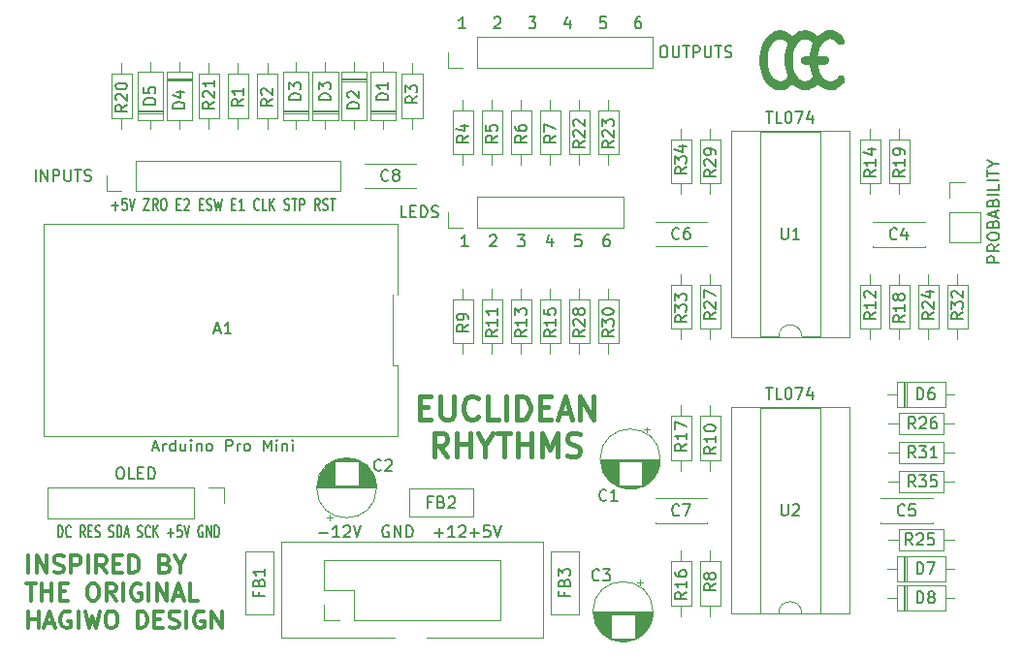
<source format=gto>
G04 #@! TF.GenerationSoftware,KiCad,Pcbnew,7.0.10*
G04 #@! TF.CreationDate,2025-06-07T09:47:01+01:00*
G04 #@! TF.ProjectId,Eudlidean_Rhythms_R,4575646c-6964-4656-916e-5f5268797468,rev?*
G04 #@! TF.SameCoordinates,Original*
G04 #@! TF.FileFunction,Legend,Top*
G04 #@! TF.FilePolarity,Positive*
%FSLAX46Y46*%
G04 Gerber Fmt 4.6, Leading zero omitted, Abs format (unit mm)*
G04 Created by KiCad (PCBNEW 7.0.10) date 2025-06-07 09:47:01*
%MOMM*%
%LPD*%
G01*
G04 APERTURE LIST*
%ADD10C,0.400000*%
%ADD11C,0.300000*%
%ADD12C,0.150000*%
%ADD13C,0.120000*%
%ADD14C,1.400000*%
%ADD15O,1.400000X1.400000*%
%ADD16R,1.400000X1.400000*%
%ADD17R,1.700000X1.700000*%
%ADD18O,1.700000X1.700000*%
%ADD19R,1.600000X1.600000*%
%ADD20O,1.600000X1.600000*%
%ADD21C,1.600000*%
%ADD22O,1.500000X2.200000*%
%ADD23O,1.500000X2.000000*%
%ADD24O,2.200000X1.500000*%
%ADD25C,3.200000*%
G04 APERTURE END LIST*
D10*
X101648571Y-124371819D02*
X102315238Y-124371819D01*
X102600952Y-125419438D02*
X101648571Y-125419438D01*
X101648571Y-125419438D02*
X101648571Y-123419438D01*
X101648571Y-123419438D02*
X102600952Y-123419438D01*
X103458095Y-123419438D02*
X103458095Y-125038485D01*
X103458095Y-125038485D02*
X103553333Y-125228961D01*
X103553333Y-125228961D02*
X103648571Y-125324200D01*
X103648571Y-125324200D02*
X103839047Y-125419438D01*
X103839047Y-125419438D02*
X104220000Y-125419438D01*
X104220000Y-125419438D02*
X104410476Y-125324200D01*
X104410476Y-125324200D02*
X104505714Y-125228961D01*
X104505714Y-125228961D02*
X104600952Y-125038485D01*
X104600952Y-125038485D02*
X104600952Y-123419438D01*
X106696190Y-125228961D02*
X106600952Y-125324200D01*
X106600952Y-125324200D02*
X106315238Y-125419438D01*
X106315238Y-125419438D02*
X106124762Y-125419438D01*
X106124762Y-125419438D02*
X105839047Y-125324200D01*
X105839047Y-125324200D02*
X105648571Y-125133723D01*
X105648571Y-125133723D02*
X105553333Y-124943247D01*
X105553333Y-124943247D02*
X105458095Y-124562295D01*
X105458095Y-124562295D02*
X105458095Y-124276580D01*
X105458095Y-124276580D02*
X105553333Y-123895628D01*
X105553333Y-123895628D02*
X105648571Y-123705152D01*
X105648571Y-123705152D02*
X105839047Y-123514676D01*
X105839047Y-123514676D02*
X106124762Y-123419438D01*
X106124762Y-123419438D02*
X106315238Y-123419438D01*
X106315238Y-123419438D02*
X106600952Y-123514676D01*
X106600952Y-123514676D02*
X106696190Y-123609914D01*
X108505714Y-125419438D02*
X107553333Y-125419438D01*
X107553333Y-125419438D02*
X107553333Y-123419438D01*
X109172381Y-125419438D02*
X109172381Y-123419438D01*
X110124762Y-125419438D02*
X110124762Y-123419438D01*
X110124762Y-123419438D02*
X110600952Y-123419438D01*
X110600952Y-123419438D02*
X110886667Y-123514676D01*
X110886667Y-123514676D02*
X111077143Y-123705152D01*
X111077143Y-123705152D02*
X111172381Y-123895628D01*
X111172381Y-123895628D02*
X111267619Y-124276580D01*
X111267619Y-124276580D02*
X111267619Y-124562295D01*
X111267619Y-124562295D02*
X111172381Y-124943247D01*
X111172381Y-124943247D02*
X111077143Y-125133723D01*
X111077143Y-125133723D02*
X110886667Y-125324200D01*
X110886667Y-125324200D02*
X110600952Y-125419438D01*
X110600952Y-125419438D02*
X110124762Y-125419438D01*
X112124762Y-124371819D02*
X112791429Y-124371819D01*
X113077143Y-125419438D02*
X112124762Y-125419438D01*
X112124762Y-125419438D02*
X112124762Y-123419438D01*
X112124762Y-123419438D02*
X113077143Y-123419438D01*
X113839048Y-124848009D02*
X114791429Y-124848009D01*
X113648572Y-125419438D02*
X114315238Y-123419438D01*
X114315238Y-123419438D02*
X114981905Y-125419438D01*
X115648572Y-125419438D02*
X115648572Y-123419438D01*
X115648572Y-123419438D02*
X116791429Y-125419438D01*
X116791429Y-125419438D02*
X116791429Y-123419438D01*
X104029523Y-128639438D02*
X103362856Y-127687057D01*
X102886666Y-128639438D02*
X102886666Y-126639438D01*
X102886666Y-126639438D02*
X103648571Y-126639438D01*
X103648571Y-126639438D02*
X103839047Y-126734676D01*
X103839047Y-126734676D02*
X103934285Y-126829914D01*
X103934285Y-126829914D02*
X104029523Y-127020390D01*
X104029523Y-127020390D02*
X104029523Y-127306104D01*
X104029523Y-127306104D02*
X103934285Y-127496580D01*
X103934285Y-127496580D02*
X103839047Y-127591819D01*
X103839047Y-127591819D02*
X103648571Y-127687057D01*
X103648571Y-127687057D02*
X102886666Y-127687057D01*
X104886666Y-128639438D02*
X104886666Y-126639438D01*
X104886666Y-127591819D02*
X106029523Y-127591819D01*
X106029523Y-128639438D02*
X106029523Y-126639438D01*
X107362856Y-127687057D02*
X107362856Y-128639438D01*
X106696190Y-126639438D02*
X107362856Y-127687057D01*
X107362856Y-127687057D02*
X108029523Y-126639438D01*
X108410476Y-126639438D02*
X109553333Y-126639438D01*
X108981904Y-128639438D02*
X108981904Y-126639438D01*
X110220000Y-128639438D02*
X110220000Y-126639438D01*
X110220000Y-127591819D02*
X111362857Y-127591819D01*
X111362857Y-128639438D02*
X111362857Y-126639438D01*
X112315238Y-128639438D02*
X112315238Y-126639438D01*
X112315238Y-126639438D02*
X112981905Y-128068009D01*
X112981905Y-128068009D02*
X113648571Y-126639438D01*
X113648571Y-126639438D02*
X113648571Y-128639438D01*
X114505714Y-128544200D02*
X114791428Y-128639438D01*
X114791428Y-128639438D02*
X115267619Y-128639438D01*
X115267619Y-128639438D02*
X115458095Y-128544200D01*
X115458095Y-128544200D02*
X115553333Y-128448961D01*
X115553333Y-128448961D02*
X115648571Y-128258485D01*
X115648571Y-128258485D02*
X115648571Y-128068009D01*
X115648571Y-128068009D02*
X115553333Y-127877533D01*
X115553333Y-127877533D02*
X115458095Y-127782295D01*
X115458095Y-127782295D02*
X115267619Y-127687057D01*
X115267619Y-127687057D02*
X114886666Y-127591819D01*
X114886666Y-127591819D02*
X114696190Y-127496580D01*
X114696190Y-127496580D02*
X114600952Y-127401342D01*
X114600952Y-127401342D02*
X114505714Y-127210866D01*
X114505714Y-127210866D02*
X114505714Y-127020390D01*
X114505714Y-127020390D02*
X114600952Y-126829914D01*
X114600952Y-126829914D02*
X114696190Y-126734676D01*
X114696190Y-126734676D02*
X114886666Y-126639438D01*
X114886666Y-126639438D02*
X115362857Y-126639438D01*
X115362857Y-126639438D02*
X115648571Y-126734676D01*
D11*
X67483510Y-138836428D02*
X67483510Y-137336428D01*
X68197796Y-138836428D02*
X68197796Y-137336428D01*
X68197796Y-137336428D02*
X69054939Y-138836428D01*
X69054939Y-138836428D02*
X69054939Y-137336428D01*
X69697797Y-138765000D02*
X69912083Y-138836428D01*
X69912083Y-138836428D02*
X70269225Y-138836428D01*
X70269225Y-138836428D02*
X70412083Y-138765000D01*
X70412083Y-138765000D02*
X70483511Y-138693571D01*
X70483511Y-138693571D02*
X70554940Y-138550714D01*
X70554940Y-138550714D02*
X70554940Y-138407857D01*
X70554940Y-138407857D02*
X70483511Y-138265000D01*
X70483511Y-138265000D02*
X70412083Y-138193571D01*
X70412083Y-138193571D02*
X70269225Y-138122142D01*
X70269225Y-138122142D02*
X69983511Y-138050714D01*
X69983511Y-138050714D02*
X69840654Y-137979285D01*
X69840654Y-137979285D02*
X69769225Y-137907857D01*
X69769225Y-137907857D02*
X69697797Y-137765000D01*
X69697797Y-137765000D02*
X69697797Y-137622142D01*
X69697797Y-137622142D02*
X69769225Y-137479285D01*
X69769225Y-137479285D02*
X69840654Y-137407857D01*
X69840654Y-137407857D02*
X69983511Y-137336428D01*
X69983511Y-137336428D02*
X70340654Y-137336428D01*
X70340654Y-137336428D02*
X70554940Y-137407857D01*
X71197796Y-138836428D02*
X71197796Y-137336428D01*
X71197796Y-137336428D02*
X71769225Y-137336428D01*
X71769225Y-137336428D02*
X71912082Y-137407857D01*
X71912082Y-137407857D02*
X71983511Y-137479285D01*
X71983511Y-137479285D02*
X72054939Y-137622142D01*
X72054939Y-137622142D02*
X72054939Y-137836428D01*
X72054939Y-137836428D02*
X71983511Y-137979285D01*
X71983511Y-137979285D02*
X71912082Y-138050714D01*
X71912082Y-138050714D02*
X71769225Y-138122142D01*
X71769225Y-138122142D02*
X71197796Y-138122142D01*
X72697796Y-138836428D02*
X72697796Y-137336428D01*
X74269225Y-138836428D02*
X73769225Y-138122142D01*
X73412082Y-138836428D02*
X73412082Y-137336428D01*
X73412082Y-137336428D02*
X73983511Y-137336428D01*
X73983511Y-137336428D02*
X74126368Y-137407857D01*
X74126368Y-137407857D02*
X74197797Y-137479285D01*
X74197797Y-137479285D02*
X74269225Y-137622142D01*
X74269225Y-137622142D02*
X74269225Y-137836428D01*
X74269225Y-137836428D02*
X74197797Y-137979285D01*
X74197797Y-137979285D02*
X74126368Y-138050714D01*
X74126368Y-138050714D02*
X73983511Y-138122142D01*
X73983511Y-138122142D02*
X73412082Y-138122142D01*
X74912082Y-138050714D02*
X75412082Y-138050714D01*
X75626368Y-138836428D02*
X74912082Y-138836428D01*
X74912082Y-138836428D02*
X74912082Y-137336428D01*
X74912082Y-137336428D02*
X75626368Y-137336428D01*
X76269225Y-138836428D02*
X76269225Y-137336428D01*
X76269225Y-137336428D02*
X76626368Y-137336428D01*
X76626368Y-137336428D02*
X76840654Y-137407857D01*
X76840654Y-137407857D02*
X76983511Y-137550714D01*
X76983511Y-137550714D02*
X77054940Y-137693571D01*
X77054940Y-137693571D02*
X77126368Y-137979285D01*
X77126368Y-137979285D02*
X77126368Y-138193571D01*
X77126368Y-138193571D02*
X77054940Y-138479285D01*
X77054940Y-138479285D02*
X76983511Y-138622142D01*
X76983511Y-138622142D02*
X76840654Y-138765000D01*
X76840654Y-138765000D02*
X76626368Y-138836428D01*
X76626368Y-138836428D02*
X76269225Y-138836428D01*
X79412082Y-138050714D02*
X79626368Y-138122142D01*
X79626368Y-138122142D02*
X79697797Y-138193571D01*
X79697797Y-138193571D02*
X79769225Y-138336428D01*
X79769225Y-138336428D02*
X79769225Y-138550714D01*
X79769225Y-138550714D02*
X79697797Y-138693571D01*
X79697797Y-138693571D02*
X79626368Y-138765000D01*
X79626368Y-138765000D02*
X79483511Y-138836428D01*
X79483511Y-138836428D02*
X78912082Y-138836428D01*
X78912082Y-138836428D02*
X78912082Y-137336428D01*
X78912082Y-137336428D02*
X79412082Y-137336428D01*
X79412082Y-137336428D02*
X79554940Y-137407857D01*
X79554940Y-137407857D02*
X79626368Y-137479285D01*
X79626368Y-137479285D02*
X79697797Y-137622142D01*
X79697797Y-137622142D02*
X79697797Y-137765000D01*
X79697797Y-137765000D02*
X79626368Y-137907857D01*
X79626368Y-137907857D02*
X79554940Y-137979285D01*
X79554940Y-137979285D02*
X79412082Y-138050714D01*
X79412082Y-138050714D02*
X78912082Y-138050714D01*
X80697797Y-138122142D02*
X80697797Y-138836428D01*
X80197797Y-137336428D02*
X80697797Y-138122142D01*
X80697797Y-138122142D02*
X81197797Y-137336428D01*
X67269225Y-139751428D02*
X68126368Y-139751428D01*
X67697796Y-141251428D02*
X67697796Y-139751428D01*
X68626367Y-141251428D02*
X68626367Y-139751428D01*
X68626367Y-140465714D02*
X69483510Y-140465714D01*
X69483510Y-141251428D02*
X69483510Y-139751428D01*
X70197796Y-140465714D02*
X70697796Y-140465714D01*
X70912082Y-141251428D02*
X70197796Y-141251428D01*
X70197796Y-141251428D02*
X70197796Y-139751428D01*
X70197796Y-139751428D02*
X70912082Y-139751428D01*
X72983511Y-139751428D02*
X73269225Y-139751428D01*
X73269225Y-139751428D02*
X73412082Y-139822857D01*
X73412082Y-139822857D02*
X73554939Y-139965714D01*
X73554939Y-139965714D02*
X73626368Y-140251428D01*
X73626368Y-140251428D02*
X73626368Y-140751428D01*
X73626368Y-140751428D02*
X73554939Y-141037142D01*
X73554939Y-141037142D02*
X73412082Y-141180000D01*
X73412082Y-141180000D02*
X73269225Y-141251428D01*
X73269225Y-141251428D02*
X72983511Y-141251428D01*
X72983511Y-141251428D02*
X72840654Y-141180000D01*
X72840654Y-141180000D02*
X72697796Y-141037142D01*
X72697796Y-141037142D02*
X72626368Y-140751428D01*
X72626368Y-140751428D02*
X72626368Y-140251428D01*
X72626368Y-140251428D02*
X72697796Y-139965714D01*
X72697796Y-139965714D02*
X72840654Y-139822857D01*
X72840654Y-139822857D02*
X72983511Y-139751428D01*
X75126368Y-141251428D02*
X74626368Y-140537142D01*
X74269225Y-141251428D02*
X74269225Y-139751428D01*
X74269225Y-139751428D02*
X74840654Y-139751428D01*
X74840654Y-139751428D02*
X74983511Y-139822857D01*
X74983511Y-139822857D02*
X75054940Y-139894285D01*
X75054940Y-139894285D02*
X75126368Y-140037142D01*
X75126368Y-140037142D02*
X75126368Y-140251428D01*
X75126368Y-140251428D02*
X75054940Y-140394285D01*
X75054940Y-140394285D02*
X74983511Y-140465714D01*
X74983511Y-140465714D02*
X74840654Y-140537142D01*
X74840654Y-140537142D02*
X74269225Y-140537142D01*
X75769225Y-141251428D02*
X75769225Y-139751428D01*
X77269226Y-139822857D02*
X77126369Y-139751428D01*
X77126369Y-139751428D02*
X76912083Y-139751428D01*
X76912083Y-139751428D02*
X76697797Y-139822857D01*
X76697797Y-139822857D02*
X76554940Y-139965714D01*
X76554940Y-139965714D02*
X76483511Y-140108571D01*
X76483511Y-140108571D02*
X76412083Y-140394285D01*
X76412083Y-140394285D02*
X76412083Y-140608571D01*
X76412083Y-140608571D02*
X76483511Y-140894285D01*
X76483511Y-140894285D02*
X76554940Y-141037142D01*
X76554940Y-141037142D02*
X76697797Y-141180000D01*
X76697797Y-141180000D02*
X76912083Y-141251428D01*
X76912083Y-141251428D02*
X77054940Y-141251428D01*
X77054940Y-141251428D02*
X77269226Y-141180000D01*
X77269226Y-141180000D02*
X77340654Y-141108571D01*
X77340654Y-141108571D02*
X77340654Y-140608571D01*
X77340654Y-140608571D02*
X77054940Y-140608571D01*
X77983511Y-141251428D02*
X77983511Y-139751428D01*
X78697797Y-141251428D02*
X78697797Y-139751428D01*
X78697797Y-139751428D02*
X79554940Y-141251428D01*
X79554940Y-141251428D02*
X79554940Y-139751428D01*
X80197798Y-140822857D02*
X80912084Y-140822857D01*
X80054941Y-141251428D02*
X80554941Y-139751428D01*
X80554941Y-139751428D02*
X81054941Y-141251428D01*
X82269226Y-141251428D02*
X81554940Y-141251428D01*
X81554940Y-141251428D02*
X81554940Y-139751428D01*
X67483510Y-143666428D02*
X67483510Y-142166428D01*
X67483510Y-142880714D02*
X68340653Y-142880714D01*
X68340653Y-143666428D02*
X68340653Y-142166428D01*
X68983511Y-143237857D02*
X69697797Y-143237857D01*
X68840654Y-143666428D02*
X69340654Y-142166428D01*
X69340654Y-142166428D02*
X69840654Y-143666428D01*
X71126368Y-142237857D02*
X70983511Y-142166428D01*
X70983511Y-142166428D02*
X70769225Y-142166428D01*
X70769225Y-142166428D02*
X70554939Y-142237857D01*
X70554939Y-142237857D02*
X70412082Y-142380714D01*
X70412082Y-142380714D02*
X70340653Y-142523571D01*
X70340653Y-142523571D02*
X70269225Y-142809285D01*
X70269225Y-142809285D02*
X70269225Y-143023571D01*
X70269225Y-143023571D02*
X70340653Y-143309285D01*
X70340653Y-143309285D02*
X70412082Y-143452142D01*
X70412082Y-143452142D02*
X70554939Y-143595000D01*
X70554939Y-143595000D02*
X70769225Y-143666428D01*
X70769225Y-143666428D02*
X70912082Y-143666428D01*
X70912082Y-143666428D02*
X71126368Y-143595000D01*
X71126368Y-143595000D02*
X71197796Y-143523571D01*
X71197796Y-143523571D02*
X71197796Y-143023571D01*
X71197796Y-143023571D02*
X70912082Y-143023571D01*
X71840653Y-143666428D02*
X71840653Y-142166428D01*
X72412082Y-142166428D02*
X72769225Y-143666428D01*
X72769225Y-143666428D02*
X73054939Y-142595000D01*
X73054939Y-142595000D02*
X73340654Y-143666428D01*
X73340654Y-143666428D02*
X73697797Y-142166428D01*
X74554940Y-142166428D02*
X74840654Y-142166428D01*
X74840654Y-142166428D02*
X74983511Y-142237857D01*
X74983511Y-142237857D02*
X75126368Y-142380714D01*
X75126368Y-142380714D02*
X75197797Y-142666428D01*
X75197797Y-142666428D02*
X75197797Y-143166428D01*
X75197797Y-143166428D02*
X75126368Y-143452142D01*
X75126368Y-143452142D02*
X74983511Y-143595000D01*
X74983511Y-143595000D02*
X74840654Y-143666428D01*
X74840654Y-143666428D02*
X74554940Y-143666428D01*
X74554940Y-143666428D02*
X74412083Y-143595000D01*
X74412083Y-143595000D02*
X74269225Y-143452142D01*
X74269225Y-143452142D02*
X74197797Y-143166428D01*
X74197797Y-143166428D02*
X74197797Y-142666428D01*
X74197797Y-142666428D02*
X74269225Y-142380714D01*
X74269225Y-142380714D02*
X74412083Y-142237857D01*
X74412083Y-142237857D02*
X74554940Y-142166428D01*
X76983511Y-143666428D02*
X76983511Y-142166428D01*
X76983511Y-142166428D02*
X77340654Y-142166428D01*
X77340654Y-142166428D02*
X77554940Y-142237857D01*
X77554940Y-142237857D02*
X77697797Y-142380714D01*
X77697797Y-142380714D02*
X77769226Y-142523571D01*
X77769226Y-142523571D02*
X77840654Y-142809285D01*
X77840654Y-142809285D02*
X77840654Y-143023571D01*
X77840654Y-143023571D02*
X77769226Y-143309285D01*
X77769226Y-143309285D02*
X77697797Y-143452142D01*
X77697797Y-143452142D02*
X77554940Y-143595000D01*
X77554940Y-143595000D02*
X77340654Y-143666428D01*
X77340654Y-143666428D02*
X76983511Y-143666428D01*
X78483511Y-142880714D02*
X78983511Y-142880714D01*
X79197797Y-143666428D02*
X78483511Y-143666428D01*
X78483511Y-143666428D02*
X78483511Y-142166428D01*
X78483511Y-142166428D02*
X79197797Y-142166428D01*
X79769226Y-143595000D02*
X79983512Y-143666428D01*
X79983512Y-143666428D02*
X80340654Y-143666428D01*
X80340654Y-143666428D02*
X80483512Y-143595000D01*
X80483512Y-143595000D02*
X80554940Y-143523571D01*
X80554940Y-143523571D02*
X80626369Y-143380714D01*
X80626369Y-143380714D02*
X80626369Y-143237857D01*
X80626369Y-143237857D02*
X80554940Y-143095000D01*
X80554940Y-143095000D02*
X80483512Y-143023571D01*
X80483512Y-143023571D02*
X80340654Y-142952142D01*
X80340654Y-142952142D02*
X80054940Y-142880714D01*
X80054940Y-142880714D02*
X79912083Y-142809285D01*
X79912083Y-142809285D02*
X79840654Y-142737857D01*
X79840654Y-142737857D02*
X79769226Y-142595000D01*
X79769226Y-142595000D02*
X79769226Y-142452142D01*
X79769226Y-142452142D02*
X79840654Y-142309285D01*
X79840654Y-142309285D02*
X79912083Y-142237857D01*
X79912083Y-142237857D02*
X80054940Y-142166428D01*
X80054940Y-142166428D02*
X80412083Y-142166428D01*
X80412083Y-142166428D02*
X80626369Y-142237857D01*
X81269225Y-143666428D02*
X81269225Y-142166428D01*
X82769226Y-142237857D02*
X82626369Y-142166428D01*
X82626369Y-142166428D02*
X82412083Y-142166428D01*
X82412083Y-142166428D02*
X82197797Y-142237857D01*
X82197797Y-142237857D02*
X82054940Y-142380714D01*
X82054940Y-142380714D02*
X81983511Y-142523571D01*
X81983511Y-142523571D02*
X81912083Y-142809285D01*
X81912083Y-142809285D02*
X81912083Y-143023571D01*
X81912083Y-143023571D02*
X81983511Y-143309285D01*
X81983511Y-143309285D02*
X82054940Y-143452142D01*
X82054940Y-143452142D02*
X82197797Y-143595000D01*
X82197797Y-143595000D02*
X82412083Y-143666428D01*
X82412083Y-143666428D02*
X82554940Y-143666428D01*
X82554940Y-143666428D02*
X82769226Y-143595000D01*
X82769226Y-143595000D02*
X82840654Y-143523571D01*
X82840654Y-143523571D02*
X82840654Y-143023571D01*
X82840654Y-143023571D02*
X82554940Y-143023571D01*
X83483511Y-143666428D02*
X83483511Y-142166428D01*
X83483511Y-142166428D02*
X84340654Y-143666428D01*
X84340654Y-143666428D02*
X84340654Y-142166428D01*
D12*
X144645142Y-136384819D02*
X144311809Y-135908628D01*
X144073714Y-136384819D02*
X144073714Y-135384819D01*
X144073714Y-135384819D02*
X144454666Y-135384819D01*
X144454666Y-135384819D02*
X144549904Y-135432438D01*
X144549904Y-135432438D02*
X144597523Y-135480057D01*
X144597523Y-135480057D02*
X144645142Y-135575295D01*
X144645142Y-135575295D02*
X144645142Y-135718152D01*
X144645142Y-135718152D02*
X144597523Y-135813390D01*
X144597523Y-135813390D02*
X144549904Y-135861009D01*
X144549904Y-135861009D02*
X144454666Y-135908628D01*
X144454666Y-135908628D02*
X144073714Y-135908628D01*
X145026095Y-135480057D02*
X145073714Y-135432438D01*
X145073714Y-135432438D02*
X145168952Y-135384819D01*
X145168952Y-135384819D02*
X145407047Y-135384819D01*
X145407047Y-135384819D02*
X145502285Y-135432438D01*
X145502285Y-135432438D02*
X145549904Y-135480057D01*
X145549904Y-135480057D02*
X145597523Y-135575295D01*
X145597523Y-135575295D02*
X145597523Y-135670533D01*
X145597523Y-135670533D02*
X145549904Y-135813390D01*
X145549904Y-135813390D02*
X144978476Y-136384819D01*
X144978476Y-136384819D02*
X145597523Y-136384819D01*
X146502285Y-135384819D02*
X146026095Y-135384819D01*
X146026095Y-135384819D02*
X145978476Y-135861009D01*
X145978476Y-135861009D02*
X146026095Y-135813390D01*
X146026095Y-135813390D02*
X146121333Y-135765771D01*
X146121333Y-135765771D02*
X146359428Y-135765771D01*
X146359428Y-135765771D02*
X146454666Y-135813390D01*
X146454666Y-135813390D02*
X146502285Y-135861009D01*
X146502285Y-135861009D02*
X146549904Y-135956247D01*
X146549904Y-135956247D02*
X146549904Y-136194342D01*
X146549904Y-136194342D02*
X146502285Y-136289580D01*
X146502285Y-136289580D02*
X146454666Y-136337200D01*
X146454666Y-136337200D02*
X146359428Y-136384819D01*
X146359428Y-136384819D02*
X146121333Y-136384819D01*
X146121333Y-136384819D02*
X146026095Y-136337200D01*
X146026095Y-136337200D02*
X145978476Y-136289580D01*
X145057905Y-123684819D02*
X145057905Y-122684819D01*
X145057905Y-122684819D02*
X145296000Y-122684819D01*
X145296000Y-122684819D02*
X145438857Y-122732438D01*
X145438857Y-122732438D02*
X145534095Y-122827676D01*
X145534095Y-122827676D02*
X145581714Y-122922914D01*
X145581714Y-122922914D02*
X145629333Y-123113390D01*
X145629333Y-123113390D02*
X145629333Y-123256247D01*
X145629333Y-123256247D02*
X145581714Y-123446723D01*
X145581714Y-123446723D02*
X145534095Y-123541961D01*
X145534095Y-123541961D02*
X145438857Y-123637200D01*
X145438857Y-123637200D02*
X145296000Y-123684819D01*
X145296000Y-123684819D02*
X145057905Y-123684819D01*
X146486476Y-122684819D02*
X146296000Y-122684819D01*
X146296000Y-122684819D02*
X146200762Y-122732438D01*
X146200762Y-122732438D02*
X146153143Y-122780057D01*
X146153143Y-122780057D02*
X146057905Y-122922914D01*
X146057905Y-122922914D02*
X146010286Y-123113390D01*
X146010286Y-123113390D02*
X146010286Y-123494342D01*
X146010286Y-123494342D02*
X146057905Y-123589580D01*
X146057905Y-123589580D02*
X146105524Y-123637200D01*
X146105524Y-123637200D02*
X146200762Y-123684819D01*
X146200762Y-123684819D02*
X146391238Y-123684819D01*
X146391238Y-123684819D02*
X146486476Y-123637200D01*
X146486476Y-123637200D02*
X146534095Y-123589580D01*
X146534095Y-123589580D02*
X146581714Y-123494342D01*
X146581714Y-123494342D02*
X146581714Y-123256247D01*
X146581714Y-123256247D02*
X146534095Y-123161009D01*
X146534095Y-123161009D02*
X146486476Y-123113390D01*
X146486476Y-123113390D02*
X146391238Y-123065771D01*
X146391238Y-123065771D02*
X146200762Y-123065771D01*
X146200762Y-123065771D02*
X146105524Y-123113390D01*
X146105524Y-123113390D02*
X146057905Y-123161009D01*
X146057905Y-123161009D02*
X146010286Y-123256247D01*
X105855236Y-110309819D02*
X105283808Y-110309819D01*
X105569522Y-110309819D02*
X105569522Y-109309819D01*
X105569522Y-109309819D02*
X105474284Y-109452676D01*
X105474284Y-109452676D02*
X105379046Y-109547914D01*
X105379046Y-109547914D02*
X105283808Y-109595533D01*
X107759999Y-109405057D02*
X107807618Y-109357438D01*
X107807618Y-109357438D02*
X107902856Y-109309819D01*
X107902856Y-109309819D02*
X108140951Y-109309819D01*
X108140951Y-109309819D02*
X108236189Y-109357438D01*
X108236189Y-109357438D02*
X108283808Y-109405057D01*
X108283808Y-109405057D02*
X108331427Y-109500295D01*
X108331427Y-109500295D02*
X108331427Y-109595533D01*
X108331427Y-109595533D02*
X108283808Y-109738390D01*
X108283808Y-109738390D02*
X107712380Y-110309819D01*
X107712380Y-110309819D02*
X108331427Y-110309819D01*
X110188571Y-109309819D02*
X110807618Y-109309819D01*
X110807618Y-109309819D02*
X110474285Y-109690771D01*
X110474285Y-109690771D02*
X110617142Y-109690771D01*
X110617142Y-109690771D02*
X110712380Y-109738390D01*
X110712380Y-109738390D02*
X110759999Y-109786009D01*
X110759999Y-109786009D02*
X110807618Y-109881247D01*
X110807618Y-109881247D02*
X110807618Y-110119342D01*
X110807618Y-110119342D02*
X110759999Y-110214580D01*
X110759999Y-110214580D02*
X110712380Y-110262200D01*
X110712380Y-110262200D02*
X110617142Y-110309819D01*
X110617142Y-110309819D02*
X110331428Y-110309819D01*
X110331428Y-110309819D02*
X110236190Y-110262200D01*
X110236190Y-110262200D02*
X110188571Y-110214580D01*
X113188571Y-109643152D02*
X113188571Y-110309819D01*
X112950476Y-109262200D02*
X112712381Y-109976485D01*
X112712381Y-109976485D02*
X113331428Y-109976485D01*
X115712381Y-109309819D02*
X115236191Y-109309819D01*
X115236191Y-109309819D02*
X115188572Y-109786009D01*
X115188572Y-109786009D02*
X115236191Y-109738390D01*
X115236191Y-109738390D02*
X115331429Y-109690771D01*
X115331429Y-109690771D02*
X115569524Y-109690771D01*
X115569524Y-109690771D02*
X115664762Y-109738390D01*
X115664762Y-109738390D02*
X115712381Y-109786009D01*
X115712381Y-109786009D02*
X115760000Y-109881247D01*
X115760000Y-109881247D02*
X115760000Y-110119342D01*
X115760000Y-110119342D02*
X115712381Y-110214580D01*
X115712381Y-110214580D02*
X115664762Y-110262200D01*
X115664762Y-110262200D02*
X115569524Y-110309819D01*
X115569524Y-110309819D02*
X115331429Y-110309819D01*
X115331429Y-110309819D02*
X115236191Y-110262200D01*
X115236191Y-110262200D02*
X115188572Y-110214580D01*
X118140953Y-109309819D02*
X117950477Y-109309819D01*
X117950477Y-109309819D02*
X117855239Y-109357438D01*
X117855239Y-109357438D02*
X117807620Y-109405057D01*
X117807620Y-109405057D02*
X117712382Y-109547914D01*
X117712382Y-109547914D02*
X117664763Y-109738390D01*
X117664763Y-109738390D02*
X117664763Y-110119342D01*
X117664763Y-110119342D02*
X117712382Y-110214580D01*
X117712382Y-110214580D02*
X117760001Y-110262200D01*
X117760001Y-110262200D02*
X117855239Y-110309819D01*
X117855239Y-110309819D02*
X118045715Y-110309819D01*
X118045715Y-110309819D02*
X118140953Y-110262200D01*
X118140953Y-110262200D02*
X118188572Y-110214580D01*
X118188572Y-110214580D02*
X118236191Y-110119342D01*
X118236191Y-110119342D02*
X118236191Y-109881247D01*
X118236191Y-109881247D02*
X118188572Y-109786009D01*
X118188572Y-109786009D02*
X118140953Y-109738390D01*
X118140953Y-109738390D02*
X118045715Y-109690771D01*
X118045715Y-109690771D02*
X117855239Y-109690771D01*
X117855239Y-109690771D02*
X117760001Y-109738390D01*
X117760001Y-109738390D02*
X117712382Y-109786009D01*
X117712382Y-109786009D02*
X117664763Y-109881247D01*
X100480952Y-107769819D02*
X100004762Y-107769819D01*
X100004762Y-107769819D02*
X100004762Y-106769819D01*
X100814286Y-107246009D02*
X101147619Y-107246009D01*
X101290476Y-107769819D02*
X100814286Y-107769819D01*
X100814286Y-107769819D02*
X100814286Y-106769819D01*
X100814286Y-106769819D02*
X101290476Y-106769819D01*
X101719048Y-107769819D02*
X101719048Y-106769819D01*
X101719048Y-106769819D02*
X101957143Y-106769819D01*
X101957143Y-106769819D02*
X102100000Y-106817438D01*
X102100000Y-106817438D02*
X102195238Y-106912676D01*
X102195238Y-106912676D02*
X102242857Y-107007914D01*
X102242857Y-107007914D02*
X102290476Y-107198390D01*
X102290476Y-107198390D02*
X102290476Y-107341247D01*
X102290476Y-107341247D02*
X102242857Y-107531723D01*
X102242857Y-107531723D02*
X102195238Y-107626961D01*
X102195238Y-107626961D02*
X102100000Y-107722200D01*
X102100000Y-107722200D02*
X101957143Y-107769819D01*
X101957143Y-107769819D02*
X101719048Y-107769819D01*
X102671429Y-107722200D02*
X102814286Y-107769819D01*
X102814286Y-107769819D02*
X103052381Y-107769819D01*
X103052381Y-107769819D02*
X103147619Y-107722200D01*
X103147619Y-107722200D02*
X103195238Y-107674580D01*
X103195238Y-107674580D02*
X103242857Y-107579342D01*
X103242857Y-107579342D02*
X103242857Y-107484104D01*
X103242857Y-107484104D02*
X103195238Y-107388866D01*
X103195238Y-107388866D02*
X103147619Y-107341247D01*
X103147619Y-107341247D02*
X103052381Y-107293628D01*
X103052381Y-107293628D02*
X102861905Y-107246009D01*
X102861905Y-107246009D02*
X102766667Y-107198390D01*
X102766667Y-107198390D02*
X102719048Y-107150771D01*
X102719048Y-107150771D02*
X102671429Y-107055533D01*
X102671429Y-107055533D02*
X102671429Y-106960295D01*
X102671429Y-106960295D02*
X102719048Y-106865057D01*
X102719048Y-106865057D02*
X102766667Y-106817438D01*
X102766667Y-106817438D02*
X102861905Y-106769819D01*
X102861905Y-106769819D02*
X103100000Y-106769819D01*
X103100000Y-106769819D02*
X103242857Y-106817438D01*
X78559819Y-97893094D02*
X77559819Y-97893094D01*
X77559819Y-97893094D02*
X77559819Y-97654999D01*
X77559819Y-97654999D02*
X77607438Y-97512142D01*
X77607438Y-97512142D02*
X77702676Y-97416904D01*
X77702676Y-97416904D02*
X77797914Y-97369285D01*
X77797914Y-97369285D02*
X77988390Y-97321666D01*
X77988390Y-97321666D02*
X78131247Y-97321666D01*
X78131247Y-97321666D02*
X78321723Y-97369285D01*
X78321723Y-97369285D02*
X78416961Y-97416904D01*
X78416961Y-97416904D02*
X78512200Y-97512142D01*
X78512200Y-97512142D02*
X78559819Y-97654999D01*
X78559819Y-97654999D02*
X78559819Y-97893094D01*
X77559819Y-96416904D02*
X77559819Y-96893094D01*
X77559819Y-96893094D02*
X78036009Y-96940713D01*
X78036009Y-96940713D02*
X77988390Y-96893094D01*
X77988390Y-96893094D02*
X77940771Y-96797856D01*
X77940771Y-96797856D02*
X77940771Y-96559761D01*
X77940771Y-96559761D02*
X77988390Y-96464523D01*
X77988390Y-96464523D02*
X78036009Y-96416904D01*
X78036009Y-96416904D02*
X78131247Y-96369285D01*
X78131247Y-96369285D02*
X78369342Y-96369285D01*
X78369342Y-96369285D02*
X78464580Y-96416904D01*
X78464580Y-96416904D02*
X78512200Y-96464523D01*
X78512200Y-96464523D02*
X78559819Y-96559761D01*
X78559819Y-96559761D02*
X78559819Y-96797856D01*
X78559819Y-96797856D02*
X78512200Y-96893094D01*
X78512200Y-96893094D02*
X78464580Y-96940713D01*
X86219819Y-97448666D02*
X85743628Y-97781999D01*
X86219819Y-98020094D02*
X85219819Y-98020094D01*
X85219819Y-98020094D02*
X85219819Y-97639142D01*
X85219819Y-97639142D02*
X85267438Y-97543904D01*
X85267438Y-97543904D02*
X85315057Y-97496285D01*
X85315057Y-97496285D02*
X85410295Y-97448666D01*
X85410295Y-97448666D02*
X85553152Y-97448666D01*
X85553152Y-97448666D02*
X85648390Y-97496285D01*
X85648390Y-97496285D02*
X85696009Y-97543904D01*
X85696009Y-97543904D02*
X85743628Y-97639142D01*
X85743628Y-97639142D02*
X85743628Y-98020094D01*
X86219819Y-96496285D02*
X86219819Y-97067713D01*
X86219819Y-96781999D02*
X85219819Y-96781999D01*
X85219819Y-96781999D02*
X85362676Y-96877237D01*
X85362676Y-96877237D02*
X85457914Y-96972475D01*
X85457914Y-96972475D02*
X85505533Y-97067713D01*
X144899142Y-126224819D02*
X144565809Y-125748628D01*
X144327714Y-126224819D02*
X144327714Y-125224819D01*
X144327714Y-125224819D02*
X144708666Y-125224819D01*
X144708666Y-125224819D02*
X144803904Y-125272438D01*
X144803904Y-125272438D02*
X144851523Y-125320057D01*
X144851523Y-125320057D02*
X144899142Y-125415295D01*
X144899142Y-125415295D02*
X144899142Y-125558152D01*
X144899142Y-125558152D02*
X144851523Y-125653390D01*
X144851523Y-125653390D02*
X144803904Y-125701009D01*
X144803904Y-125701009D02*
X144708666Y-125748628D01*
X144708666Y-125748628D02*
X144327714Y-125748628D01*
X145280095Y-125320057D02*
X145327714Y-125272438D01*
X145327714Y-125272438D02*
X145422952Y-125224819D01*
X145422952Y-125224819D02*
X145661047Y-125224819D01*
X145661047Y-125224819D02*
X145756285Y-125272438D01*
X145756285Y-125272438D02*
X145803904Y-125320057D01*
X145803904Y-125320057D02*
X145851523Y-125415295D01*
X145851523Y-125415295D02*
X145851523Y-125510533D01*
X145851523Y-125510533D02*
X145803904Y-125653390D01*
X145803904Y-125653390D02*
X145232476Y-126224819D01*
X145232476Y-126224819D02*
X145851523Y-126224819D01*
X146708666Y-125224819D02*
X146518190Y-125224819D01*
X146518190Y-125224819D02*
X146422952Y-125272438D01*
X146422952Y-125272438D02*
X146375333Y-125320057D01*
X146375333Y-125320057D02*
X146280095Y-125462914D01*
X146280095Y-125462914D02*
X146232476Y-125653390D01*
X146232476Y-125653390D02*
X146232476Y-126034342D01*
X146232476Y-126034342D02*
X146280095Y-126129580D01*
X146280095Y-126129580D02*
X146327714Y-126177200D01*
X146327714Y-126177200D02*
X146422952Y-126224819D01*
X146422952Y-126224819D02*
X146613428Y-126224819D01*
X146613428Y-126224819D02*
X146708666Y-126177200D01*
X146708666Y-126177200D02*
X146756285Y-126129580D01*
X146756285Y-126129580D02*
X146803904Y-126034342D01*
X146803904Y-126034342D02*
X146803904Y-125796247D01*
X146803904Y-125796247D02*
X146756285Y-125701009D01*
X146756285Y-125701009D02*
X146708666Y-125653390D01*
X146708666Y-125653390D02*
X146613428Y-125605771D01*
X146613428Y-125605771D02*
X146422952Y-125605771D01*
X146422952Y-125605771D02*
X146327714Y-125653390D01*
X146327714Y-125653390D02*
X146280095Y-125701009D01*
X146280095Y-125701009D02*
X146232476Y-125796247D01*
X124914819Y-140509857D02*
X124438628Y-140843190D01*
X124914819Y-141081285D02*
X123914819Y-141081285D01*
X123914819Y-141081285D02*
X123914819Y-140700333D01*
X123914819Y-140700333D02*
X123962438Y-140605095D01*
X123962438Y-140605095D02*
X124010057Y-140557476D01*
X124010057Y-140557476D02*
X124105295Y-140509857D01*
X124105295Y-140509857D02*
X124248152Y-140509857D01*
X124248152Y-140509857D02*
X124343390Y-140557476D01*
X124343390Y-140557476D02*
X124391009Y-140605095D01*
X124391009Y-140605095D02*
X124438628Y-140700333D01*
X124438628Y-140700333D02*
X124438628Y-141081285D01*
X124914819Y-139557476D02*
X124914819Y-140128904D01*
X124914819Y-139843190D02*
X123914819Y-139843190D01*
X123914819Y-139843190D02*
X124057676Y-139938428D01*
X124057676Y-139938428D02*
X124152914Y-140033666D01*
X124152914Y-140033666D02*
X124200533Y-140128904D01*
X123914819Y-138700333D02*
X123914819Y-138890809D01*
X123914819Y-138890809D02*
X123962438Y-138986047D01*
X123962438Y-138986047D02*
X124010057Y-139033666D01*
X124010057Y-139033666D02*
X124152914Y-139128904D01*
X124152914Y-139128904D02*
X124343390Y-139176523D01*
X124343390Y-139176523D02*
X124724342Y-139176523D01*
X124724342Y-139176523D02*
X124819580Y-139128904D01*
X124819580Y-139128904D02*
X124867200Y-139081285D01*
X124867200Y-139081285D02*
X124914819Y-138986047D01*
X124914819Y-138986047D02*
X124914819Y-138795571D01*
X124914819Y-138795571D02*
X124867200Y-138700333D01*
X124867200Y-138700333D02*
X124819580Y-138652714D01*
X124819580Y-138652714D02*
X124724342Y-138605095D01*
X124724342Y-138605095D02*
X124486247Y-138605095D01*
X124486247Y-138605095D02*
X124391009Y-138652714D01*
X124391009Y-138652714D02*
X124343390Y-138700333D01*
X124343390Y-138700333D02*
X124295771Y-138795571D01*
X124295771Y-138795571D02*
X124295771Y-138986047D01*
X124295771Y-138986047D02*
X124343390Y-139081285D01*
X124343390Y-139081285D02*
X124391009Y-139128904D01*
X124391009Y-139128904D02*
X124486247Y-139176523D01*
X133223095Y-108674819D02*
X133223095Y-109484342D01*
X133223095Y-109484342D02*
X133270714Y-109579580D01*
X133270714Y-109579580D02*
X133318333Y-109627200D01*
X133318333Y-109627200D02*
X133413571Y-109674819D01*
X133413571Y-109674819D02*
X133604047Y-109674819D01*
X133604047Y-109674819D02*
X133699285Y-109627200D01*
X133699285Y-109627200D02*
X133746904Y-109579580D01*
X133746904Y-109579580D02*
X133794523Y-109484342D01*
X133794523Y-109484342D02*
X133794523Y-108674819D01*
X134794523Y-109674819D02*
X134223095Y-109674819D01*
X134508809Y-109674819D02*
X134508809Y-108674819D01*
X134508809Y-108674819D02*
X134413571Y-108817676D01*
X134413571Y-108817676D02*
X134318333Y-108912914D01*
X134318333Y-108912914D02*
X134223095Y-108960533D01*
X131865952Y-98514819D02*
X132437380Y-98514819D01*
X132151666Y-99514819D02*
X132151666Y-98514819D01*
X133246904Y-99514819D02*
X132770714Y-99514819D01*
X132770714Y-99514819D02*
X132770714Y-98514819D01*
X133770714Y-98514819D02*
X133865952Y-98514819D01*
X133865952Y-98514819D02*
X133961190Y-98562438D01*
X133961190Y-98562438D02*
X134008809Y-98610057D01*
X134008809Y-98610057D02*
X134056428Y-98705295D01*
X134056428Y-98705295D02*
X134104047Y-98895771D01*
X134104047Y-98895771D02*
X134104047Y-99133866D01*
X134104047Y-99133866D02*
X134056428Y-99324342D01*
X134056428Y-99324342D02*
X134008809Y-99419580D01*
X134008809Y-99419580D02*
X133961190Y-99467200D01*
X133961190Y-99467200D02*
X133865952Y-99514819D01*
X133865952Y-99514819D02*
X133770714Y-99514819D01*
X133770714Y-99514819D02*
X133675476Y-99467200D01*
X133675476Y-99467200D02*
X133627857Y-99419580D01*
X133627857Y-99419580D02*
X133580238Y-99324342D01*
X133580238Y-99324342D02*
X133532619Y-99133866D01*
X133532619Y-99133866D02*
X133532619Y-98895771D01*
X133532619Y-98895771D02*
X133580238Y-98705295D01*
X133580238Y-98705295D02*
X133627857Y-98610057D01*
X133627857Y-98610057D02*
X133675476Y-98562438D01*
X133675476Y-98562438D02*
X133770714Y-98514819D01*
X134437381Y-98514819D02*
X135104047Y-98514819D01*
X135104047Y-98514819D02*
X134675476Y-99514819D01*
X135913571Y-98848152D02*
X135913571Y-99514819D01*
X135675476Y-98467200D02*
X135437381Y-99181485D01*
X135437381Y-99181485D02*
X136056428Y-99181485D01*
X81099819Y-98248694D02*
X80099819Y-98248694D01*
X80099819Y-98248694D02*
X80099819Y-98010599D01*
X80099819Y-98010599D02*
X80147438Y-97867742D01*
X80147438Y-97867742D02*
X80242676Y-97772504D01*
X80242676Y-97772504D02*
X80337914Y-97724885D01*
X80337914Y-97724885D02*
X80528390Y-97677266D01*
X80528390Y-97677266D02*
X80671247Y-97677266D01*
X80671247Y-97677266D02*
X80861723Y-97724885D01*
X80861723Y-97724885D02*
X80956961Y-97772504D01*
X80956961Y-97772504D02*
X81052200Y-97867742D01*
X81052200Y-97867742D02*
X81099819Y-98010599D01*
X81099819Y-98010599D02*
X81099819Y-98248694D01*
X80433152Y-96820123D02*
X81099819Y-96820123D01*
X80052200Y-97058218D02*
X80766485Y-97296313D01*
X80766485Y-97296313D02*
X80766485Y-96677266D01*
X88774819Y-97448666D02*
X88298628Y-97781999D01*
X88774819Y-98020094D02*
X87774819Y-98020094D01*
X87774819Y-98020094D02*
X87774819Y-97639142D01*
X87774819Y-97639142D02*
X87822438Y-97543904D01*
X87822438Y-97543904D02*
X87870057Y-97496285D01*
X87870057Y-97496285D02*
X87965295Y-97448666D01*
X87965295Y-97448666D02*
X88108152Y-97448666D01*
X88108152Y-97448666D02*
X88203390Y-97496285D01*
X88203390Y-97496285D02*
X88251009Y-97543904D01*
X88251009Y-97543904D02*
X88298628Y-97639142D01*
X88298628Y-97639142D02*
X88298628Y-98020094D01*
X87870057Y-97067713D02*
X87822438Y-97020094D01*
X87822438Y-97020094D02*
X87774819Y-96924856D01*
X87774819Y-96924856D02*
X87774819Y-96686761D01*
X87774819Y-96686761D02*
X87822438Y-96591523D01*
X87822438Y-96591523D02*
X87870057Y-96543904D01*
X87870057Y-96543904D02*
X87965295Y-96496285D01*
X87965295Y-96496285D02*
X88060533Y-96496285D01*
X88060533Y-96496285D02*
X88203390Y-96543904D01*
X88203390Y-96543904D02*
X88774819Y-97115332D01*
X88774819Y-97115332D02*
X88774819Y-96496285D01*
X105864819Y-117133666D02*
X105388628Y-117466999D01*
X105864819Y-117705094D02*
X104864819Y-117705094D01*
X104864819Y-117705094D02*
X104864819Y-117324142D01*
X104864819Y-117324142D02*
X104912438Y-117228904D01*
X104912438Y-117228904D02*
X104960057Y-117181285D01*
X104960057Y-117181285D02*
X105055295Y-117133666D01*
X105055295Y-117133666D02*
X105198152Y-117133666D01*
X105198152Y-117133666D02*
X105293390Y-117181285D01*
X105293390Y-117181285D02*
X105341009Y-117228904D01*
X105341009Y-117228904D02*
X105388628Y-117324142D01*
X105388628Y-117324142D02*
X105388628Y-117705094D01*
X105864819Y-116657475D02*
X105864819Y-116466999D01*
X105864819Y-116466999D02*
X105817200Y-116371761D01*
X105817200Y-116371761D02*
X105769580Y-116324142D01*
X105769580Y-116324142D02*
X105626723Y-116228904D01*
X105626723Y-116228904D02*
X105436247Y-116181285D01*
X105436247Y-116181285D02*
X105055295Y-116181285D01*
X105055295Y-116181285D02*
X104960057Y-116228904D01*
X104960057Y-116228904D02*
X104912438Y-116276523D01*
X104912438Y-116276523D02*
X104864819Y-116371761D01*
X104864819Y-116371761D02*
X104864819Y-116562237D01*
X104864819Y-116562237D02*
X104912438Y-116657475D01*
X104912438Y-116657475D02*
X104960057Y-116705094D01*
X104960057Y-116705094D02*
X105055295Y-116752713D01*
X105055295Y-116752713D02*
X105293390Y-116752713D01*
X105293390Y-116752713D02*
X105388628Y-116705094D01*
X105388628Y-116705094D02*
X105436247Y-116657475D01*
X105436247Y-116657475D02*
X105483866Y-116562237D01*
X105483866Y-116562237D02*
X105483866Y-116371761D01*
X105483866Y-116371761D02*
X105436247Y-116276523D01*
X105436247Y-116276523D02*
X105388628Y-116228904D01*
X105388628Y-116228904D02*
X105293390Y-116181285D01*
X116024819Y-101099857D02*
X115548628Y-101433190D01*
X116024819Y-101671285D02*
X115024819Y-101671285D01*
X115024819Y-101671285D02*
X115024819Y-101290333D01*
X115024819Y-101290333D02*
X115072438Y-101195095D01*
X115072438Y-101195095D02*
X115120057Y-101147476D01*
X115120057Y-101147476D02*
X115215295Y-101099857D01*
X115215295Y-101099857D02*
X115358152Y-101099857D01*
X115358152Y-101099857D02*
X115453390Y-101147476D01*
X115453390Y-101147476D02*
X115501009Y-101195095D01*
X115501009Y-101195095D02*
X115548628Y-101290333D01*
X115548628Y-101290333D02*
X115548628Y-101671285D01*
X115120057Y-100718904D02*
X115072438Y-100671285D01*
X115072438Y-100671285D02*
X115024819Y-100576047D01*
X115024819Y-100576047D02*
X115024819Y-100337952D01*
X115024819Y-100337952D02*
X115072438Y-100242714D01*
X115072438Y-100242714D02*
X115120057Y-100195095D01*
X115120057Y-100195095D02*
X115215295Y-100147476D01*
X115215295Y-100147476D02*
X115310533Y-100147476D01*
X115310533Y-100147476D02*
X115453390Y-100195095D01*
X115453390Y-100195095D02*
X116024819Y-100766523D01*
X116024819Y-100766523D02*
X116024819Y-100147476D01*
X115120057Y-99766523D02*
X115072438Y-99718904D01*
X115072438Y-99718904D02*
X115024819Y-99623666D01*
X115024819Y-99623666D02*
X115024819Y-99385571D01*
X115024819Y-99385571D02*
X115072438Y-99290333D01*
X115072438Y-99290333D02*
X115120057Y-99242714D01*
X115120057Y-99242714D02*
X115215295Y-99195095D01*
X115215295Y-99195095D02*
X115310533Y-99195095D01*
X115310533Y-99195095D02*
X115453390Y-99242714D01*
X115453390Y-99242714D02*
X116024819Y-99814142D01*
X116024819Y-99814142D02*
X116024819Y-99195095D01*
X118564819Y-117609857D02*
X118088628Y-117943190D01*
X118564819Y-118181285D02*
X117564819Y-118181285D01*
X117564819Y-118181285D02*
X117564819Y-117800333D01*
X117564819Y-117800333D02*
X117612438Y-117705095D01*
X117612438Y-117705095D02*
X117660057Y-117657476D01*
X117660057Y-117657476D02*
X117755295Y-117609857D01*
X117755295Y-117609857D02*
X117898152Y-117609857D01*
X117898152Y-117609857D02*
X117993390Y-117657476D01*
X117993390Y-117657476D02*
X118041009Y-117705095D01*
X118041009Y-117705095D02*
X118088628Y-117800333D01*
X118088628Y-117800333D02*
X118088628Y-118181285D01*
X117564819Y-117276523D02*
X117564819Y-116657476D01*
X117564819Y-116657476D02*
X117945771Y-116990809D01*
X117945771Y-116990809D02*
X117945771Y-116847952D01*
X117945771Y-116847952D02*
X117993390Y-116752714D01*
X117993390Y-116752714D02*
X118041009Y-116705095D01*
X118041009Y-116705095D02*
X118136247Y-116657476D01*
X118136247Y-116657476D02*
X118374342Y-116657476D01*
X118374342Y-116657476D02*
X118469580Y-116705095D01*
X118469580Y-116705095D02*
X118517200Y-116752714D01*
X118517200Y-116752714D02*
X118564819Y-116847952D01*
X118564819Y-116847952D02*
X118564819Y-117133666D01*
X118564819Y-117133666D02*
X118517200Y-117228904D01*
X118517200Y-117228904D02*
X118469580Y-117276523D01*
X117564819Y-116038428D02*
X117564819Y-115943190D01*
X117564819Y-115943190D02*
X117612438Y-115847952D01*
X117612438Y-115847952D02*
X117660057Y-115800333D01*
X117660057Y-115800333D02*
X117755295Y-115752714D01*
X117755295Y-115752714D02*
X117945771Y-115705095D01*
X117945771Y-115705095D02*
X118183866Y-115705095D01*
X118183866Y-115705095D02*
X118374342Y-115752714D01*
X118374342Y-115752714D02*
X118469580Y-115800333D01*
X118469580Y-115800333D02*
X118517200Y-115847952D01*
X118517200Y-115847952D02*
X118564819Y-115943190D01*
X118564819Y-115943190D02*
X118564819Y-116038428D01*
X118564819Y-116038428D02*
X118517200Y-116133666D01*
X118517200Y-116133666D02*
X118469580Y-116181285D01*
X118469580Y-116181285D02*
X118374342Y-116228904D01*
X118374342Y-116228904D02*
X118183866Y-116276523D01*
X118183866Y-116276523D02*
X117945771Y-116276523D01*
X117945771Y-116276523D02*
X117755295Y-116228904D01*
X117755295Y-116228904D02*
X117660057Y-116181285D01*
X117660057Y-116181285D02*
X117612438Y-116133666D01*
X117612438Y-116133666D02*
X117564819Y-116038428D01*
X143978333Y-133749580D02*
X143930714Y-133797200D01*
X143930714Y-133797200D02*
X143787857Y-133844819D01*
X143787857Y-133844819D02*
X143692619Y-133844819D01*
X143692619Y-133844819D02*
X143549762Y-133797200D01*
X143549762Y-133797200D02*
X143454524Y-133701961D01*
X143454524Y-133701961D02*
X143406905Y-133606723D01*
X143406905Y-133606723D02*
X143359286Y-133416247D01*
X143359286Y-133416247D02*
X143359286Y-133273390D01*
X143359286Y-133273390D02*
X143406905Y-133082914D01*
X143406905Y-133082914D02*
X143454524Y-132987676D01*
X143454524Y-132987676D02*
X143549762Y-132892438D01*
X143549762Y-132892438D02*
X143692619Y-132844819D01*
X143692619Y-132844819D02*
X143787857Y-132844819D01*
X143787857Y-132844819D02*
X143930714Y-132892438D01*
X143930714Y-132892438D02*
X143978333Y-132940057D01*
X144883095Y-132844819D02*
X144406905Y-132844819D01*
X144406905Y-132844819D02*
X144359286Y-133321009D01*
X144359286Y-133321009D02*
X144406905Y-133273390D01*
X144406905Y-133273390D02*
X144502143Y-133225771D01*
X144502143Y-133225771D02*
X144740238Y-133225771D01*
X144740238Y-133225771D02*
X144835476Y-133273390D01*
X144835476Y-133273390D02*
X144883095Y-133321009D01*
X144883095Y-133321009D02*
X144930714Y-133416247D01*
X144930714Y-133416247D02*
X144930714Y-133654342D01*
X144930714Y-133654342D02*
X144883095Y-133749580D01*
X144883095Y-133749580D02*
X144835476Y-133797200D01*
X144835476Y-133797200D02*
X144740238Y-133844819D01*
X144740238Y-133844819D02*
X144502143Y-133844819D01*
X144502143Y-133844819D02*
X144406905Y-133797200D01*
X144406905Y-133797200D02*
X144359286Y-133749580D01*
X122849047Y-92799819D02*
X123039523Y-92799819D01*
X123039523Y-92799819D02*
X123134761Y-92847438D01*
X123134761Y-92847438D02*
X123229999Y-92942676D01*
X123229999Y-92942676D02*
X123277618Y-93133152D01*
X123277618Y-93133152D02*
X123277618Y-93466485D01*
X123277618Y-93466485D02*
X123229999Y-93656961D01*
X123229999Y-93656961D02*
X123134761Y-93752200D01*
X123134761Y-93752200D02*
X123039523Y-93799819D01*
X123039523Y-93799819D02*
X122849047Y-93799819D01*
X122849047Y-93799819D02*
X122753809Y-93752200D01*
X122753809Y-93752200D02*
X122658571Y-93656961D01*
X122658571Y-93656961D02*
X122610952Y-93466485D01*
X122610952Y-93466485D02*
X122610952Y-93133152D01*
X122610952Y-93133152D02*
X122658571Y-92942676D01*
X122658571Y-92942676D02*
X122753809Y-92847438D01*
X122753809Y-92847438D02*
X122849047Y-92799819D01*
X123706190Y-92799819D02*
X123706190Y-93609342D01*
X123706190Y-93609342D02*
X123753809Y-93704580D01*
X123753809Y-93704580D02*
X123801428Y-93752200D01*
X123801428Y-93752200D02*
X123896666Y-93799819D01*
X123896666Y-93799819D02*
X124087142Y-93799819D01*
X124087142Y-93799819D02*
X124182380Y-93752200D01*
X124182380Y-93752200D02*
X124229999Y-93704580D01*
X124229999Y-93704580D02*
X124277618Y-93609342D01*
X124277618Y-93609342D02*
X124277618Y-92799819D01*
X124610952Y-92799819D02*
X125182380Y-92799819D01*
X124896666Y-93799819D02*
X124896666Y-92799819D01*
X125515714Y-93799819D02*
X125515714Y-92799819D01*
X125515714Y-92799819D02*
X125896666Y-92799819D01*
X125896666Y-92799819D02*
X125991904Y-92847438D01*
X125991904Y-92847438D02*
X126039523Y-92895057D01*
X126039523Y-92895057D02*
X126087142Y-92990295D01*
X126087142Y-92990295D02*
X126087142Y-93133152D01*
X126087142Y-93133152D02*
X126039523Y-93228390D01*
X126039523Y-93228390D02*
X125991904Y-93276009D01*
X125991904Y-93276009D02*
X125896666Y-93323628D01*
X125896666Y-93323628D02*
X125515714Y-93323628D01*
X126515714Y-92799819D02*
X126515714Y-93609342D01*
X126515714Y-93609342D02*
X126563333Y-93704580D01*
X126563333Y-93704580D02*
X126610952Y-93752200D01*
X126610952Y-93752200D02*
X126706190Y-93799819D01*
X126706190Y-93799819D02*
X126896666Y-93799819D01*
X126896666Y-93799819D02*
X126991904Y-93752200D01*
X126991904Y-93752200D02*
X127039523Y-93704580D01*
X127039523Y-93704580D02*
X127087142Y-93609342D01*
X127087142Y-93609342D02*
X127087142Y-92799819D01*
X127420476Y-92799819D02*
X127991904Y-92799819D01*
X127706190Y-93799819D02*
X127706190Y-92799819D01*
X128277619Y-93752200D02*
X128420476Y-93799819D01*
X128420476Y-93799819D02*
X128658571Y-93799819D01*
X128658571Y-93799819D02*
X128753809Y-93752200D01*
X128753809Y-93752200D02*
X128801428Y-93704580D01*
X128801428Y-93704580D02*
X128849047Y-93609342D01*
X128849047Y-93609342D02*
X128849047Y-93514104D01*
X128849047Y-93514104D02*
X128801428Y-93418866D01*
X128801428Y-93418866D02*
X128753809Y-93371247D01*
X128753809Y-93371247D02*
X128658571Y-93323628D01*
X128658571Y-93323628D02*
X128468095Y-93276009D01*
X128468095Y-93276009D02*
X128372857Y-93228390D01*
X128372857Y-93228390D02*
X128325238Y-93180771D01*
X128325238Y-93180771D02*
X128277619Y-93085533D01*
X128277619Y-93085533D02*
X128277619Y-92990295D01*
X128277619Y-92990295D02*
X128325238Y-92895057D01*
X128325238Y-92895057D02*
X128372857Y-92847438D01*
X128372857Y-92847438D02*
X128468095Y-92799819D01*
X128468095Y-92799819D02*
X128706190Y-92799819D01*
X128706190Y-92799819D02*
X128849047Y-92847438D01*
X105610948Y-91259819D02*
X105068091Y-91259819D01*
X105339519Y-91259819D02*
X105339519Y-90259819D01*
X105339519Y-90259819D02*
X105249043Y-90402676D01*
X105249043Y-90402676D02*
X105158567Y-90497914D01*
X105158567Y-90497914D02*
X105068091Y-90545533D01*
X108144283Y-90355057D02*
X108189521Y-90307438D01*
X108189521Y-90307438D02*
X108279997Y-90259819D01*
X108279997Y-90259819D02*
X108506188Y-90259819D01*
X108506188Y-90259819D02*
X108596664Y-90307438D01*
X108596664Y-90307438D02*
X108641902Y-90355057D01*
X108641902Y-90355057D02*
X108687140Y-90450295D01*
X108687140Y-90450295D02*
X108687140Y-90545533D01*
X108687140Y-90545533D02*
X108641902Y-90688390D01*
X108641902Y-90688390D02*
X108099045Y-91259819D01*
X108099045Y-91259819D02*
X108687140Y-91259819D01*
X111175237Y-90259819D02*
X111763332Y-90259819D01*
X111763332Y-90259819D02*
X111446665Y-90640771D01*
X111446665Y-90640771D02*
X111582380Y-90640771D01*
X111582380Y-90640771D02*
X111672856Y-90688390D01*
X111672856Y-90688390D02*
X111718094Y-90736009D01*
X111718094Y-90736009D02*
X111763332Y-90831247D01*
X111763332Y-90831247D02*
X111763332Y-91069342D01*
X111763332Y-91069342D02*
X111718094Y-91164580D01*
X111718094Y-91164580D02*
X111672856Y-91212200D01*
X111672856Y-91212200D02*
X111582380Y-91259819D01*
X111582380Y-91259819D02*
X111310951Y-91259819D01*
X111310951Y-91259819D02*
X111220475Y-91212200D01*
X111220475Y-91212200D02*
X111175237Y-91164580D01*
X114749048Y-90593152D02*
X114749048Y-91259819D01*
X114522857Y-90212200D02*
X114296667Y-90926485D01*
X114296667Y-90926485D02*
X114884762Y-90926485D01*
X117870478Y-90259819D02*
X117418097Y-90259819D01*
X117418097Y-90259819D02*
X117372859Y-90736009D01*
X117372859Y-90736009D02*
X117418097Y-90688390D01*
X117418097Y-90688390D02*
X117508573Y-90640771D01*
X117508573Y-90640771D02*
X117734764Y-90640771D01*
X117734764Y-90640771D02*
X117825240Y-90688390D01*
X117825240Y-90688390D02*
X117870478Y-90736009D01*
X117870478Y-90736009D02*
X117915716Y-90831247D01*
X117915716Y-90831247D02*
X117915716Y-91069342D01*
X117915716Y-91069342D02*
X117870478Y-91164580D01*
X117870478Y-91164580D02*
X117825240Y-91212200D01*
X117825240Y-91212200D02*
X117734764Y-91259819D01*
X117734764Y-91259819D02*
X117508573Y-91259819D01*
X117508573Y-91259819D02*
X117418097Y-91212200D01*
X117418097Y-91212200D02*
X117372859Y-91164580D01*
X120901432Y-90259819D02*
X120720479Y-90259819D01*
X120720479Y-90259819D02*
X120630003Y-90307438D01*
X120630003Y-90307438D02*
X120584765Y-90355057D01*
X120584765Y-90355057D02*
X120494289Y-90497914D01*
X120494289Y-90497914D02*
X120449051Y-90688390D01*
X120449051Y-90688390D02*
X120449051Y-91069342D01*
X120449051Y-91069342D02*
X120494289Y-91164580D01*
X120494289Y-91164580D02*
X120539527Y-91212200D01*
X120539527Y-91212200D02*
X120630003Y-91259819D01*
X120630003Y-91259819D02*
X120810956Y-91259819D01*
X120810956Y-91259819D02*
X120901432Y-91212200D01*
X120901432Y-91212200D02*
X120946670Y-91164580D01*
X120946670Y-91164580D02*
X120991908Y-91069342D01*
X120991908Y-91069342D02*
X120991908Y-90831247D01*
X120991908Y-90831247D02*
X120946670Y-90736009D01*
X120946670Y-90736009D02*
X120901432Y-90688390D01*
X120901432Y-90688390D02*
X120810956Y-90640771D01*
X120810956Y-90640771D02*
X120630003Y-90640771D01*
X120630003Y-90640771D02*
X120539527Y-90688390D01*
X120539527Y-90688390D02*
X120494289Y-90736009D01*
X120494289Y-90736009D02*
X120449051Y-90831247D01*
X124914819Y-127555857D02*
X124438628Y-127889190D01*
X124914819Y-128127285D02*
X123914819Y-128127285D01*
X123914819Y-128127285D02*
X123914819Y-127746333D01*
X123914819Y-127746333D02*
X123962438Y-127651095D01*
X123962438Y-127651095D02*
X124010057Y-127603476D01*
X124010057Y-127603476D02*
X124105295Y-127555857D01*
X124105295Y-127555857D02*
X124248152Y-127555857D01*
X124248152Y-127555857D02*
X124343390Y-127603476D01*
X124343390Y-127603476D02*
X124391009Y-127651095D01*
X124391009Y-127651095D02*
X124438628Y-127746333D01*
X124438628Y-127746333D02*
X124438628Y-128127285D01*
X124914819Y-126603476D02*
X124914819Y-127174904D01*
X124914819Y-126889190D02*
X123914819Y-126889190D01*
X123914819Y-126889190D02*
X124057676Y-126984428D01*
X124057676Y-126984428D02*
X124152914Y-127079666D01*
X124152914Y-127079666D02*
X124200533Y-127174904D01*
X123914819Y-126270142D02*
X123914819Y-125603476D01*
X123914819Y-125603476D02*
X124914819Y-126032047D01*
X127454819Y-116085857D02*
X126978628Y-116419190D01*
X127454819Y-116657285D02*
X126454819Y-116657285D01*
X126454819Y-116657285D02*
X126454819Y-116276333D01*
X126454819Y-116276333D02*
X126502438Y-116181095D01*
X126502438Y-116181095D02*
X126550057Y-116133476D01*
X126550057Y-116133476D02*
X126645295Y-116085857D01*
X126645295Y-116085857D02*
X126788152Y-116085857D01*
X126788152Y-116085857D02*
X126883390Y-116133476D01*
X126883390Y-116133476D02*
X126931009Y-116181095D01*
X126931009Y-116181095D02*
X126978628Y-116276333D01*
X126978628Y-116276333D02*
X126978628Y-116657285D01*
X126550057Y-115704904D02*
X126502438Y-115657285D01*
X126502438Y-115657285D02*
X126454819Y-115562047D01*
X126454819Y-115562047D02*
X126454819Y-115323952D01*
X126454819Y-115323952D02*
X126502438Y-115228714D01*
X126502438Y-115228714D02*
X126550057Y-115181095D01*
X126550057Y-115181095D02*
X126645295Y-115133476D01*
X126645295Y-115133476D02*
X126740533Y-115133476D01*
X126740533Y-115133476D02*
X126883390Y-115181095D01*
X126883390Y-115181095D02*
X127454819Y-115752523D01*
X127454819Y-115752523D02*
X127454819Y-115133476D01*
X126454819Y-114800142D02*
X126454819Y-114133476D01*
X126454819Y-114133476D02*
X127454819Y-114562047D01*
X124914819Y-116339857D02*
X124438628Y-116673190D01*
X124914819Y-116911285D02*
X123914819Y-116911285D01*
X123914819Y-116911285D02*
X123914819Y-116530333D01*
X123914819Y-116530333D02*
X123962438Y-116435095D01*
X123962438Y-116435095D02*
X124010057Y-116387476D01*
X124010057Y-116387476D02*
X124105295Y-116339857D01*
X124105295Y-116339857D02*
X124248152Y-116339857D01*
X124248152Y-116339857D02*
X124343390Y-116387476D01*
X124343390Y-116387476D02*
X124391009Y-116435095D01*
X124391009Y-116435095D02*
X124438628Y-116530333D01*
X124438628Y-116530333D02*
X124438628Y-116911285D01*
X123914819Y-116006523D02*
X123914819Y-115387476D01*
X123914819Y-115387476D02*
X124295771Y-115720809D01*
X124295771Y-115720809D02*
X124295771Y-115577952D01*
X124295771Y-115577952D02*
X124343390Y-115482714D01*
X124343390Y-115482714D02*
X124391009Y-115435095D01*
X124391009Y-115435095D02*
X124486247Y-115387476D01*
X124486247Y-115387476D02*
X124724342Y-115387476D01*
X124724342Y-115387476D02*
X124819580Y-115435095D01*
X124819580Y-115435095D02*
X124867200Y-115482714D01*
X124867200Y-115482714D02*
X124914819Y-115577952D01*
X124914819Y-115577952D02*
X124914819Y-115863666D01*
X124914819Y-115863666D02*
X124867200Y-115958904D01*
X124867200Y-115958904D02*
X124819580Y-116006523D01*
X123914819Y-115054142D02*
X123914819Y-114435095D01*
X123914819Y-114435095D02*
X124295771Y-114768428D01*
X124295771Y-114768428D02*
X124295771Y-114625571D01*
X124295771Y-114625571D02*
X124343390Y-114530333D01*
X124343390Y-114530333D02*
X124391009Y-114482714D01*
X124391009Y-114482714D02*
X124486247Y-114435095D01*
X124486247Y-114435095D02*
X124724342Y-114435095D01*
X124724342Y-114435095D02*
X124819580Y-114482714D01*
X124819580Y-114482714D02*
X124867200Y-114530333D01*
X124867200Y-114530333D02*
X124914819Y-114625571D01*
X124914819Y-114625571D02*
X124914819Y-114911285D01*
X124914819Y-114911285D02*
X124867200Y-115006523D01*
X124867200Y-115006523D02*
X124819580Y-115054142D01*
X124293333Y-133749580D02*
X124245714Y-133797200D01*
X124245714Y-133797200D02*
X124102857Y-133844819D01*
X124102857Y-133844819D02*
X124007619Y-133844819D01*
X124007619Y-133844819D02*
X123864762Y-133797200D01*
X123864762Y-133797200D02*
X123769524Y-133701961D01*
X123769524Y-133701961D02*
X123721905Y-133606723D01*
X123721905Y-133606723D02*
X123674286Y-133416247D01*
X123674286Y-133416247D02*
X123674286Y-133273390D01*
X123674286Y-133273390D02*
X123721905Y-133082914D01*
X123721905Y-133082914D02*
X123769524Y-132987676D01*
X123769524Y-132987676D02*
X123864762Y-132892438D01*
X123864762Y-132892438D02*
X124007619Y-132844819D01*
X124007619Y-132844819D02*
X124102857Y-132844819D01*
X124102857Y-132844819D02*
X124245714Y-132892438D01*
X124245714Y-132892438D02*
X124293333Y-132940057D01*
X124626667Y-132844819D02*
X125293333Y-132844819D01*
X125293333Y-132844819D02*
X124864762Y-133844819D01*
X133223095Y-132804819D02*
X133223095Y-133614342D01*
X133223095Y-133614342D02*
X133270714Y-133709580D01*
X133270714Y-133709580D02*
X133318333Y-133757200D01*
X133318333Y-133757200D02*
X133413571Y-133804819D01*
X133413571Y-133804819D02*
X133604047Y-133804819D01*
X133604047Y-133804819D02*
X133699285Y-133757200D01*
X133699285Y-133757200D02*
X133746904Y-133709580D01*
X133746904Y-133709580D02*
X133794523Y-133614342D01*
X133794523Y-133614342D02*
X133794523Y-132804819D01*
X134223095Y-132900057D02*
X134270714Y-132852438D01*
X134270714Y-132852438D02*
X134365952Y-132804819D01*
X134365952Y-132804819D02*
X134604047Y-132804819D01*
X134604047Y-132804819D02*
X134699285Y-132852438D01*
X134699285Y-132852438D02*
X134746904Y-132900057D01*
X134746904Y-132900057D02*
X134794523Y-132995295D01*
X134794523Y-132995295D02*
X134794523Y-133090533D01*
X134794523Y-133090533D02*
X134746904Y-133233390D01*
X134746904Y-133233390D02*
X134175476Y-133804819D01*
X134175476Y-133804819D02*
X134794523Y-133804819D01*
X131865952Y-122644819D02*
X132437380Y-122644819D01*
X132151666Y-123644819D02*
X132151666Y-122644819D01*
X133246904Y-123644819D02*
X132770714Y-123644819D01*
X132770714Y-123644819D02*
X132770714Y-122644819D01*
X133770714Y-122644819D02*
X133865952Y-122644819D01*
X133865952Y-122644819D02*
X133961190Y-122692438D01*
X133961190Y-122692438D02*
X134008809Y-122740057D01*
X134008809Y-122740057D02*
X134056428Y-122835295D01*
X134056428Y-122835295D02*
X134104047Y-123025771D01*
X134104047Y-123025771D02*
X134104047Y-123263866D01*
X134104047Y-123263866D02*
X134056428Y-123454342D01*
X134056428Y-123454342D02*
X134008809Y-123549580D01*
X134008809Y-123549580D02*
X133961190Y-123597200D01*
X133961190Y-123597200D02*
X133865952Y-123644819D01*
X133865952Y-123644819D02*
X133770714Y-123644819D01*
X133770714Y-123644819D02*
X133675476Y-123597200D01*
X133675476Y-123597200D02*
X133627857Y-123549580D01*
X133627857Y-123549580D02*
X133580238Y-123454342D01*
X133580238Y-123454342D02*
X133532619Y-123263866D01*
X133532619Y-123263866D02*
X133532619Y-123025771D01*
X133532619Y-123025771D02*
X133580238Y-122835295D01*
X133580238Y-122835295D02*
X133627857Y-122740057D01*
X133627857Y-122740057D02*
X133675476Y-122692438D01*
X133675476Y-122692438D02*
X133770714Y-122644819D01*
X134437381Y-122644819D02*
X135104047Y-122644819D01*
X135104047Y-122644819D02*
X134675476Y-123644819D01*
X135913571Y-122978152D02*
X135913571Y-123644819D01*
X135675476Y-122597200D02*
X135437381Y-123311485D01*
X135437381Y-123311485D02*
X136056428Y-123311485D01*
X91259819Y-97512094D02*
X90259819Y-97512094D01*
X90259819Y-97512094D02*
X90259819Y-97273999D01*
X90259819Y-97273999D02*
X90307438Y-97131142D01*
X90307438Y-97131142D02*
X90402676Y-97035904D01*
X90402676Y-97035904D02*
X90497914Y-96988285D01*
X90497914Y-96988285D02*
X90688390Y-96940666D01*
X90688390Y-96940666D02*
X90831247Y-96940666D01*
X90831247Y-96940666D02*
X91021723Y-96988285D01*
X91021723Y-96988285D02*
X91116961Y-97035904D01*
X91116961Y-97035904D02*
X91212200Y-97131142D01*
X91212200Y-97131142D02*
X91259819Y-97273999D01*
X91259819Y-97273999D02*
X91259819Y-97512094D01*
X90259819Y-96607332D02*
X90259819Y-95988285D01*
X90259819Y-95988285D02*
X90640771Y-96321618D01*
X90640771Y-96321618D02*
X90640771Y-96178761D01*
X90640771Y-96178761D02*
X90688390Y-96083523D01*
X90688390Y-96083523D02*
X90736009Y-96035904D01*
X90736009Y-96035904D02*
X90831247Y-95988285D01*
X90831247Y-95988285D02*
X91069342Y-95988285D01*
X91069342Y-95988285D02*
X91164580Y-96035904D01*
X91164580Y-96035904D02*
X91212200Y-96083523D01*
X91212200Y-96083523D02*
X91259819Y-96178761D01*
X91259819Y-96178761D02*
X91259819Y-96464475D01*
X91259819Y-96464475D02*
X91212200Y-96559713D01*
X91212200Y-96559713D02*
X91164580Y-96607332D01*
X70072333Y-135709819D02*
X70072333Y-134709819D01*
X70072333Y-134709819D02*
X70239000Y-134709819D01*
X70239000Y-134709819D02*
X70339000Y-134757438D01*
X70339000Y-134757438D02*
X70405667Y-134852676D01*
X70405667Y-134852676D02*
X70439000Y-134947914D01*
X70439000Y-134947914D02*
X70472333Y-135138390D01*
X70472333Y-135138390D02*
X70472333Y-135281247D01*
X70472333Y-135281247D02*
X70439000Y-135471723D01*
X70439000Y-135471723D02*
X70405667Y-135566961D01*
X70405667Y-135566961D02*
X70339000Y-135662200D01*
X70339000Y-135662200D02*
X70239000Y-135709819D01*
X70239000Y-135709819D02*
X70072333Y-135709819D01*
X71172333Y-135614580D02*
X71139000Y-135662200D01*
X71139000Y-135662200D02*
X71039000Y-135709819D01*
X71039000Y-135709819D02*
X70972333Y-135709819D01*
X70972333Y-135709819D02*
X70872333Y-135662200D01*
X70872333Y-135662200D02*
X70805667Y-135566961D01*
X70805667Y-135566961D02*
X70772333Y-135471723D01*
X70772333Y-135471723D02*
X70739000Y-135281247D01*
X70739000Y-135281247D02*
X70739000Y-135138390D01*
X70739000Y-135138390D02*
X70772333Y-134947914D01*
X70772333Y-134947914D02*
X70805667Y-134852676D01*
X70805667Y-134852676D02*
X70872333Y-134757438D01*
X70872333Y-134757438D02*
X70972333Y-134709819D01*
X70972333Y-134709819D02*
X71039000Y-134709819D01*
X71039000Y-134709819D02*
X71139000Y-134757438D01*
X71139000Y-134757438D02*
X71172333Y-134805057D01*
X72405666Y-135709819D02*
X72172333Y-135233628D01*
X72005666Y-135709819D02*
X72005666Y-134709819D01*
X72005666Y-134709819D02*
X72272333Y-134709819D01*
X72272333Y-134709819D02*
X72339000Y-134757438D01*
X72339000Y-134757438D02*
X72372333Y-134805057D01*
X72372333Y-134805057D02*
X72405666Y-134900295D01*
X72405666Y-134900295D02*
X72405666Y-135043152D01*
X72405666Y-135043152D02*
X72372333Y-135138390D01*
X72372333Y-135138390D02*
X72339000Y-135186009D01*
X72339000Y-135186009D02*
X72272333Y-135233628D01*
X72272333Y-135233628D02*
X72005666Y-135233628D01*
X72705666Y-135186009D02*
X72939000Y-135186009D01*
X73039000Y-135709819D02*
X72705666Y-135709819D01*
X72705666Y-135709819D02*
X72705666Y-134709819D01*
X72705666Y-134709819D02*
X73039000Y-134709819D01*
X73305666Y-135662200D02*
X73405666Y-135709819D01*
X73405666Y-135709819D02*
X73572333Y-135709819D01*
X73572333Y-135709819D02*
X73638999Y-135662200D01*
X73638999Y-135662200D02*
X73672333Y-135614580D01*
X73672333Y-135614580D02*
X73705666Y-135519342D01*
X73705666Y-135519342D02*
X73705666Y-135424104D01*
X73705666Y-135424104D02*
X73672333Y-135328866D01*
X73672333Y-135328866D02*
X73638999Y-135281247D01*
X73638999Y-135281247D02*
X73572333Y-135233628D01*
X73572333Y-135233628D02*
X73438999Y-135186009D01*
X73438999Y-135186009D02*
X73372333Y-135138390D01*
X73372333Y-135138390D02*
X73338999Y-135090771D01*
X73338999Y-135090771D02*
X73305666Y-134995533D01*
X73305666Y-134995533D02*
X73305666Y-134900295D01*
X73305666Y-134900295D02*
X73338999Y-134805057D01*
X73338999Y-134805057D02*
X73372333Y-134757438D01*
X73372333Y-134757438D02*
X73438999Y-134709819D01*
X73438999Y-134709819D02*
X73605666Y-134709819D01*
X73605666Y-134709819D02*
X73705666Y-134757438D01*
X74505666Y-135662200D02*
X74605666Y-135709819D01*
X74605666Y-135709819D02*
X74772333Y-135709819D01*
X74772333Y-135709819D02*
X74838999Y-135662200D01*
X74838999Y-135662200D02*
X74872333Y-135614580D01*
X74872333Y-135614580D02*
X74905666Y-135519342D01*
X74905666Y-135519342D02*
X74905666Y-135424104D01*
X74905666Y-135424104D02*
X74872333Y-135328866D01*
X74872333Y-135328866D02*
X74838999Y-135281247D01*
X74838999Y-135281247D02*
X74772333Y-135233628D01*
X74772333Y-135233628D02*
X74638999Y-135186009D01*
X74638999Y-135186009D02*
X74572333Y-135138390D01*
X74572333Y-135138390D02*
X74538999Y-135090771D01*
X74538999Y-135090771D02*
X74505666Y-134995533D01*
X74505666Y-134995533D02*
X74505666Y-134900295D01*
X74505666Y-134900295D02*
X74538999Y-134805057D01*
X74538999Y-134805057D02*
X74572333Y-134757438D01*
X74572333Y-134757438D02*
X74638999Y-134709819D01*
X74638999Y-134709819D02*
X74805666Y-134709819D01*
X74805666Y-134709819D02*
X74905666Y-134757438D01*
X75205666Y-135709819D02*
X75205666Y-134709819D01*
X75205666Y-134709819D02*
X75372333Y-134709819D01*
X75372333Y-134709819D02*
X75472333Y-134757438D01*
X75472333Y-134757438D02*
X75539000Y-134852676D01*
X75539000Y-134852676D02*
X75572333Y-134947914D01*
X75572333Y-134947914D02*
X75605666Y-135138390D01*
X75605666Y-135138390D02*
X75605666Y-135281247D01*
X75605666Y-135281247D02*
X75572333Y-135471723D01*
X75572333Y-135471723D02*
X75539000Y-135566961D01*
X75539000Y-135566961D02*
X75472333Y-135662200D01*
X75472333Y-135662200D02*
X75372333Y-135709819D01*
X75372333Y-135709819D02*
X75205666Y-135709819D01*
X75872333Y-135424104D02*
X76205666Y-135424104D01*
X75805666Y-135709819D02*
X76039000Y-134709819D01*
X76039000Y-134709819D02*
X76272333Y-135709819D01*
X77005666Y-135662200D02*
X77105666Y-135709819D01*
X77105666Y-135709819D02*
X77272333Y-135709819D01*
X77272333Y-135709819D02*
X77338999Y-135662200D01*
X77338999Y-135662200D02*
X77372333Y-135614580D01*
X77372333Y-135614580D02*
X77405666Y-135519342D01*
X77405666Y-135519342D02*
X77405666Y-135424104D01*
X77405666Y-135424104D02*
X77372333Y-135328866D01*
X77372333Y-135328866D02*
X77338999Y-135281247D01*
X77338999Y-135281247D02*
X77272333Y-135233628D01*
X77272333Y-135233628D02*
X77138999Y-135186009D01*
X77138999Y-135186009D02*
X77072333Y-135138390D01*
X77072333Y-135138390D02*
X77038999Y-135090771D01*
X77038999Y-135090771D02*
X77005666Y-134995533D01*
X77005666Y-134995533D02*
X77005666Y-134900295D01*
X77005666Y-134900295D02*
X77038999Y-134805057D01*
X77038999Y-134805057D02*
X77072333Y-134757438D01*
X77072333Y-134757438D02*
X77138999Y-134709819D01*
X77138999Y-134709819D02*
X77305666Y-134709819D01*
X77305666Y-134709819D02*
X77405666Y-134757438D01*
X78105666Y-135614580D02*
X78072333Y-135662200D01*
X78072333Y-135662200D02*
X77972333Y-135709819D01*
X77972333Y-135709819D02*
X77905666Y-135709819D01*
X77905666Y-135709819D02*
X77805666Y-135662200D01*
X77805666Y-135662200D02*
X77739000Y-135566961D01*
X77739000Y-135566961D02*
X77705666Y-135471723D01*
X77705666Y-135471723D02*
X77672333Y-135281247D01*
X77672333Y-135281247D02*
X77672333Y-135138390D01*
X77672333Y-135138390D02*
X77705666Y-134947914D01*
X77705666Y-134947914D02*
X77739000Y-134852676D01*
X77739000Y-134852676D02*
X77805666Y-134757438D01*
X77805666Y-134757438D02*
X77905666Y-134709819D01*
X77905666Y-134709819D02*
X77972333Y-134709819D01*
X77972333Y-134709819D02*
X78072333Y-134757438D01*
X78072333Y-134757438D02*
X78105666Y-134805057D01*
X78405666Y-135709819D02*
X78405666Y-134709819D01*
X78805666Y-135709819D02*
X78505666Y-135138390D01*
X78805666Y-134709819D02*
X78405666Y-135281247D01*
X79638999Y-135328866D02*
X80172333Y-135328866D01*
X79905666Y-135709819D02*
X79905666Y-134947914D01*
X80839000Y-134709819D02*
X80505666Y-134709819D01*
X80505666Y-134709819D02*
X80472333Y-135186009D01*
X80472333Y-135186009D02*
X80505666Y-135138390D01*
X80505666Y-135138390D02*
X80572333Y-135090771D01*
X80572333Y-135090771D02*
X80739000Y-135090771D01*
X80739000Y-135090771D02*
X80805666Y-135138390D01*
X80805666Y-135138390D02*
X80839000Y-135186009D01*
X80839000Y-135186009D02*
X80872333Y-135281247D01*
X80872333Y-135281247D02*
X80872333Y-135519342D01*
X80872333Y-135519342D02*
X80839000Y-135614580D01*
X80839000Y-135614580D02*
X80805666Y-135662200D01*
X80805666Y-135662200D02*
X80739000Y-135709819D01*
X80739000Y-135709819D02*
X80572333Y-135709819D01*
X80572333Y-135709819D02*
X80505666Y-135662200D01*
X80505666Y-135662200D02*
X80472333Y-135614580D01*
X81072333Y-134709819D02*
X81305667Y-135709819D01*
X81305667Y-135709819D02*
X81539000Y-134709819D01*
X82672333Y-134757438D02*
X82605666Y-134709819D01*
X82605666Y-134709819D02*
X82505666Y-134709819D01*
X82505666Y-134709819D02*
X82405666Y-134757438D01*
X82405666Y-134757438D02*
X82339000Y-134852676D01*
X82339000Y-134852676D02*
X82305666Y-134947914D01*
X82305666Y-134947914D02*
X82272333Y-135138390D01*
X82272333Y-135138390D02*
X82272333Y-135281247D01*
X82272333Y-135281247D02*
X82305666Y-135471723D01*
X82305666Y-135471723D02*
X82339000Y-135566961D01*
X82339000Y-135566961D02*
X82405666Y-135662200D01*
X82405666Y-135662200D02*
X82505666Y-135709819D01*
X82505666Y-135709819D02*
X82572333Y-135709819D01*
X82572333Y-135709819D02*
X82672333Y-135662200D01*
X82672333Y-135662200D02*
X82705666Y-135614580D01*
X82705666Y-135614580D02*
X82705666Y-135281247D01*
X82705666Y-135281247D02*
X82572333Y-135281247D01*
X83005666Y-135709819D02*
X83005666Y-134709819D01*
X83005666Y-134709819D02*
X83405666Y-135709819D01*
X83405666Y-135709819D02*
X83405666Y-134709819D01*
X83738999Y-135709819D02*
X83738999Y-134709819D01*
X83738999Y-134709819D02*
X83905666Y-134709819D01*
X83905666Y-134709819D02*
X84005666Y-134757438D01*
X84005666Y-134757438D02*
X84072333Y-134852676D01*
X84072333Y-134852676D02*
X84105666Y-134947914D01*
X84105666Y-134947914D02*
X84138999Y-135138390D01*
X84138999Y-135138390D02*
X84138999Y-135281247D01*
X84138999Y-135281247D02*
X84105666Y-135471723D01*
X84105666Y-135471723D02*
X84072333Y-135566961D01*
X84072333Y-135566961D02*
X84005666Y-135662200D01*
X84005666Y-135662200D02*
X83905666Y-135709819D01*
X83905666Y-135709819D02*
X83738999Y-135709819D01*
X75382619Y-129629819D02*
X75573095Y-129629819D01*
X75573095Y-129629819D02*
X75668333Y-129677438D01*
X75668333Y-129677438D02*
X75763571Y-129772676D01*
X75763571Y-129772676D02*
X75811190Y-129963152D01*
X75811190Y-129963152D02*
X75811190Y-130296485D01*
X75811190Y-130296485D02*
X75763571Y-130486961D01*
X75763571Y-130486961D02*
X75668333Y-130582200D01*
X75668333Y-130582200D02*
X75573095Y-130629819D01*
X75573095Y-130629819D02*
X75382619Y-130629819D01*
X75382619Y-130629819D02*
X75287381Y-130582200D01*
X75287381Y-130582200D02*
X75192143Y-130486961D01*
X75192143Y-130486961D02*
X75144524Y-130296485D01*
X75144524Y-130296485D02*
X75144524Y-129963152D01*
X75144524Y-129963152D02*
X75192143Y-129772676D01*
X75192143Y-129772676D02*
X75287381Y-129677438D01*
X75287381Y-129677438D02*
X75382619Y-129629819D01*
X76715952Y-130629819D02*
X76239762Y-130629819D01*
X76239762Y-130629819D02*
X76239762Y-129629819D01*
X77049286Y-130106009D02*
X77382619Y-130106009D01*
X77525476Y-130629819D02*
X77049286Y-130629819D01*
X77049286Y-130629819D02*
X77049286Y-129629819D01*
X77049286Y-129629819D02*
X77525476Y-129629819D01*
X77954048Y-130629819D02*
X77954048Y-129629819D01*
X77954048Y-129629819D02*
X78192143Y-129629819D01*
X78192143Y-129629819D02*
X78335000Y-129677438D01*
X78335000Y-129677438D02*
X78430238Y-129772676D01*
X78430238Y-129772676D02*
X78477857Y-129867914D01*
X78477857Y-129867914D02*
X78525476Y-130058390D01*
X78525476Y-130058390D02*
X78525476Y-130201247D01*
X78525476Y-130201247D02*
X78477857Y-130391723D01*
X78477857Y-130391723D02*
X78430238Y-130486961D01*
X78430238Y-130486961D02*
X78335000Y-130582200D01*
X78335000Y-130582200D02*
X78192143Y-130629819D01*
X78192143Y-130629819D02*
X77954048Y-130629819D01*
X145057905Y-138924819D02*
X145057905Y-137924819D01*
X145057905Y-137924819D02*
X145296000Y-137924819D01*
X145296000Y-137924819D02*
X145438857Y-137972438D01*
X145438857Y-137972438D02*
X145534095Y-138067676D01*
X145534095Y-138067676D02*
X145581714Y-138162914D01*
X145581714Y-138162914D02*
X145629333Y-138353390D01*
X145629333Y-138353390D02*
X145629333Y-138496247D01*
X145629333Y-138496247D02*
X145581714Y-138686723D01*
X145581714Y-138686723D02*
X145534095Y-138781961D01*
X145534095Y-138781961D02*
X145438857Y-138877200D01*
X145438857Y-138877200D02*
X145296000Y-138924819D01*
X145296000Y-138924819D02*
X145057905Y-138924819D01*
X145962667Y-137924819D02*
X146629333Y-137924819D01*
X146629333Y-137924819D02*
X146200762Y-138924819D01*
X127454819Y-103639857D02*
X126978628Y-103973190D01*
X127454819Y-104211285D02*
X126454819Y-104211285D01*
X126454819Y-104211285D02*
X126454819Y-103830333D01*
X126454819Y-103830333D02*
X126502438Y-103735095D01*
X126502438Y-103735095D02*
X126550057Y-103687476D01*
X126550057Y-103687476D02*
X126645295Y-103639857D01*
X126645295Y-103639857D02*
X126788152Y-103639857D01*
X126788152Y-103639857D02*
X126883390Y-103687476D01*
X126883390Y-103687476D02*
X126931009Y-103735095D01*
X126931009Y-103735095D02*
X126978628Y-103830333D01*
X126978628Y-103830333D02*
X126978628Y-104211285D01*
X126550057Y-103258904D02*
X126502438Y-103211285D01*
X126502438Y-103211285D02*
X126454819Y-103116047D01*
X126454819Y-103116047D02*
X126454819Y-102877952D01*
X126454819Y-102877952D02*
X126502438Y-102782714D01*
X126502438Y-102782714D02*
X126550057Y-102735095D01*
X126550057Y-102735095D02*
X126645295Y-102687476D01*
X126645295Y-102687476D02*
X126740533Y-102687476D01*
X126740533Y-102687476D02*
X126883390Y-102735095D01*
X126883390Y-102735095D02*
X127454819Y-103306523D01*
X127454819Y-103306523D02*
X127454819Y-102687476D01*
X127454819Y-102211285D02*
X127454819Y-102020809D01*
X127454819Y-102020809D02*
X127407200Y-101925571D01*
X127407200Y-101925571D02*
X127359580Y-101877952D01*
X127359580Y-101877952D02*
X127216723Y-101782714D01*
X127216723Y-101782714D02*
X127026247Y-101735095D01*
X127026247Y-101735095D02*
X126645295Y-101735095D01*
X126645295Y-101735095D02*
X126550057Y-101782714D01*
X126550057Y-101782714D02*
X126502438Y-101830333D01*
X126502438Y-101830333D02*
X126454819Y-101925571D01*
X126454819Y-101925571D02*
X126454819Y-102116047D01*
X126454819Y-102116047D02*
X126502438Y-102211285D01*
X126502438Y-102211285D02*
X126550057Y-102258904D01*
X126550057Y-102258904D02*
X126645295Y-102306523D01*
X126645295Y-102306523D02*
X126883390Y-102306523D01*
X126883390Y-102306523D02*
X126978628Y-102258904D01*
X126978628Y-102258904D02*
X127026247Y-102211285D01*
X127026247Y-102211285D02*
X127073866Y-102116047D01*
X127073866Y-102116047D02*
X127073866Y-101925571D01*
X127073866Y-101925571D02*
X127026247Y-101830333D01*
X127026247Y-101830333D02*
X126978628Y-101782714D01*
X126978628Y-101782714D02*
X126883390Y-101735095D01*
X149044819Y-116085857D02*
X148568628Y-116419190D01*
X149044819Y-116657285D02*
X148044819Y-116657285D01*
X148044819Y-116657285D02*
X148044819Y-116276333D01*
X148044819Y-116276333D02*
X148092438Y-116181095D01*
X148092438Y-116181095D02*
X148140057Y-116133476D01*
X148140057Y-116133476D02*
X148235295Y-116085857D01*
X148235295Y-116085857D02*
X148378152Y-116085857D01*
X148378152Y-116085857D02*
X148473390Y-116133476D01*
X148473390Y-116133476D02*
X148521009Y-116181095D01*
X148521009Y-116181095D02*
X148568628Y-116276333D01*
X148568628Y-116276333D02*
X148568628Y-116657285D01*
X148044819Y-115752523D02*
X148044819Y-115133476D01*
X148044819Y-115133476D02*
X148425771Y-115466809D01*
X148425771Y-115466809D02*
X148425771Y-115323952D01*
X148425771Y-115323952D02*
X148473390Y-115228714D01*
X148473390Y-115228714D02*
X148521009Y-115181095D01*
X148521009Y-115181095D02*
X148616247Y-115133476D01*
X148616247Y-115133476D02*
X148854342Y-115133476D01*
X148854342Y-115133476D02*
X148949580Y-115181095D01*
X148949580Y-115181095D02*
X148997200Y-115228714D01*
X148997200Y-115228714D02*
X149044819Y-115323952D01*
X149044819Y-115323952D02*
X149044819Y-115609666D01*
X149044819Y-115609666D02*
X148997200Y-115704904D01*
X148997200Y-115704904D02*
X148949580Y-115752523D01*
X148140057Y-114752523D02*
X148092438Y-114704904D01*
X148092438Y-114704904D02*
X148044819Y-114609666D01*
X148044819Y-114609666D02*
X148044819Y-114371571D01*
X148044819Y-114371571D02*
X148092438Y-114276333D01*
X148092438Y-114276333D02*
X148140057Y-114228714D01*
X148140057Y-114228714D02*
X148235295Y-114181095D01*
X148235295Y-114181095D02*
X148330533Y-114181095D01*
X148330533Y-114181095D02*
X148473390Y-114228714D01*
X148473390Y-114228714D02*
X149044819Y-114800142D01*
X149044819Y-114800142D02*
X149044819Y-114181095D01*
X98258333Y-129834693D02*
X98210714Y-129882313D01*
X98210714Y-129882313D02*
X98067857Y-129929932D01*
X98067857Y-129929932D02*
X97972619Y-129929932D01*
X97972619Y-129929932D02*
X97829762Y-129882313D01*
X97829762Y-129882313D02*
X97734524Y-129787074D01*
X97734524Y-129787074D02*
X97686905Y-129691836D01*
X97686905Y-129691836D02*
X97639286Y-129501360D01*
X97639286Y-129501360D02*
X97639286Y-129358503D01*
X97639286Y-129358503D02*
X97686905Y-129168027D01*
X97686905Y-129168027D02*
X97734524Y-129072789D01*
X97734524Y-129072789D02*
X97829762Y-128977551D01*
X97829762Y-128977551D02*
X97972619Y-128929932D01*
X97972619Y-128929932D02*
X98067857Y-128929932D01*
X98067857Y-128929932D02*
X98210714Y-128977551D01*
X98210714Y-128977551D02*
X98258333Y-129025170D01*
X98639286Y-129025170D02*
X98686905Y-128977551D01*
X98686905Y-128977551D02*
X98782143Y-128929932D01*
X98782143Y-128929932D02*
X99020238Y-128929932D01*
X99020238Y-128929932D02*
X99115476Y-128977551D01*
X99115476Y-128977551D02*
X99163095Y-129025170D01*
X99163095Y-129025170D02*
X99210714Y-129120408D01*
X99210714Y-129120408D02*
X99210714Y-129215646D01*
X99210714Y-129215646D02*
X99163095Y-129358503D01*
X99163095Y-129358503D02*
X98591667Y-129929932D01*
X98591667Y-129929932D02*
X99210714Y-129929932D01*
X110944819Y-100623666D02*
X110468628Y-100956999D01*
X110944819Y-101195094D02*
X109944819Y-101195094D01*
X109944819Y-101195094D02*
X109944819Y-100814142D01*
X109944819Y-100814142D02*
X109992438Y-100718904D01*
X109992438Y-100718904D02*
X110040057Y-100671285D01*
X110040057Y-100671285D02*
X110135295Y-100623666D01*
X110135295Y-100623666D02*
X110278152Y-100623666D01*
X110278152Y-100623666D02*
X110373390Y-100671285D01*
X110373390Y-100671285D02*
X110421009Y-100718904D01*
X110421009Y-100718904D02*
X110468628Y-100814142D01*
X110468628Y-100814142D02*
X110468628Y-101195094D01*
X109944819Y-99766523D02*
X109944819Y-99956999D01*
X109944819Y-99956999D02*
X109992438Y-100052237D01*
X109992438Y-100052237D02*
X110040057Y-100099856D01*
X110040057Y-100099856D02*
X110182914Y-100195094D01*
X110182914Y-100195094D02*
X110373390Y-100242713D01*
X110373390Y-100242713D02*
X110754342Y-100242713D01*
X110754342Y-100242713D02*
X110849580Y-100195094D01*
X110849580Y-100195094D02*
X110897200Y-100147475D01*
X110897200Y-100147475D02*
X110944819Y-100052237D01*
X110944819Y-100052237D02*
X110944819Y-99861761D01*
X110944819Y-99861761D02*
X110897200Y-99766523D01*
X110897200Y-99766523D02*
X110849580Y-99718904D01*
X110849580Y-99718904D02*
X110754342Y-99671285D01*
X110754342Y-99671285D02*
X110516247Y-99671285D01*
X110516247Y-99671285D02*
X110421009Y-99718904D01*
X110421009Y-99718904D02*
X110373390Y-99766523D01*
X110373390Y-99766523D02*
X110325771Y-99861761D01*
X110325771Y-99861761D02*
X110325771Y-100052237D01*
X110325771Y-100052237D02*
X110373390Y-100147475D01*
X110373390Y-100147475D02*
X110421009Y-100195094D01*
X110421009Y-100195094D02*
X110516247Y-100242713D01*
X98879819Y-97512094D02*
X97879819Y-97512094D01*
X97879819Y-97512094D02*
X97879819Y-97273999D01*
X97879819Y-97273999D02*
X97927438Y-97131142D01*
X97927438Y-97131142D02*
X98022676Y-97035904D01*
X98022676Y-97035904D02*
X98117914Y-96988285D01*
X98117914Y-96988285D02*
X98308390Y-96940666D01*
X98308390Y-96940666D02*
X98451247Y-96940666D01*
X98451247Y-96940666D02*
X98641723Y-96988285D01*
X98641723Y-96988285D02*
X98736961Y-97035904D01*
X98736961Y-97035904D02*
X98832200Y-97131142D01*
X98832200Y-97131142D02*
X98879819Y-97273999D01*
X98879819Y-97273999D02*
X98879819Y-97512094D01*
X98879819Y-95988285D02*
X98879819Y-96559713D01*
X98879819Y-96273999D02*
X97879819Y-96273999D01*
X97879819Y-96273999D02*
X98022676Y-96369237D01*
X98022676Y-96369237D02*
X98117914Y-96464475D01*
X98117914Y-96464475D02*
X98165533Y-96559713D01*
X83679819Y-97670857D02*
X83203628Y-98004190D01*
X83679819Y-98242285D02*
X82679819Y-98242285D01*
X82679819Y-98242285D02*
X82679819Y-97861333D01*
X82679819Y-97861333D02*
X82727438Y-97766095D01*
X82727438Y-97766095D02*
X82775057Y-97718476D01*
X82775057Y-97718476D02*
X82870295Y-97670857D01*
X82870295Y-97670857D02*
X83013152Y-97670857D01*
X83013152Y-97670857D02*
X83108390Y-97718476D01*
X83108390Y-97718476D02*
X83156009Y-97766095D01*
X83156009Y-97766095D02*
X83203628Y-97861333D01*
X83203628Y-97861333D02*
X83203628Y-98242285D01*
X82775057Y-97289904D02*
X82727438Y-97242285D01*
X82727438Y-97242285D02*
X82679819Y-97147047D01*
X82679819Y-97147047D02*
X82679819Y-96908952D01*
X82679819Y-96908952D02*
X82727438Y-96813714D01*
X82727438Y-96813714D02*
X82775057Y-96766095D01*
X82775057Y-96766095D02*
X82870295Y-96718476D01*
X82870295Y-96718476D02*
X82965533Y-96718476D01*
X82965533Y-96718476D02*
X83108390Y-96766095D01*
X83108390Y-96766095D02*
X83679819Y-97337523D01*
X83679819Y-97337523D02*
X83679819Y-96718476D01*
X83679819Y-95766095D02*
X83679819Y-96337523D01*
X83679819Y-96051809D02*
X82679819Y-96051809D01*
X82679819Y-96051809D02*
X82822676Y-96147047D01*
X82822676Y-96147047D02*
X82917914Y-96242285D01*
X82917914Y-96242285D02*
X82965533Y-96337523D01*
X76059819Y-97924857D02*
X75583628Y-98258190D01*
X76059819Y-98496285D02*
X75059819Y-98496285D01*
X75059819Y-98496285D02*
X75059819Y-98115333D01*
X75059819Y-98115333D02*
X75107438Y-98020095D01*
X75107438Y-98020095D02*
X75155057Y-97972476D01*
X75155057Y-97972476D02*
X75250295Y-97924857D01*
X75250295Y-97924857D02*
X75393152Y-97924857D01*
X75393152Y-97924857D02*
X75488390Y-97972476D01*
X75488390Y-97972476D02*
X75536009Y-98020095D01*
X75536009Y-98020095D02*
X75583628Y-98115333D01*
X75583628Y-98115333D02*
X75583628Y-98496285D01*
X75155057Y-97543904D02*
X75107438Y-97496285D01*
X75107438Y-97496285D02*
X75059819Y-97401047D01*
X75059819Y-97401047D02*
X75059819Y-97162952D01*
X75059819Y-97162952D02*
X75107438Y-97067714D01*
X75107438Y-97067714D02*
X75155057Y-97020095D01*
X75155057Y-97020095D02*
X75250295Y-96972476D01*
X75250295Y-96972476D02*
X75345533Y-96972476D01*
X75345533Y-96972476D02*
X75488390Y-97020095D01*
X75488390Y-97020095D02*
X76059819Y-97591523D01*
X76059819Y-97591523D02*
X76059819Y-96972476D01*
X75059819Y-96353428D02*
X75059819Y-96258190D01*
X75059819Y-96258190D02*
X75107438Y-96162952D01*
X75107438Y-96162952D02*
X75155057Y-96115333D01*
X75155057Y-96115333D02*
X75250295Y-96067714D01*
X75250295Y-96067714D02*
X75440771Y-96020095D01*
X75440771Y-96020095D02*
X75678866Y-96020095D01*
X75678866Y-96020095D02*
X75869342Y-96067714D01*
X75869342Y-96067714D02*
X75964580Y-96115333D01*
X75964580Y-96115333D02*
X76012200Y-96162952D01*
X76012200Y-96162952D02*
X76059819Y-96258190D01*
X76059819Y-96258190D02*
X76059819Y-96353428D01*
X76059819Y-96353428D02*
X76012200Y-96448666D01*
X76012200Y-96448666D02*
X75964580Y-96496285D01*
X75964580Y-96496285D02*
X75869342Y-96543904D01*
X75869342Y-96543904D02*
X75678866Y-96591523D01*
X75678866Y-96591523D02*
X75440771Y-96591523D01*
X75440771Y-96591523D02*
X75250295Y-96543904D01*
X75250295Y-96543904D02*
X75155057Y-96496285D01*
X75155057Y-96496285D02*
X75107438Y-96448666D01*
X75107438Y-96448666D02*
X75059819Y-96353428D01*
X152219819Y-111719761D02*
X151219819Y-111719761D01*
X151219819Y-111719761D02*
X151219819Y-111338809D01*
X151219819Y-111338809D02*
X151267438Y-111243571D01*
X151267438Y-111243571D02*
X151315057Y-111195952D01*
X151315057Y-111195952D02*
X151410295Y-111148333D01*
X151410295Y-111148333D02*
X151553152Y-111148333D01*
X151553152Y-111148333D02*
X151648390Y-111195952D01*
X151648390Y-111195952D02*
X151696009Y-111243571D01*
X151696009Y-111243571D02*
X151743628Y-111338809D01*
X151743628Y-111338809D02*
X151743628Y-111719761D01*
X152219819Y-110148333D02*
X151743628Y-110481666D01*
X152219819Y-110719761D02*
X151219819Y-110719761D01*
X151219819Y-110719761D02*
X151219819Y-110338809D01*
X151219819Y-110338809D02*
X151267438Y-110243571D01*
X151267438Y-110243571D02*
X151315057Y-110195952D01*
X151315057Y-110195952D02*
X151410295Y-110148333D01*
X151410295Y-110148333D02*
X151553152Y-110148333D01*
X151553152Y-110148333D02*
X151648390Y-110195952D01*
X151648390Y-110195952D02*
X151696009Y-110243571D01*
X151696009Y-110243571D02*
X151743628Y-110338809D01*
X151743628Y-110338809D02*
X151743628Y-110719761D01*
X151219819Y-109529285D02*
X151219819Y-109338809D01*
X151219819Y-109338809D02*
X151267438Y-109243571D01*
X151267438Y-109243571D02*
X151362676Y-109148333D01*
X151362676Y-109148333D02*
X151553152Y-109100714D01*
X151553152Y-109100714D02*
X151886485Y-109100714D01*
X151886485Y-109100714D02*
X152076961Y-109148333D01*
X152076961Y-109148333D02*
X152172200Y-109243571D01*
X152172200Y-109243571D02*
X152219819Y-109338809D01*
X152219819Y-109338809D02*
X152219819Y-109529285D01*
X152219819Y-109529285D02*
X152172200Y-109624523D01*
X152172200Y-109624523D02*
X152076961Y-109719761D01*
X152076961Y-109719761D02*
X151886485Y-109767380D01*
X151886485Y-109767380D02*
X151553152Y-109767380D01*
X151553152Y-109767380D02*
X151362676Y-109719761D01*
X151362676Y-109719761D02*
X151267438Y-109624523D01*
X151267438Y-109624523D02*
X151219819Y-109529285D01*
X151696009Y-108338809D02*
X151743628Y-108195952D01*
X151743628Y-108195952D02*
X151791247Y-108148333D01*
X151791247Y-108148333D02*
X151886485Y-108100714D01*
X151886485Y-108100714D02*
X152029342Y-108100714D01*
X152029342Y-108100714D02*
X152124580Y-108148333D01*
X152124580Y-108148333D02*
X152172200Y-108195952D01*
X152172200Y-108195952D02*
X152219819Y-108291190D01*
X152219819Y-108291190D02*
X152219819Y-108672142D01*
X152219819Y-108672142D02*
X151219819Y-108672142D01*
X151219819Y-108672142D02*
X151219819Y-108338809D01*
X151219819Y-108338809D02*
X151267438Y-108243571D01*
X151267438Y-108243571D02*
X151315057Y-108195952D01*
X151315057Y-108195952D02*
X151410295Y-108148333D01*
X151410295Y-108148333D02*
X151505533Y-108148333D01*
X151505533Y-108148333D02*
X151600771Y-108195952D01*
X151600771Y-108195952D02*
X151648390Y-108243571D01*
X151648390Y-108243571D02*
X151696009Y-108338809D01*
X151696009Y-108338809D02*
X151696009Y-108672142D01*
X151934104Y-107719761D02*
X151934104Y-107243571D01*
X152219819Y-107814999D02*
X151219819Y-107481666D01*
X151219819Y-107481666D02*
X152219819Y-107148333D01*
X151696009Y-106481666D02*
X151743628Y-106338809D01*
X151743628Y-106338809D02*
X151791247Y-106291190D01*
X151791247Y-106291190D02*
X151886485Y-106243571D01*
X151886485Y-106243571D02*
X152029342Y-106243571D01*
X152029342Y-106243571D02*
X152124580Y-106291190D01*
X152124580Y-106291190D02*
X152172200Y-106338809D01*
X152172200Y-106338809D02*
X152219819Y-106434047D01*
X152219819Y-106434047D02*
X152219819Y-106814999D01*
X152219819Y-106814999D02*
X151219819Y-106814999D01*
X151219819Y-106814999D02*
X151219819Y-106481666D01*
X151219819Y-106481666D02*
X151267438Y-106386428D01*
X151267438Y-106386428D02*
X151315057Y-106338809D01*
X151315057Y-106338809D02*
X151410295Y-106291190D01*
X151410295Y-106291190D02*
X151505533Y-106291190D01*
X151505533Y-106291190D02*
X151600771Y-106338809D01*
X151600771Y-106338809D02*
X151648390Y-106386428D01*
X151648390Y-106386428D02*
X151696009Y-106481666D01*
X151696009Y-106481666D02*
X151696009Y-106814999D01*
X152219819Y-105814999D02*
X151219819Y-105814999D01*
X152219819Y-104862619D02*
X152219819Y-105338809D01*
X152219819Y-105338809D02*
X151219819Y-105338809D01*
X152219819Y-104529285D02*
X151219819Y-104529285D01*
X151219819Y-104195952D02*
X151219819Y-103624524D01*
X152219819Y-103910238D02*
X151219819Y-103910238D01*
X151743628Y-103100714D02*
X152219819Y-103100714D01*
X151219819Y-103434047D02*
X151743628Y-103100714D01*
X151743628Y-103100714D02*
X151219819Y-102767381D01*
X108404819Y-117609857D02*
X107928628Y-117943190D01*
X108404819Y-118181285D02*
X107404819Y-118181285D01*
X107404819Y-118181285D02*
X107404819Y-117800333D01*
X107404819Y-117800333D02*
X107452438Y-117705095D01*
X107452438Y-117705095D02*
X107500057Y-117657476D01*
X107500057Y-117657476D02*
X107595295Y-117609857D01*
X107595295Y-117609857D02*
X107738152Y-117609857D01*
X107738152Y-117609857D02*
X107833390Y-117657476D01*
X107833390Y-117657476D02*
X107881009Y-117705095D01*
X107881009Y-117705095D02*
X107928628Y-117800333D01*
X107928628Y-117800333D02*
X107928628Y-118181285D01*
X108404819Y-116657476D02*
X108404819Y-117228904D01*
X108404819Y-116943190D02*
X107404819Y-116943190D01*
X107404819Y-116943190D02*
X107547676Y-117038428D01*
X107547676Y-117038428D02*
X107642914Y-117133666D01*
X107642914Y-117133666D02*
X107690533Y-117228904D01*
X108404819Y-115705095D02*
X108404819Y-116276523D01*
X108404819Y-115990809D02*
X107404819Y-115990809D01*
X107404819Y-115990809D02*
X107547676Y-116086047D01*
X107547676Y-116086047D02*
X107642914Y-116181285D01*
X107642914Y-116181285D02*
X107690533Y-116276523D01*
X68080238Y-104594819D02*
X68080238Y-103594819D01*
X68556428Y-104594819D02*
X68556428Y-103594819D01*
X68556428Y-103594819D02*
X69127856Y-104594819D01*
X69127856Y-104594819D02*
X69127856Y-103594819D01*
X69604047Y-104594819D02*
X69604047Y-103594819D01*
X69604047Y-103594819D02*
X69984999Y-103594819D01*
X69984999Y-103594819D02*
X70080237Y-103642438D01*
X70080237Y-103642438D02*
X70127856Y-103690057D01*
X70127856Y-103690057D02*
X70175475Y-103785295D01*
X70175475Y-103785295D02*
X70175475Y-103928152D01*
X70175475Y-103928152D02*
X70127856Y-104023390D01*
X70127856Y-104023390D02*
X70080237Y-104071009D01*
X70080237Y-104071009D02*
X69984999Y-104118628D01*
X69984999Y-104118628D02*
X69604047Y-104118628D01*
X70604047Y-103594819D02*
X70604047Y-104404342D01*
X70604047Y-104404342D02*
X70651666Y-104499580D01*
X70651666Y-104499580D02*
X70699285Y-104547200D01*
X70699285Y-104547200D02*
X70794523Y-104594819D01*
X70794523Y-104594819D02*
X70984999Y-104594819D01*
X70984999Y-104594819D02*
X71080237Y-104547200D01*
X71080237Y-104547200D02*
X71127856Y-104499580D01*
X71127856Y-104499580D02*
X71175475Y-104404342D01*
X71175475Y-104404342D02*
X71175475Y-103594819D01*
X71508809Y-103594819D02*
X72080237Y-103594819D01*
X71794523Y-104594819D02*
X71794523Y-103594819D01*
X72365952Y-104547200D02*
X72508809Y-104594819D01*
X72508809Y-104594819D02*
X72746904Y-104594819D01*
X72746904Y-104594819D02*
X72842142Y-104547200D01*
X72842142Y-104547200D02*
X72889761Y-104499580D01*
X72889761Y-104499580D02*
X72937380Y-104404342D01*
X72937380Y-104404342D02*
X72937380Y-104309104D01*
X72937380Y-104309104D02*
X72889761Y-104213866D01*
X72889761Y-104213866D02*
X72842142Y-104166247D01*
X72842142Y-104166247D02*
X72746904Y-104118628D01*
X72746904Y-104118628D02*
X72556428Y-104071009D01*
X72556428Y-104071009D02*
X72461190Y-104023390D01*
X72461190Y-104023390D02*
X72413571Y-103975771D01*
X72413571Y-103975771D02*
X72365952Y-103880533D01*
X72365952Y-103880533D02*
X72365952Y-103785295D01*
X72365952Y-103785295D02*
X72413571Y-103690057D01*
X72413571Y-103690057D02*
X72461190Y-103642438D01*
X72461190Y-103642438D02*
X72556428Y-103594819D01*
X72556428Y-103594819D02*
X72794523Y-103594819D01*
X72794523Y-103594819D02*
X72937380Y-103642438D01*
X74758569Y-106753866D02*
X75329998Y-106753866D01*
X75044283Y-107134819D02*
X75044283Y-106372914D01*
X76044283Y-106134819D02*
X75687140Y-106134819D01*
X75687140Y-106134819D02*
X75651426Y-106611009D01*
X75651426Y-106611009D02*
X75687140Y-106563390D01*
X75687140Y-106563390D02*
X75758569Y-106515771D01*
X75758569Y-106515771D02*
X75937140Y-106515771D01*
X75937140Y-106515771D02*
X76008569Y-106563390D01*
X76008569Y-106563390D02*
X76044283Y-106611009D01*
X76044283Y-106611009D02*
X76079997Y-106706247D01*
X76079997Y-106706247D02*
X76079997Y-106944342D01*
X76079997Y-106944342D02*
X76044283Y-107039580D01*
X76044283Y-107039580D02*
X76008569Y-107087200D01*
X76008569Y-107087200D02*
X75937140Y-107134819D01*
X75937140Y-107134819D02*
X75758569Y-107134819D01*
X75758569Y-107134819D02*
X75687140Y-107087200D01*
X75687140Y-107087200D02*
X75651426Y-107039580D01*
X76294283Y-106134819D02*
X76544283Y-107134819D01*
X76544283Y-107134819D02*
X76794283Y-106134819D01*
X77544283Y-106134819D02*
X78044283Y-106134819D01*
X78044283Y-106134819D02*
X77544283Y-107134819D01*
X77544283Y-107134819D02*
X78044283Y-107134819D01*
X78758569Y-107134819D02*
X78508569Y-106658628D01*
X78329998Y-107134819D02*
X78329998Y-106134819D01*
X78329998Y-106134819D02*
X78615712Y-106134819D01*
X78615712Y-106134819D02*
X78687141Y-106182438D01*
X78687141Y-106182438D02*
X78722855Y-106230057D01*
X78722855Y-106230057D02*
X78758569Y-106325295D01*
X78758569Y-106325295D02*
X78758569Y-106468152D01*
X78758569Y-106468152D02*
X78722855Y-106563390D01*
X78722855Y-106563390D02*
X78687141Y-106611009D01*
X78687141Y-106611009D02*
X78615712Y-106658628D01*
X78615712Y-106658628D02*
X78329998Y-106658628D01*
X79222855Y-106134819D02*
X79365712Y-106134819D01*
X79365712Y-106134819D02*
X79437141Y-106182438D01*
X79437141Y-106182438D02*
X79508569Y-106277676D01*
X79508569Y-106277676D02*
X79544284Y-106468152D01*
X79544284Y-106468152D02*
X79544284Y-106801485D01*
X79544284Y-106801485D02*
X79508569Y-106991961D01*
X79508569Y-106991961D02*
X79437141Y-107087200D01*
X79437141Y-107087200D02*
X79365712Y-107134819D01*
X79365712Y-107134819D02*
X79222855Y-107134819D01*
X79222855Y-107134819D02*
X79151427Y-107087200D01*
X79151427Y-107087200D02*
X79079998Y-106991961D01*
X79079998Y-106991961D02*
X79044284Y-106801485D01*
X79044284Y-106801485D02*
X79044284Y-106468152D01*
X79044284Y-106468152D02*
X79079998Y-106277676D01*
X79079998Y-106277676D02*
X79151427Y-106182438D01*
X79151427Y-106182438D02*
X79222855Y-106134819D01*
X80437141Y-106611009D02*
X80687141Y-106611009D01*
X80794284Y-107134819D02*
X80437141Y-107134819D01*
X80437141Y-107134819D02*
X80437141Y-106134819D01*
X80437141Y-106134819D02*
X80794284Y-106134819D01*
X81079998Y-106230057D02*
X81115712Y-106182438D01*
X81115712Y-106182438D02*
X81187141Y-106134819D01*
X81187141Y-106134819D02*
X81365712Y-106134819D01*
X81365712Y-106134819D02*
X81437141Y-106182438D01*
X81437141Y-106182438D02*
X81472855Y-106230057D01*
X81472855Y-106230057D02*
X81508569Y-106325295D01*
X81508569Y-106325295D02*
X81508569Y-106420533D01*
X81508569Y-106420533D02*
X81472855Y-106563390D01*
X81472855Y-106563390D02*
X81044283Y-107134819D01*
X81044283Y-107134819D02*
X81508569Y-107134819D01*
X82401427Y-106611009D02*
X82651427Y-106611009D01*
X82758570Y-107134819D02*
X82401427Y-107134819D01*
X82401427Y-107134819D02*
X82401427Y-106134819D01*
X82401427Y-106134819D02*
X82758570Y-106134819D01*
X83044284Y-107087200D02*
X83151427Y-107134819D01*
X83151427Y-107134819D02*
X83329998Y-107134819D01*
X83329998Y-107134819D02*
X83401427Y-107087200D01*
X83401427Y-107087200D02*
X83437141Y-107039580D01*
X83437141Y-107039580D02*
X83472855Y-106944342D01*
X83472855Y-106944342D02*
X83472855Y-106849104D01*
X83472855Y-106849104D02*
X83437141Y-106753866D01*
X83437141Y-106753866D02*
X83401427Y-106706247D01*
X83401427Y-106706247D02*
X83329998Y-106658628D01*
X83329998Y-106658628D02*
X83187141Y-106611009D01*
X83187141Y-106611009D02*
X83115712Y-106563390D01*
X83115712Y-106563390D02*
X83079998Y-106515771D01*
X83079998Y-106515771D02*
X83044284Y-106420533D01*
X83044284Y-106420533D02*
X83044284Y-106325295D01*
X83044284Y-106325295D02*
X83079998Y-106230057D01*
X83079998Y-106230057D02*
X83115712Y-106182438D01*
X83115712Y-106182438D02*
X83187141Y-106134819D01*
X83187141Y-106134819D02*
X83365712Y-106134819D01*
X83365712Y-106134819D02*
X83472855Y-106182438D01*
X83722855Y-106134819D02*
X83901427Y-107134819D01*
X83901427Y-107134819D02*
X84044284Y-106420533D01*
X84044284Y-106420533D02*
X84187141Y-107134819D01*
X84187141Y-107134819D02*
X84365713Y-106134819D01*
X85222856Y-106611009D02*
X85472856Y-106611009D01*
X85579999Y-107134819D02*
X85222856Y-107134819D01*
X85222856Y-107134819D02*
X85222856Y-106134819D01*
X85222856Y-106134819D02*
X85579999Y-106134819D01*
X86294284Y-107134819D02*
X85865713Y-107134819D01*
X86079998Y-107134819D02*
X86079998Y-106134819D01*
X86079998Y-106134819D02*
X86008570Y-106277676D01*
X86008570Y-106277676D02*
X85937141Y-106372914D01*
X85937141Y-106372914D02*
X85865713Y-106420533D01*
X87615713Y-107039580D02*
X87579999Y-107087200D01*
X87579999Y-107087200D02*
X87472856Y-107134819D01*
X87472856Y-107134819D02*
X87401428Y-107134819D01*
X87401428Y-107134819D02*
X87294285Y-107087200D01*
X87294285Y-107087200D02*
X87222856Y-106991961D01*
X87222856Y-106991961D02*
X87187142Y-106896723D01*
X87187142Y-106896723D02*
X87151428Y-106706247D01*
X87151428Y-106706247D02*
X87151428Y-106563390D01*
X87151428Y-106563390D02*
X87187142Y-106372914D01*
X87187142Y-106372914D02*
X87222856Y-106277676D01*
X87222856Y-106277676D02*
X87294285Y-106182438D01*
X87294285Y-106182438D02*
X87401428Y-106134819D01*
X87401428Y-106134819D02*
X87472856Y-106134819D01*
X87472856Y-106134819D02*
X87579999Y-106182438D01*
X87579999Y-106182438D02*
X87615713Y-106230057D01*
X88294285Y-107134819D02*
X87937142Y-107134819D01*
X87937142Y-107134819D02*
X87937142Y-106134819D01*
X88544285Y-107134819D02*
X88544285Y-106134819D01*
X88972856Y-107134819D02*
X88651428Y-106563390D01*
X88972856Y-106134819D02*
X88544285Y-106706247D01*
X89830000Y-107087200D02*
X89937143Y-107134819D01*
X89937143Y-107134819D02*
X90115714Y-107134819D01*
X90115714Y-107134819D02*
X90187143Y-107087200D01*
X90187143Y-107087200D02*
X90222857Y-107039580D01*
X90222857Y-107039580D02*
X90258571Y-106944342D01*
X90258571Y-106944342D02*
X90258571Y-106849104D01*
X90258571Y-106849104D02*
X90222857Y-106753866D01*
X90222857Y-106753866D02*
X90187143Y-106706247D01*
X90187143Y-106706247D02*
X90115714Y-106658628D01*
X90115714Y-106658628D02*
X89972857Y-106611009D01*
X89972857Y-106611009D02*
X89901428Y-106563390D01*
X89901428Y-106563390D02*
X89865714Y-106515771D01*
X89865714Y-106515771D02*
X89830000Y-106420533D01*
X89830000Y-106420533D02*
X89830000Y-106325295D01*
X89830000Y-106325295D02*
X89865714Y-106230057D01*
X89865714Y-106230057D02*
X89901428Y-106182438D01*
X89901428Y-106182438D02*
X89972857Y-106134819D01*
X89972857Y-106134819D02*
X90151428Y-106134819D01*
X90151428Y-106134819D02*
X90258571Y-106182438D01*
X90472857Y-106134819D02*
X90901429Y-106134819D01*
X90687143Y-107134819D02*
X90687143Y-106134819D01*
X91151429Y-107134819D02*
X91151429Y-106134819D01*
X91151429Y-106134819D02*
X91437143Y-106134819D01*
X91437143Y-106134819D02*
X91508572Y-106182438D01*
X91508572Y-106182438D02*
X91544286Y-106230057D01*
X91544286Y-106230057D02*
X91580000Y-106325295D01*
X91580000Y-106325295D02*
X91580000Y-106468152D01*
X91580000Y-106468152D02*
X91544286Y-106563390D01*
X91544286Y-106563390D02*
X91508572Y-106611009D01*
X91508572Y-106611009D02*
X91437143Y-106658628D01*
X91437143Y-106658628D02*
X91151429Y-106658628D01*
X92901429Y-107134819D02*
X92651429Y-106658628D01*
X92472858Y-107134819D02*
X92472858Y-106134819D01*
X92472858Y-106134819D02*
X92758572Y-106134819D01*
X92758572Y-106134819D02*
X92830001Y-106182438D01*
X92830001Y-106182438D02*
X92865715Y-106230057D01*
X92865715Y-106230057D02*
X92901429Y-106325295D01*
X92901429Y-106325295D02*
X92901429Y-106468152D01*
X92901429Y-106468152D02*
X92865715Y-106563390D01*
X92865715Y-106563390D02*
X92830001Y-106611009D01*
X92830001Y-106611009D02*
X92758572Y-106658628D01*
X92758572Y-106658628D02*
X92472858Y-106658628D01*
X93187144Y-107087200D02*
X93294287Y-107134819D01*
X93294287Y-107134819D02*
X93472858Y-107134819D01*
X93472858Y-107134819D02*
X93544287Y-107087200D01*
X93544287Y-107087200D02*
X93580001Y-107039580D01*
X93580001Y-107039580D02*
X93615715Y-106944342D01*
X93615715Y-106944342D02*
X93615715Y-106849104D01*
X93615715Y-106849104D02*
X93580001Y-106753866D01*
X93580001Y-106753866D02*
X93544287Y-106706247D01*
X93544287Y-106706247D02*
X93472858Y-106658628D01*
X93472858Y-106658628D02*
X93330001Y-106611009D01*
X93330001Y-106611009D02*
X93258572Y-106563390D01*
X93258572Y-106563390D02*
X93222858Y-106515771D01*
X93222858Y-106515771D02*
X93187144Y-106420533D01*
X93187144Y-106420533D02*
X93187144Y-106325295D01*
X93187144Y-106325295D02*
X93222858Y-106230057D01*
X93222858Y-106230057D02*
X93258572Y-106182438D01*
X93258572Y-106182438D02*
X93330001Y-106134819D01*
X93330001Y-106134819D02*
X93508572Y-106134819D01*
X93508572Y-106134819D02*
X93615715Y-106182438D01*
X93830001Y-106134819D02*
X94258573Y-106134819D01*
X94044287Y-107134819D02*
X94044287Y-106134819D01*
X144899142Y-131304819D02*
X144565809Y-130828628D01*
X144327714Y-131304819D02*
X144327714Y-130304819D01*
X144327714Y-130304819D02*
X144708666Y-130304819D01*
X144708666Y-130304819D02*
X144803904Y-130352438D01*
X144803904Y-130352438D02*
X144851523Y-130400057D01*
X144851523Y-130400057D02*
X144899142Y-130495295D01*
X144899142Y-130495295D02*
X144899142Y-130638152D01*
X144899142Y-130638152D02*
X144851523Y-130733390D01*
X144851523Y-130733390D02*
X144803904Y-130781009D01*
X144803904Y-130781009D02*
X144708666Y-130828628D01*
X144708666Y-130828628D02*
X144327714Y-130828628D01*
X145232476Y-130304819D02*
X145851523Y-130304819D01*
X145851523Y-130304819D02*
X145518190Y-130685771D01*
X145518190Y-130685771D02*
X145661047Y-130685771D01*
X145661047Y-130685771D02*
X145756285Y-130733390D01*
X145756285Y-130733390D02*
X145803904Y-130781009D01*
X145803904Y-130781009D02*
X145851523Y-130876247D01*
X145851523Y-130876247D02*
X145851523Y-131114342D01*
X145851523Y-131114342D02*
X145803904Y-131209580D01*
X145803904Y-131209580D02*
X145756285Y-131257200D01*
X145756285Y-131257200D02*
X145661047Y-131304819D01*
X145661047Y-131304819D02*
X145375333Y-131304819D01*
X145375333Y-131304819D02*
X145280095Y-131257200D01*
X145280095Y-131257200D02*
X145232476Y-131209580D01*
X146756285Y-130304819D02*
X146280095Y-130304819D01*
X146280095Y-130304819D02*
X146232476Y-130781009D01*
X146232476Y-130781009D02*
X146280095Y-130733390D01*
X146280095Y-130733390D02*
X146375333Y-130685771D01*
X146375333Y-130685771D02*
X146613428Y-130685771D01*
X146613428Y-130685771D02*
X146708666Y-130733390D01*
X146708666Y-130733390D02*
X146756285Y-130781009D01*
X146756285Y-130781009D02*
X146803904Y-130876247D01*
X146803904Y-130876247D02*
X146803904Y-131114342D01*
X146803904Y-131114342D02*
X146756285Y-131209580D01*
X146756285Y-131209580D02*
X146708666Y-131257200D01*
X146708666Y-131257200D02*
X146613428Y-131304819D01*
X146613428Y-131304819D02*
X146375333Y-131304819D01*
X146375333Y-131304819D02*
X146280095Y-131257200D01*
X146280095Y-131257200D02*
X146232476Y-131209580D01*
X98893333Y-104499580D02*
X98845714Y-104547200D01*
X98845714Y-104547200D02*
X98702857Y-104594819D01*
X98702857Y-104594819D02*
X98607619Y-104594819D01*
X98607619Y-104594819D02*
X98464762Y-104547200D01*
X98464762Y-104547200D02*
X98369524Y-104451961D01*
X98369524Y-104451961D02*
X98321905Y-104356723D01*
X98321905Y-104356723D02*
X98274286Y-104166247D01*
X98274286Y-104166247D02*
X98274286Y-104023390D01*
X98274286Y-104023390D02*
X98321905Y-103832914D01*
X98321905Y-103832914D02*
X98369524Y-103737676D01*
X98369524Y-103737676D02*
X98464762Y-103642438D01*
X98464762Y-103642438D02*
X98607619Y-103594819D01*
X98607619Y-103594819D02*
X98702857Y-103594819D01*
X98702857Y-103594819D02*
X98845714Y-103642438D01*
X98845714Y-103642438D02*
X98893333Y-103690057D01*
X99464762Y-104023390D02*
X99369524Y-103975771D01*
X99369524Y-103975771D02*
X99321905Y-103928152D01*
X99321905Y-103928152D02*
X99274286Y-103832914D01*
X99274286Y-103832914D02*
X99274286Y-103785295D01*
X99274286Y-103785295D02*
X99321905Y-103690057D01*
X99321905Y-103690057D02*
X99369524Y-103642438D01*
X99369524Y-103642438D02*
X99464762Y-103594819D01*
X99464762Y-103594819D02*
X99655238Y-103594819D01*
X99655238Y-103594819D02*
X99750476Y-103642438D01*
X99750476Y-103642438D02*
X99798095Y-103690057D01*
X99798095Y-103690057D02*
X99845714Y-103785295D01*
X99845714Y-103785295D02*
X99845714Y-103832914D01*
X99845714Y-103832914D02*
X99798095Y-103928152D01*
X99798095Y-103928152D02*
X99750476Y-103975771D01*
X99750476Y-103975771D02*
X99655238Y-104023390D01*
X99655238Y-104023390D02*
X99464762Y-104023390D01*
X99464762Y-104023390D02*
X99369524Y-104071009D01*
X99369524Y-104071009D02*
X99321905Y-104118628D01*
X99321905Y-104118628D02*
X99274286Y-104213866D01*
X99274286Y-104213866D02*
X99274286Y-104404342D01*
X99274286Y-104404342D02*
X99321905Y-104499580D01*
X99321905Y-104499580D02*
X99369524Y-104547200D01*
X99369524Y-104547200D02*
X99464762Y-104594819D01*
X99464762Y-104594819D02*
X99655238Y-104594819D01*
X99655238Y-104594819D02*
X99750476Y-104547200D01*
X99750476Y-104547200D02*
X99798095Y-104499580D01*
X99798095Y-104499580D02*
X99845714Y-104404342D01*
X99845714Y-104404342D02*
X99845714Y-104213866D01*
X99845714Y-104213866D02*
X99798095Y-104118628D01*
X99798095Y-104118628D02*
X99750476Y-104071009D01*
X99750476Y-104071009D02*
X99655238Y-104023390D01*
X118564819Y-101099857D02*
X118088628Y-101433190D01*
X118564819Y-101671285D02*
X117564819Y-101671285D01*
X117564819Y-101671285D02*
X117564819Y-101290333D01*
X117564819Y-101290333D02*
X117612438Y-101195095D01*
X117612438Y-101195095D02*
X117660057Y-101147476D01*
X117660057Y-101147476D02*
X117755295Y-101099857D01*
X117755295Y-101099857D02*
X117898152Y-101099857D01*
X117898152Y-101099857D02*
X117993390Y-101147476D01*
X117993390Y-101147476D02*
X118041009Y-101195095D01*
X118041009Y-101195095D02*
X118088628Y-101290333D01*
X118088628Y-101290333D02*
X118088628Y-101671285D01*
X117660057Y-100718904D02*
X117612438Y-100671285D01*
X117612438Y-100671285D02*
X117564819Y-100576047D01*
X117564819Y-100576047D02*
X117564819Y-100337952D01*
X117564819Y-100337952D02*
X117612438Y-100242714D01*
X117612438Y-100242714D02*
X117660057Y-100195095D01*
X117660057Y-100195095D02*
X117755295Y-100147476D01*
X117755295Y-100147476D02*
X117850533Y-100147476D01*
X117850533Y-100147476D02*
X117993390Y-100195095D01*
X117993390Y-100195095D02*
X118564819Y-100766523D01*
X118564819Y-100766523D02*
X118564819Y-100147476D01*
X117564819Y-99814142D02*
X117564819Y-99195095D01*
X117564819Y-99195095D02*
X117945771Y-99528428D01*
X117945771Y-99528428D02*
X117945771Y-99385571D01*
X117945771Y-99385571D02*
X117993390Y-99290333D01*
X117993390Y-99290333D02*
X118041009Y-99242714D01*
X118041009Y-99242714D02*
X118136247Y-99195095D01*
X118136247Y-99195095D02*
X118374342Y-99195095D01*
X118374342Y-99195095D02*
X118469580Y-99242714D01*
X118469580Y-99242714D02*
X118517200Y-99290333D01*
X118517200Y-99290333D02*
X118564819Y-99385571D01*
X118564819Y-99385571D02*
X118564819Y-99671285D01*
X118564819Y-99671285D02*
X118517200Y-99766523D01*
X118517200Y-99766523D02*
X118469580Y-99814142D01*
X102933667Y-135328866D02*
X103695572Y-135328866D01*
X103314619Y-135709819D02*
X103314619Y-134947914D01*
X104695571Y-135709819D02*
X104124143Y-135709819D01*
X104409857Y-135709819D02*
X104409857Y-134709819D01*
X104409857Y-134709819D02*
X104314619Y-134852676D01*
X104314619Y-134852676D02*
X104219381Y-134947914D01*
X104219381Y-134947914D02*
X104124143Y-134995533D01*
X105076524Y-134805057D02*
X105124143Y-134757438D01*
X105124143Y-134757438D02*
X105219381Y-134709819D01*
X105219381Y-134709819D02*
X105457476Y-134709819D01*
X105457476Y-134709819D02*
X105552714Y-134757438D01*
X105552714Y-134757438D02*
X105600333Y-134805057D01*
X105600333Y-134805057D02*
X105647952Y-134900295D01*
X105647952Y-134900295D02*
X105647952Y-134995533D01*
X105647952Y-134995533D02*
X105600333Y-135138390D01*
X105600333Y-135138390D02*
X105028905Y-135709819D01*
X105028905Y-135709819D02*
X105647952Y-135709819D01*
X98933095Y-134757438D02*
X98837857Y-134709819D01*
X98837857Y-134709819D02*
X98695000Y-134709819D01*
X98695000Y-134709819D02*
X98552143Y-134757438D01*
X98552143Y-134757438D02*
X98456905Y-134852676D01*
X98456905Y-134852676D02*
X98409286Y-134947914D01*
X98409286Y-134947914D02*
X98361667Y-135138390D01*
X98361667Y-135138390D02*
X98361667Y-135281247D01*
X98361667Y-135281247D02*
X98409286Y-135471723D01*
X98409286Y-135471723D02*
X98456905Y-135566961D01*
X98456905Y-135566961D02*
X98552143Y-135662200D01*
X98552143Y-135662200D02*
X98695000Y-135709819D01*
X98695000Y-135709819D02*
X98790238Y-135709819D01*
X98790238Y-135709819D02*
X98933095Y-135662200D01*
X98933095Y-135662200D02*
X98980714Y-135614580D01*
X98980714Y-135614580D02*
X98980714Y-135281247D01*
X98980714Y-135281247D02*
X98790238Y-135281247D01*
X99409286Y-135709819D02*
X99409286Y-134709819D01*
X99409286Y-134709819D02*
X99980714Y-135709819D01*
X99980714Y-135709819D02*
X99980714Y-134709819D01*
X100456905Y-135709819D02*
X100456905Y-134709819D01*
X100456905Y-134709819D02*
X100695000Y-134709819D01*
X100695000Y-134709819D02*
X100837857Y-134757438D01*
X100837857Y-134757438D02*
X100933095Y-134852676D01*
X100933095Y-134852676D02*
X100980714Y-134947914D01*
X100980714Y-134947914D02*
X101028333Y-135138390D01*
X101028333Y-135138390D02*
X101028333Y-135281247D01*
X101028333Y-135281247D02*
X100980714Y-135471723D01*
X100980714Y-135471723D02*
X100933095Y-135566961D01*
X100933095Y-135566961D02*
X100837857Y-135662200D01*
X100837857Y-135662200D02*
X100695000Y-135709819D01*
X100695000Y-135709819D02*
X100456905Y-135709819D01*
X92853095Y-135328866D02*
X93615000Y-135328866D01*
X94614999Y-135709819D02*
X94043571Y-135709819D01*
X94329285Y-135709819D02*
X94329285Y-134709819D01*
X94329285Y-134709819D02*
X94234047Y-134852676D01*
X94234047Y-134852676D02*
X94138809Y-134947914D01*
X94138809Y-134947914D02*
X94043571Y-134995533D01*
X94995952Y-134805057D02*
X95043571Y-134757438D01*
X95043571Y-134757438D02*
X95138809Y-134709819D01*
X95138809Y-134709819D02*
X95376904Y-134709819D01*
X95376904Y-134709819D02*
X95472142Y-134757438D01*
X95472142Y-134757438D02*
X95519761Y-134805057D01*
X95519761Y-134805057D02*
X95567380Y-134900295D01*
X95567380Y-134900295D02*
X95567380Y-134995533D01*
X95567380Y-134995533D02*
X95519761Y-135138390D01*
X95519761Y-135138390D02*
X94948333Y-135709819D01*
X94948333Y-135709819D02*
X95567380Y-135709819D01*
X95853095Y-134709819D02*
X96186428Y-135709819D01*
X96186428Y-135709819D02*
X96519761Y-134709819D01*
X106029286Y-135328866D02*
X106791191Y-135328866D01*
X106410238Y-135709819D02*
X106410238Y-134947914D01*
X107743571Y-134709819D02*
X107267381Y-134709819D01*
X107267381Y-134709819D02*
X107219762Y-135186009D01*
X107219762Y-135186009D02*
X107267381Y-135138390D01*
X107267381Y-135138390D02*
X107362619Y-135090771D01*
X107362619Y-135090771D02*
X107600714Y-135090771D01*
X107600714Y-135090771D02*
X107695952Y-135138390D01*
X107695952Y-135138390D02*
X107743571Y-135186009D01*
X107743571Y-135186009D02*
X107791190Y-135281247D01*
X107791190Y-135281247D02*
X107791190Y-135519342D01*
X107791190Y-135519342D02*
X107743571Y-135614580D01*
X107743571Y-135614580D02*
X107695952Y-135662200D01*
X107695952Y-135662200D02*
X107600714Y-135709819D01*
X107600714Y-135709819D02*
X107362619Y-135709819D01*
X107362619Y-135709819D02*
X107267381Y-135662200D01*
X107267381Y-135662200D02*
X107219762Y-135614580D01*
X108076905Y-134709819D02*
X108410238Y-135709819D01*
X108410238Y-135709819D02*
X108743571Y-134709819D01*
X101419819Y-97194666D02*
X100943628Y-97527999D01*
X101419819Y-97766094D02*
X100419819Y-97766094D01*
X100419819Y-97766094D02*
X100419819Y-97385142D01*
X100419819Y-97385142D02*
X100467438Y-97289904D01*
X100467438Y-97289904D02*
X100515057Y-97242285D01*
X100515057Y-97242285D02*
X100610295Y-97194666D01*
X100610295Y-97194666D02*
X100753152Y-97194666D01*
X100753152Y-97194666D02*
X100848390Y-97242285D01*
X100848390Y-97242285D02*
X100896009Y-97289904D01*
X100896009Y-97289904D02*
X100943628Y-97385142D01*
X100943628Y-97385142D02*
X100943628Y-97766094D01*
X100419819Y-96861332D02*
X100419819Y-96242285D01*
X100419819Y-96242285D02*
X100800771Y-96575618D01*
X100800771Y-96575618D02*
X100800771Y-96432761D01*
X100800771Y-96432761D02*
X100848390Y-96337523D01*
X100848390Y-96337523D02*
X100896009Y-96289904D01*
X100896009Y-96289904D02*
X100991247Y-96242285D01*
X100991247Y-96242285D02*
X101229342Y-96242285D01*
X101229342Y-96242285D02*
X101324580Y-96289904D01*
X101324580Y-96289904D02*
X101372200Y-96337523D01*
X101372200Y-96337523D02*
X101419819Y-96432761D01*
X101419819Y-96432761D02*
X101419819Y-96718475D01*
X101419819Y-96718475D02*
X101372200Y-96813713D01*
X101372200Y-96813713D02*
X101324580Y-96861332D01*
X146504819Y-116085857D02*
X146028628Y-116419190D01*
X146504819Y-116657285D02*
X145504819Y-116657285D01*
X145504819Y-116657285D02*
X145504819Y-116276333D01*
X145504819Y-116276333D02*
X145552438Y-116181095D01*
X145552438Y-116181095D02*
X145600057Y-116133476D01*
X145600057Y-116133476D02*
X145695295Y-116085857D01*
X145695295Y-116085857D02*
X145838152Y-116085857D01*
X145838152Y-116085857D02*
X145933390Y-116133476D01*
X145933390Y-116133476D02*
X145981009Y-116181095D01*
X145981009Y-116181095D02*
X146028628Y-116276333D01*
X146028628Y-116276333D02*
X146028628Y-116657285D01*
X145600057Y-115704904D02*
X145552438Y-115657285D01*
X145552438Y-115657285D02*
X145504819Y-115562047D01*
X145504819Y-115562047D02*
X145504819Y-115323952D01*
X145504819Y-115323952D02*
X145552438Y-115228714D01*
X145552438Y-115228714D02*
X145600057Y-115181095D01*
X145600057Y-115181095D02*
X145695295Y-115133476D01*
X145695295Y-115133476D02*
X145790533Y-115133476D01*
X145790533Y-115133476D02*
X145933390Y-115181095D01*
X145933390Y-115181095D02*
X146504819Y-115752523D01*
X146504819Y-115752523D02*
X146504819Y-115133476D01*
X145838152Y-114276333D02*
X146504819Y-114276333D01*
X145457200Y-114514428D02*
X146171485Y-114752523D01*
X146171485Y-114752523D02*
X146171485Y-114133476D01*
X114231009Y-140533333D02*
X114231009Y-140866666D01*
X114754819Y-140866666D02*
X113754819Y-140866666D01*
X113754819Y-140866666D02*
X113754819Y-140390476D01*
X114231009Y-139676190D02*
X114278628Y-139533333D01*
X114278628Y-139533333D02*
X114326247Y-139485714D01*
X114326247Y-139485714D02*
X114421485Y-139438095D01*
X114421485Y-139438095D02*
X114564342Y-139438095D01*
X114564342Y-139438095D02*
X114659580Y-139485714D01*
X114659580Y-139485714D02*
X114707200Y-139533333D01*
X114707200Y-139533333D02*
X114754819Y-139628571D01*
X114754819Y-139628571D02*
X114754819Y-140009523D01*
X114754819Y-140009523D02*
X113754819Y-140009523D01*
X113754819Y-140009523D02*
X113754819Y-139676190D01*
X113754819Y-139676190D02*
X113802438Y-139580952D01*
X113802438Y-139580952D02*
X113850057Y-139533333D01*
X113850057Y-139533333D02*
X113945295Y-139485714D01*
X113945295Y-139485714D02*
X114040533Y-139485714D01*
X114040533Y-139485714D02*
X114135771Y-139533333D01*
X114135771Y-139533333D02*
X114183390Y-139580952D01*
X114183390Y-139580952D02*
X114231009Y-139676190D01*
X114231009Y-139676190D02*
X114231009Y-140009523D01*
X113754819Y-139104761D02*
X113754819Y-138485714D01*
X113754819Y-138485714D02*
X114135771Y-138819047D01*
X114135771Y-138819047D02*
X114135771Y-138676190D01*
X114135771Y-138676190D02*
X114183390Y-138580952D01*
X114183390Y-138580952D02*
X114231009Y-138533333D01*
X114231009Y-138533333D02*
X114326247Y-138485714D01*
X114326247Y-138485714D02*
X114564342Y-138485714D01*
X114564342Y-138485714D02*
X114659580Y-138533333D01*
X114659580Y-138533333D02*
X114707200Y-138580952D01*
X114707200Y-138580952D02*
X114754819Y-138676190D01*
X114754819Y-138676190D02*
X114754819Y-138961904D01*
X114754819Y-138961904D02*
X114707200Y-139057142D01*
X114707200Y-139057142D02*
X114659580Y-139104761D01*
X124293333Y-109579580D02*
X124245714Y-109627200D01*
X124245714Y-109627200D02*
X124102857Y-109674819D01*
X124102857Y-109674819D02*
X124007619Y-109674819D01*
X124007619Y-109674819D02*
X123864762Y-109627200D01*
X123864762Y-109627200D02*
X123769524Y-109531961D01*
X123769524Y-109531961D02*
X123721905Y-109436723D01*
X123721905Y-109436723D02*
X123674286Y-109246247D01*
X123674286Y-109246247D02*
X123674286Y-109103390D01*
X123674286Y-109103390D02*
X123721905Y-108912914D01*
X123721905Y-108912914D02*
X123769524Y-108817676D01*
X123769524Y-108817676D02*
X123864762Y-108722438D01*
X123864762Y-108722438D02*
X124007619Y-108674819D01*
X124007619Y-108674819D02*
X124102857Y-108674819D01*
X124102857Y-108674819D02*
X124245714Y-108722438D01*
X124245714Y-108722438D02*
X124293333Y-108770057D01*
X125150476Y-108674819D02*
X124960000Y-108674819D01*
X124960000Y-108674819D02*
X124864762Y-108722438D01*
X124864762Y-108722438D02*
X124817143Y-108770057D01*
X124817143Y-108770057D02*
X124721905Y-108912914D01*
X124721905Y-108912914D02*
X124674286Y-109103390D01*
X124674286Y-109103390D02*
X124674286Y-109484342D01*
X124674286Y-109484342D02*
X124721905Y-109579580D01*
X124721905Y-109579580D02*
X124769524Y-109627200D01*
X124769524Y-109627200D02*
X124864762Y-109674819D01*
X124864762Y-109674819D02*
X125055238Y-109674819D01*
X125055238Y-109674819D02*
X125150476Y-109627200D01*
X125150476Y-109627200D02*
X125198095Y-109579580D01*
X125198095Y-109579580D02*
X125245714Y-109484342D01*
X125245714Y-109484342D02*
X125245714Y-109246247D01*
X125245714Y-109246247D02*
X125198095Y-109151009D01*
X125198095Y-109151009D02*
X125150476Y-109103390D01*
X125150476Y-109103390D02*
X125055238Y-109055771D01*
X125055238Y-109055771D02*
X124864762Y-109055771D01*
X124864762Y-109055771D02*
X124769524Y-109103390D01*
X124769524Y-109103390D02*
X124721905Y-109151009D01*
X124721905Y-109151009D02*
X124674286Y-109246247D01*
X143964819Y-103639857D02*
X143488628Y-103973190D01*
X143964819Y-104211285D02*
X142964819Y-104211285D01*
X142964819Y-104211285D02*
X142964819Y-103830333D01*
X142964819Y-103830333D02*
X143012438Y-103735095D01*
X143012438Y-103735095D02*
X143060057Y-103687476D01*
X143060057Y-103687476D02*
X143155295Y-103639857D01*
X143155295Y-103639857D02*
X143298152Y-103639857D01*
X143298152Y-103639857D02*
X143393390Y-103687476D01*
X143393390Y-103687476D02*
X143441009Y-103735095D01*
X143441009Y-103735095D02*
X143488628Y-103830333D01*
X143488628Y-103830333D02*
X143488628Y-104211285D01*
X143964819Y-102687476D02*
X143964819Y-103258904D01*
X143964819Y-102973190D02*
X142964819Y-102973190D01*
X142964819Y-102973190D02*
X143107676Y-103068428D01*
X143107676Y-103068428D02*
X143202914Y-103163666D01*
X143202914Y-103163666D02*
X143250533Y-103258904D01*
X143964819Y-102211285D02*
X143964819Y-102020809D01*
X143964819Y-102020809D02*
X143917200Y-101925571D01*
X143917200Y-101925571D02*
X143869580Y-101877952D01*
X143869580Y-101877952D02*
X143726723Y-101782714D01*
X143726723Y-101782714D02*
X143536247Y-101735095D01*
X143536247Y-101735095D02*
X143155295Y-101735095D01*
X143155295Y-101735095D02*
X143060057Y-101782714D01*
X143060057Y-101782714D02*
X143012438Y-101830333D01*
X143012438Y-101830333D02*
X142964819Y-101925571D01*
X142964819Y-101925571D02*
X142964819Y-102116047D01*
X142964819Y-102116047D02*
X143012438Y-102211285D01*
X143012438Y-102211285D02*
X143060057Y-102258904D01*
X143060057Y-102258904D02*
X143155295Y-102306523D01*
X143155295Y-102306523D02*
X143393390Y-102306523D01*
X143393390Y-102306523D02*
X143488628Y-102258904D01*
X143488628Y-102258904D02*
X143536247Y-102211285D01*
X143536247Y-102211285D02*
X143583866Y-102116047D01*
X143583866Y-102116047D02*
X143583866Y-101925571D01*
X143583866Y-101925571D02*
X143536247Y-101830333D01*
X143536247Y-101830333D02*
X143488628Y-101782714D01*
X143488628Y-101782714D02*
X143393390Y-101735095D01*
X117943333Y-132439580D02*
X117895714Y-132487200D01*
X117895714Y-132487200D02*
X117752857Y-132534819D01*
X117752857Y-132534819D02*
X117657619Y-132534819D01*
X117657619Y-132534819D02*
X117514762Y-132487200D01*
X117514762Y-132487200D02*
X117419524Y-132391961D01*
X117419524Y-132391961D02*
X117371905Y-132296723D01*
X117371905Y-132296723D02*
X117324286Y-132106247D01*
X117324286Y-132106247D02*
X117324286Y-131963390D01*
X117324286Y-131963390D02*
X117371905Y-131772914D01*
X117371905Y-131772914D02*
X117419524Y-131677676D01*
X117419524Y-131677676D02*
X117514762Y-131582438D01*
X117514762Y-131582438D02*
X117657619Y-131534819D01*
X117657619Y-131534819D02*
X117752857Y-131534819D01*
X117752857Y-131534819D02*
X117895714Y-131582438D01*
X117895714Y-131582438D02*
X117943333Y-131630057D01*
X118895714Y-132534819D02*
X118324286Y-132534819D01*
X118610000Y-132534819D02*
X118610000Y-131534819D01*
X118610000Y-131534819D02*
X118514762Y-131677676D01*
X118514762Y-131677676D02*
X118419524Y-131772914D01*
X118419524Y-131772914D02*
X118324286Y-131820533D01*
X143964819Y-116339857D02*
X143488628Y-116673190D01*
X143964819Y-116911285D02*
X142964819Y-116911285D01*
X142964819Y-116911285D02*
X142964819Y-116530333D01*
X142964819Y-116530333D02*
X143012438Y-116435095D01*
X143012438Y-116435095D02*
X143060057Y-116387476D01*
X143060057Y-116387476D02*
X143155295Y-116339857D01*
X143155295Y-116339857D02*
X143298152Y-116339857D01*
X143298152Y-116339857D02*
X143393390Y-116387476D01*
X143393390Y-116387476D02*
X143441009Y-116435095D01*
X143441009Y-116435095D02*
X143488628Y-116530333D01*
X143488628Y-116530333D02*
X143488628Y-116911285D01*
X143964819Y-115387476D02*
X143964819Y-115958904D01*
X143964819Y-115673190D02*
X142964819Y-115673190D01*
X142964819Y-115673190D02*
X143107676Y-115768428D01*
X143107676Y-115768428D02*
X143202914Y-115863666D01*
X143202914Y-115863666D02*
X143250533Y-115958904D01*
X143393390Y-114816047D02*
X143345771Y-114911285D01*
X143345771Y-114911285D02*
X143298152Y-114958904D01*
X143298152Y-114958904D02*
X143202914Y-115006523D01*
X143202914Y-115006523D02*
X143155295Y-115006523D01*
X143155295Y-115006523D02*
X143060057Y-114958904D01*
X143060057Y-114958904D02*
X143012438Y-114911285D01*
X143012438Y-114911285D02*
X142964819Y-114816047D01*
X142964819Y-114816047D02*
X142964819Y-114625571D01*
X142964819Y-114625571D02*
X143012438Y-114530333D01*
X143012438Y-114530333D02*
X143060057Y-114482714D01*
X143060057Y-114482714D02*
X143155295Y-114435095D01*
X143155295Y-114435095D02*
X143202914Y-114435095D01*
X143202914Y-114435095D02*
X143298152Y-114482714D01*
X143298152Y-114482714D02*
X143345771Y-114530333D01*
X143345771Y-114530333D02*
X143393390Y-114625571D01*
X143393390Y-114625571D02*
X143393390Y-114816047D01*
X143393390Y-114816047D02*
X143441009Y-114911285D01*
X143441009Y-114911285D02*
X143488628Y-114958904D01*
X143488628Y-114958904D02*
X143583866Y-115006523D01*
X143583866Y-115006523D02*
X143774342Y-115006523D01*
X143774342Y-115006523D02*
X143869580Y-114958904D01*
X143869580Y-114958904D02*
X143917200Y-114911285D01*
X143917200Y-114911285D02*
X143964819Y-114816047D01*
X143964819Y-114816047D02*
X143964819Y-114625571D01*
X143964819Y-114625571D02*
X143917200Y-114530333D01*
X143917200Y-114530333D02*
X143869580Y-114482714D01*
X143869580Y-114482714D02*
X143774342Y-114435095D01*
X143774342Y-114435095D02*
X143583866Y-114435095D01*
X143583866Y-114435095D02*
X143488628Y-114482714D01*
X143488628Y-114482714D02*
X143441009Y-114530333D01*
X143441009Y-114530333D02*
X143393390Y-114625571D01*
X113484819Y-117609857D02*
X113008628Y-117943190D01*
X113484819Y-118181285D02*
X112484819Y-118181285D01*
X112484819Y-118181285D02*
X112484819Y-117800333D01*
X112484819Y-117800333D02*
X112532438Y-117705095D01*
X112532438Y-117705095D02*
X112580057Y-117657476D01*
X112580057Y-117657476D02*
X112675295Y-117609857D01*
X112675295Y-117609857D02*
X112818152Y-117609857D01*
X112818152Y-117609857D02*
X112913390Y-117657476D01*
X112913390Y-117657476D02*
X112961009Y-117705095D01*
X112961009Y-117705095D02*
X113008628Y-117800333D01*
X113008628Y-117800333D02*
X113008628Y-118181285D01*
X113484819Y-116657476D02*
X113484819Y-117228904D01*
X113484819Y-116943190D02*
X112484819Y-116943190D01*
X112484819Y-116943190D02*
X112627676Y-117038428D01*
X112627676Y-117038428D02*
X112722914Y-117133666D01*
X112722914Y-117133666D02*
X112770533Y-117228904D01*
X112484819Y-115752714D02*
X112484819Y-116228904D01*
X112484819Y-116228904D02*
X112961009Y-116276523D01*
X112961009Y-116276523D02*
X112913390Y-116228904D01*
X112913390Y-116228904D02*
X112865771Y-116133666D01*
X112865771Y-116133666D02*
X112865771Y-115895571D01*
X112865771Y-115895571D02*
X112913390Y-115800333D01*
X112913390Y-115800333D02*
X112961009Y-115752714D01*
X112961009Y-115752714D02*
X113056247Y-115705095D01*
X113056247Y-115705095D02*
X113294342Y-115705095D01*
X113294342Y-115705095D02*
X113389580Y-115752714D01*
X113389580Y-115752714D02*
X113437200Y-115800333D01*
X113437200Y-115800333D02*
X113484819Y-115895571D01*
X113484819Y-115895571D02*
X113484819Y-116133666D01*
X113484819Y-116133666D02*
X113437200Y-116228904D01*
X113437200Y-116228904D02*
X113389580Y-116276523D01*
X117308333Y-139424580D02*
X117260714Y-139472200D01*
X117260714Y-139472200D02*
X117117857Y-139519819D01*
X117117857Y-139519819D02*
X117022619Y-139519819D01*
X117022619Y-139519819D02*
X116879762Y-139472200D01*
X116879762Y-139472200D02*
X116784524Y-139376961D01*
X116784524Y-139376961D02*
X116736905Y-139281723D01*
X116736905Y-139281723D02*
X116689286Y-139091247D01*
X116689286Y-139091247D02*
X116689286Y-138948390D01*
X116689286Y-138948390D02*
X116736905Y-138757914D01*
X116736905Y-138757914D02*
X116784524Y-138662676D01*
X116784524Y-138662676D02*
X116879762Y-138567438D01*
X116879762Y-138567438D02*
X117022619Y-138519819D01*
X117022619Y-138519819D02*
X117117857Y-138519819D01*
X117117857Y-138519819D02*
X117260714Y-138567438D01*
X117260714Y-138567438D02*
X117308333Y-138615057D01*
X117641667Y-138519819D02*
X118260714Y-138519819D01*
X118260714Y-138519819D02*
X117927381Y-138900771D01*
X117927381Y-138900771D02*
X118070238Y-138900771D01*
X118070238Y-138900771D02*
X118165476Y-138948390D01*
X118165476Y-138948390D02*
X118213095Y-138996009D01*
X118213095Y-138996009D02*
X118260714Y-139091247D01*
X118260714Y-139091247D02*
X118260714Y-139329342D01*
X118260714Y-139329342D02*
X118213095Y-139424580D01*
X118213095Y-139424580D02*
X118165476Y-139472200D01*
X118165476Y-139472200D02*
X118070238Y-139519819D01*
X118070238Y-139519819D02*
X117784524Y-139519819D01*
X117784524Y-139519819D02*
X117689286Y-139472200D01*
X117689286Y-139472200D02*
X117641667Y-139424580D01*
X145057905Y-141464819D02*
X145057905Y-140464819D01*
X145057905Y-140464819D02*
X145296000Y-140464819D01*
X145296000Y-140464819D02*
X145438857Y-140512438D01*
X145438857Y-140512438D02*
X145534095Y-140607676D01*
X145534095Y-140607676D02*
X145581714Y-140702914D01*
X145581714Y-140702914D02*
X145629333Y-140893390D01*
X145629333Y-140893390D02*
X145629333Y-141036247D01*
X145629333Y-141036247D02*
X145581714Y-141226723D01*
X145581714Y-141226723D02*
X145534095Y-141321961D01*
X145534095Y-141321961D02*
X145438857Y-141417200D01*
X145438857Y-141417200D02*
X145296000Y-141464819D01*
X145296000Y-141464819D02*
X145057905Y-141464819D01*
X146200762Y-140893390D02*
X146105524Y-140845771D01*
X146105524Y-140845771D02*
X146057905Y-140798152D01*
X146057905Y-140798152D02*
X146010286Y-140702914D01*
X146010286Y-140702914D02*
X146010286Y-140655295D01*
X146010286Y-140655295D02*
X146057905Y-140560057D01*
X146057905Y-140560057D02*
X146105524Y-140512438D01*
X146105524Y-140512438D02*
X146200762Y-140464819D01*
X146200762Y-140464819D02*
X146391238Y-140464819D01*
X146391238Y-140464819D02*
X146486476Y-140512438D01*
X146486476Y-140512438D02*
X146534095Y-140560057D01*
X146534095Y-140560057D02*
X146581714Y-140655295D01*
X146581714Y-140655295D02*
X146581714Y-140702914D01*
X146581714Y-140702914D02*
X146534095Y-140798152D01*
X146534095Y-140798152D02*
X146486476Y-140845771D01*
X146486476Y-140845771D02*
X146391238Y-140893390D01*
X146391238Y-140893390D02*
X146200762Y-140893390D01*
X146200762Y-140893390D02*
X146105524Y-140941009D01*
X146105524Y-140941009D02*
X146057905Y-140988628D01*
X146057905Y-140988628D02*
X146010286Y-141083866D01*
X146010286Y-141083866D02*
X146010286Y-141274342D01*
X146010286Y-141274342D02*
X146057905Y-141369580D01*
X146057905Y-141369580D02*
X146105524Y-141417200D01*
X146105524Y-141417200D02*
X146200762Y-141464819D01*
X146200762Y-141464819D02*
X146391238Y-141464819D01*
X146391238Y-141464819D02*
X146486476Y-141417200D01*
X146486476Y-141417200D02*
X146534095Y-141369580D01*
X146534095Y-141369580D02*
X146581714Y-141274342D01*
X146581714Y-141274342D02*
X146581714Y-141083866D01*
X146581714Y-141083866D02*
X146534095Y-140988628D01*
X146534095Y-140988628D02*
X146486476Y-140941009D01*
X146486476Y-140941009D02*
X146391238Y-140893390D01*
X124914819Y-103385857D02*
X124438628Y-103719190D01*
X124914819Y-103957285D02*
X123914819Y-103957285D01*
X123914819Y-103957285D02*
X123914819Y-103576333D01*
X123914819Y-103576333D02*
X123962438Y-103481095D01*
X123962438Y-103481095D02*
X124010057Y-103433476D01*
X124010057Y-103433476D02*
X124105295Y-103385857D01*
X124105295Y-103385857D02*
X124248152Y-103385857D01*
X124248152Y-103385857D02*
X124343390Y-103433476D01*
X124343390Y-103433476D02*
X124391009Y-103481095D01*
X124391009Y-103481095D02*
X124438628Y-103576333D01*
X124438628Y-103576333D02*
X124438628Y-103957285D01*
X123914819Y-103052523D02*
X123914819Y-102433476D01*
X123914819Y-102433476D02*
X124295771Y-102766809D01*
X124295771Y-102766809D02*
X124295771Y-102623952D01*
X124295771Y-102623952D02*
X124343390Y-102528714D01*
X124343390Y-102528714D02*
X124391009Y-102481095D01*
X124391009Y-102481095D02*
X124486247Y-102433476D01*
X124486247Y-102433476D02*
X124724342Y-102433476D01*
X124724342Y-102433476D02*
X124819580Y-102481095D01*
X124819580Y-102481095D02*
X124867200Y-102528714D01*
X124867200Y-102528714D02*
X124914819Y-102623952D01*
X124914819Y-102623952D02*
X124914819Y-102909666D01*
X124914819Y-102909666D02*
X124867200Y-103004904D01*
X124867200Y-103004904D02*
X124819580Y-103052523D01*
X124248152Y-101576333D02*
X124914819Y-101576333D01*
X123867200Y-101814428D02*
X124581485Y-102052523D01*
X124581485Y-102052523D02*
X124581485Y-101433476D01*
X127454819Y-127809857D02*
X126978628Y-128143190D01*
X127454819Y-128381285D02*
X126454819Y-128381285D01*
X126454819Y-128381285D02*
X126454819Y-128000333D01*
X126454819Y-128000333D02*
X126502438Y-127905095D01*
X126502438Y-127905095D02*
X126550057Y-127857476D01*
X126550057Y-127857476D02*
X126645295Y-127809857D01*
X126645295Y-127809857D02*
X126788152Y-127809857D01*
X126788152Y-127809857D02*
X126883390Y-127857476D01*
X126883390Y-127857476D02*
X126931009Y-127905095D01*
X126931009Y-127905095D02*
X126978628Y-128000333D01*
X126978628Y-128000333D02*
X126978628Y-128381285D01*
X127454819Y-126857476D02*
X127454819Y-127428904D01*
X127454819Y-127143190D02*
X126454819Y-127143190D01*
X126454819Y-127143190D02*
X126597676Y-127238428D01*
X126597676Y-127238428D02*
X126692914Y-127333666D01*
X126692914Y-127333666D02*
X126740533Y-127428904D01*
X126454819Y-126238428D02*
X126454819Y-126143190D01*
X126454819Y-126143190D02*
X126502438Y-126047952D01*
X126502438Y-126047952D02*
X126550057Y-126000333D01*
X126550057Y-126000333D02*
X126645295Y-125952714D01*
X126645295Y-125952714D02*
X126835771Y-125905095D01*
X126835771Y-125905095D02*
X127073866Y-125905095D01*
X127073866Y-125905095D02*
X127264342Y-125952714D01*
X127264342Y-125952714D02*
X127359580Y-126000333D01*
X127359580Y-126000333D02*
X127407200Y-126047952D01*
X127407200Y-126047952D02*
X127454819Y-126143190D01*
X127454819Y-126143190D02*
X127454819Y-126238428D01*
X127454819Y-126238428D02*
X127407200Y-126333666D01*
X127407200Y-126333666D02*
X127359580Y-126381285D01*
X127359580Y-126381285D02*
X127264342Y-126428904D01*
X127264342Y-126428904D02*
X127073866Y-126476523D01*
X127073866Y-126476523D02*
X126835771Y-126476523D01*
X126835771Y-126476523D02*
X126645295Y-126428904D01*
X126645295Y-126428904D02*
X126550057Y-126381285D01*
X126550057Y-126381285D02*
X126502438Y-126333666D01*
X126502438Y-126333666D02*
X126454819Y-126238428D01*
X143303333Y-109619580D02*
X143255714Y-109667200D01*
X143255714Y-109667200D02*
X143112857Y-109714819D01*
X143112857Y-109714819D02*
X143017619Y-109714819D01*
X143017619Y-109714819D02*
X142874762Y-109667200D01*
X142874762Y-109667200D02*
X142779524Y-109571961D01*
X142779524Y-109571961D02*
X142731905Y-109476723D01*
X142731905Y-109476723D02*
X142684286Y-109286247D01*
X142684286Y-109286247D02*
X142684286Y-109143390D01*
X142684286Y-109143390D02*
X142731905Y-108952914D01*
X142731905Y-108952914D02*
X142779524Y-108857676D01*
X142779524Y-108857676D02*
X142874762Y-108762438D01*
X142874762Y-108762438D02*
X143017619Y-108714819D01*
X143017619Y-108714819D02*
X143112857Y-108714819D01*
X143112857Y-108714819D02*
X143255714Y-108762438D01*
X143255714Y-108762438D02*
X143303333Y-108810057D01*
X144160476Y-109048152D02*
X144160476Y-109714819D01*
X143922381Y-108667200D02*
X143684286Y-109381485D01*
X143684286Y-109381485D02*
X144303333Y-109381485D01*
X83740714Y-117644104D02*
X84216904Y-117644104D01*
X83645476Y-117929819D02*
X83978809Y-116929819D01*
X83978809Y-116929819D02*
X84312142Y-117929819D01*
X85169285Y-117929819D02*
X84597857Y-117929819D01*
X84883571Y-117929819D02*
X84883571Y-116929819D01*
X84883571Y-116929819D02*
X84788333Y-117072676D01*
X84788333Y-117072676D02*
X84693095Y-117167914D01*
X84693095Y-117167914D02*
X84597857Y-117215533D01*
X78335952Y-127904104D02*
X78812142Y-127904104D01*
X78240714Y-128189819D02*
X78574047Y-127189819D01*
X78574047Y-127189819D02*
X78907380Y-128189819D01*
X79240714Y-128189819D02*
X79240714Y-127523152D01*
X79240714Y-127713628D02*
X79288333Y-127618390D01*
X79288333Y-127618390D02*
X79335952Y-127570771D01*
X79335952Y-127570771D02*
X79431190Y-127523152D01*
X79431190Y-127523152D02*
X79526428Y-127523152D01*
X80288333Y-128189819D02*
X80288333Y-127189819D01*
X80288333Y-128142200D02*
X80193095Y-128189819D01*
X80193095Y-128189819D02*
X80002619Y-128189819D01*
X80002619Y-128189819D02*
X79907381Y-128142200D01*
X79907381Y-128142200D02*
X79859762Y-128094580D01*
X79859762Y-128094580D02*
X79812143Y-127999342D01*
X79812143Y-127999342D02*
X79812143Y-127713628D01*
X79812143Y-127713628D02*
X79859762Y-127618390D01*
X79859762Y-127618390D02*
X79907381Y-127570771D01*
X79907381Y-127570771D02*
X80002619Y-127523152D01*
X80002619Y-127523152D02*
X80193095Y-127523152D01*
X80193095Y-127523152D02*
X80288333Y-127570771D01*
X81193095Y-127523152D02*
X81193095Y-128189819D01*
X80764524Y-127523152D02*
X80764524Y-128046961D01*
X80764524Y-128046961D02*
X80812143Y-128142200D01*
X80812143Y-128142200D02*
X80907381Y-128189819D01*
X80907381Y-128189819D02*
X81050238Y-128189819D01*
X81050238Y-128189819D02*
X81145476Y-128142200D01*
X81145476Y-128142200D02*
X81193095Y-128094580D01*
X81669286Y-128189819D02*
X81669286Y-127523152D01*
X81669286Y-127189819D02*
X81621667Y-127237438D01*
X81621667Y-127237438D02*
X81669286Y-127285057D01*
X81669286Y-127285057D02*
X81716905Y-127237438D01*
X81716905Y-127237438D02*
X81669286Y-127189819D01*
X81669286Y-127189819D02*
X81669286Y-127285057D01*
X82145476Y-127523152D02*
X82145476Y-128189819D01*
X82145476Y-127618390D02*
X82193095Y-127570771D01*
X82193095Y-127570771D02*
X82288333Y-127523152D01*
X82288333Y-127523152D02*
X82431190Y-127523152D01*
X82431190Y-127523152D02*
X82526428Y-127570771D01*
X82526428Y-127570771D02*
X82574047Y-127666009D01*
X82574047Y-127666009D02*
X82574047Y-128189819D01*
X83193095Y-128189819D02*
X83097857Y-128142200D01*
X83097857Y-128142200D02*
X83050238Y-128094580D01*
X83050238Y-128094580D02*
X83002619Y-127999342D01*
X83002619Y-127999342D02*
X83002619Y-127713628D01*
X83002619Y-127713628D02*
X83050238Y-127618390D01*
X83050238Y-127618390D02*
X83097857Y-127570771D01*
X83097857Y-127570771D02*
X83193095Y-127523152D01*
X83193095Y-127523152D02*
X83335952Y-127523152D01*
X83335952Y-127523152D02*
X83431190Y-127570771D01*
X83431190Y-127570771D02*
X83478809Y-127618390D01*
X83478809Y-127618390D02*
X83526428Y-127713628D01*
X83526428Y-127713628D02*
X83526428Y-127999342D01*
X83526428Y-127999342D02*
X83478809Y-128094580D01*
X83478809Y-128094580D02*
X83431190Y-128142200D01*
X83431190Y-128142200D02*
X83335952Y-128189819D01*
X83335952Y-128189819D02*
X83193095Y-128189819D01*
X84716905Y-128189819D02*
X84716905Y-127189819D01*
X84716905Y-127189819D02*
X85097857Y-127189819D01*
X85097857Y-127189819D02*
X85193095Y-127237438D01*
X85193095Y-127237438D02*
X85240714Y-127285057D01*
X85240714Y-127285057D02*
X85288333Y-127380295D01*
X85288333Y-127380295D02*
X85288333Y-127523152D01*
X85288333Y-127523152D02*
X85240714Y-127618390D01*
X85240714Y-127618390D02*
X85193095Y-127666009D01*
X85193095Y-127666009D02*
X85097857Y-127713628D01*
X85097857Y-127713628D02*
X84716905Y-127713628D01*
X85716905Y-128189819D02*
X85716905Y-127523152D01*
X85716905Y-127713628D02*
X85764524Y-127618390D01*
X85764524Y-127618390D02*
X85812143Y-127570771D01*
X85812143Y-127570771D02*
X85907381Y-127523152D01*
X85907381Y-127523152D02*
X86002619Y-127523152D01*
X86478810Y-128189819D02*
X86383572Y-128142200D01*
X86383572Y-128142200D02*
X86335953Y-128094580D01*
X86335953Y-128094580D02*
X86288334Y-127999342D01*
X86288334Y-127999342D02*
X86288334Y-127713628D01*
X86288334Y-127713628D02*
X86335953Y-127618390D01*
X86335953Y-127618390D02*
X86383572Y-127570771D01*
X86383572Y-127570771D02*
X86478810Y-127523152D01*
X86478810Y-127523152D02*
X86621667Y-127523152D01*
X86621667Y-127523152D02*
X86716905Y-127570771D01*
X86716905Y-127570771D02*
X86764524Y-127618390D01*
X86764524Y-127618390D02*
X86812143Y-127713628D01*
X86812143Y-127713628D02*
X86812143Y-127999342D01*
X86812143Y-127999342D02*
X86764524Y-128094580D01*
X86764524Y-128094580D02*
X86716905Y-128142200D01*
X86716905Y-128142200D02*
X86621667Y-128189819D01*
X86621667Y-128189819D02*
X86478810Y-128189819D01*
X88002620Y-128189819D02*
X88002620Y-127189819D01*
X88002620Y-127189819D02*
X88335953Y-127904104D01*
X88335953Y-127904104D02*
X88669286Y-127189819D01*
X88669286Y-127189819D02*
X88669286Y-128189819D01*
X89145477Y-128189819D02*
X89145477Y-127523152D01*
X89145477Y-127189819D02*
X89097858Y-127237438D01*
X89097858Y-127237438D02*
X89145477Y-127285057D01*
X89145477Y-127285057D02*
X89193096Y-127237438D01*
X89193096Y-127237438D02*
X89145477Y-127189819D01*
X89145477Y-127189819D02*
X89145477Y-127285057D01*
X89621667Y-127523152D02*
X89621667Y-128189819D01*
X89621667Y-127618390D02*
X89669286Y-127570771D01*
X89669286Y-127570771D02*
X89764524Y-127523152D01*
X89764524Y-127523152D02*
X89907381Y-127523152D01*
X89907381Y-127523152D02*
X90002619Y-127570771D01*
X90002619Y-127570771D02*
X90050238Y-127666009D01*
X90050238Y-127666009D02*
X90050238Y-128189819D01*
X90526429Y-128189819D02*
X90526429Y-127523152D01*
X90526429Y-127189819D02*
X90478810Y-127237438D01*
X90478810Y-127237438D02*
X90526429Y-127285057D01*
X90526429Y-127285057D02*
X90574048Y-127237438D01*
X90574048Y-127237438D02*
X90526429Y-127189819D01*
X90526429Y-127189819D02*
X90526429Y-127285057D01*
X141424819Y-103639857D02*
X140948628Y-103973190D01*
X141424819Y-104211285D02*
X140424819Y-104211285D01*
X140424819Y-104211285D02*
X140424819Y-103830333D01*
X140424819Y-103830333D02*
X140472438Y-103735095D01*
X140472438Y-103735095D02*
X140520057Y-103687476D01*
X140520057Y-103687476D02*
X140615295Y-103639857D01*
X140615295Y-103639857D02*
X140758152Y-103639857D01*
X140758152Y-103639857D02*
X140853390Y-103687476D01*
X140853390Y-103687476D02*
X140901009Y-103735095D01*
X140901009Y-103735095D02*
X140948628Y-103830333D01*
X140948628Y-103830333D02*
X140948628Y-104211285D01*
X141424819Y-102687476D02*
X141424819Y-103258904D01*
X141424819Y-102973190D02*
X140424819Y-102973190D01*
X140424819Y-102973190D02*
X140567676Y-103068428D01*
X140567676Y-103068428D02*
X140662914Y-103163666D01*
X140662914Y-103163666D02*
X140710533Y-103258904D01*
X140758152Y-101830333D02*
X141424819Y-101830333D01*
X140377200Y-102068428D02*
X141091485Y-102306523D01*
X141091485Y-102306523D02*
X141091485Y-101687476D01*
X141424819Y-116085857D02*
X140948628Y-116419190D01*
X141424819Y-116657285D02*
X140424819Y-116657285D01*
X140424819Y-116657285D02*
X140424819Y-116276333D01*
X140424819Y-116276333D02*
X140472438Y-116181095D01*
X140472438Y-116181095D02*
X140520057Y-116133476D01*
X140520057Y-116133476D02*
X140615295Y-116085857D01*
X140615295Y-116085857D02*
X140758152Y-116085857D01*
X140758152Y-116085857D02*
X140853390Y-116133476D01*
X140853390Y-116133476D02*
X140901009Y-116181095D01*
X140901009Y-116181095D02*
X140948628Y-116276333D01*
X140948628Y-116276333D02*
X140948628Y-116657285D01*
X141424819Y-115133476D02*
X141424819Y-115704904D01*
X141424819Y-115419190D02*
X140424819Y-115419190D01*
X140424819Y-115419190D02*
X140567676Y-115514428D01*
X140567676Y-115514428D02*
X140662914Y-115609666D01*
X140662914Y-115609666D02*
X140710533Y-115704904D01*
X140520057Y-114752523D02*
X140472438Y-114704904D01*
X140472438Y-114704904D02*
X140424819Y-114609666D01*
X140424819Y-114609666D02*
X140424819Y-114371571D01*
X140424819Y-114371571D02*
X140472438Y-114276333D01*
X140472438Y-114276333D02*
X140520057Y-114228714D01*
X140520057Y-114228714D02*
X140615295Y-114181095D01*
X140615295Y-114181095D02*
X140710533Y-114181095D01*
X140710533Y-114181095D02*
X140853390Y-114228714D01*
X140853390Y-114228714D02*
X141424819Y-114800142D01*
X141424819Y-114800142D02*
X141424819Y-114181095D01*
X144899142Y-128764819D02*
X144565809Y-128288628D01*
X144327714Y-128764819D02*
X144327714Y-127764819D01*
X144327714Y-127764819D02*
X144708666Y-127764819D01*
X144708666Y-127764819D02*
X144803904Y-127812438D01*
X144803904Y-127812438D02*
X144851523Y-127860057D01*
X144851523Y-127860057D02*
X144899142Y-127955295D01*
X144899142Y-127955295D02*
X144899142Y-128098152D01*
X144899142Y-128098152D02*
X144851523Y-128193390D01*
X144851523Y-128193390D02*
X144803904Y-128241009D01*
X144803904Y-128241009D02*
X144708666Y-128288628D01*
X144708666Y-128288628D02*
X144327714Y-128288628D01*
X145232476Y-127764819D02*
X145851523Y-127764819D01*
X145851523Y-127764819D02*
X145518190Y-128145771D01*
X145518190Y-128145771D02*
X145661047Y-128145771D01*
X145661047Y-128145771D02*
X145756285Y-128193390D01*
X145756285Y-128193390D02*
X145803904Y-128241009D01*
X145803904Y-128241009D02*
X145851523Y-128336247D01*
X145851523Y-128336247D02*
X145851523Y-128574342D01*
X145851523Y-128574342D02*
X145803904Y-128669580D01*
X145803904Y-128669580D02*
X145756285Y-128717200D01*
X145756285Y-128717200D02*
X145661047Y-128764819D01*
X145661047Y-128764819D02*
X145375333Y-128764819D01*
X145375333Y-128764819D02*
X145280095Y-128717200D01*
X145280095Y-128717200D02*
X145232476Y-128669580D01*
X146803904Y-128764819D02*
X146232476Y-128764819D01*
X146518190Y-128764819D02*
X146518190Y-127764819D01*
X146518190Y-127764819D02*
X146422952Y-127907676D01*
X146422952Y-127907676D02*
X146327714Y-128002914D01*
X146327714Y-128002914D02*
X146232476Y-128050533D01*
X102671666Y-132646009D02*
X102338333Y-132646009D01*
X102338333Y-133169819D02*
X102338333Y-132169819D01*
X102338333Y-132169819D02*
X102814523Y-132169819D01*
X103528809Y-132646009D02*
X103671666Y-132693628D01*
X103671666Y-132693628D02*
X103719285Y-132741247D01*
X103719285Y-132741247D02*
X103766904Y-132836485D01*
X103766904Y-132836485D02*
X103766904Y-132979342D01*
X103766904Y-132979342D02*
X103719285Y-133074580D01*
X103719285Y-133074580D02*
X103671666Y-133122200D01*
X103671666Y-133122200D02*
X103576428Y-133169819D01*
X103576428Y-133169819D02*
X103195476Y-133169819D01*
X103195476Y-133169819D02*
X103195476Y-132169819D01*
X103195476Y-132169819D02*
X103528809Y-132169819D01*
X103528809Y-132169819D02*
X103624047Y-132217438D01*
X103624047Y-132217438D02*
X103671666Y-132265057D01*
X103671666Y-132265057D02*
X103719285Y-132360295D01*
X103719285Y-132360295D02*
X103719285Y-132455533D01*
X103719285Y-132455533D02*
X103671666Y-132550771D01*
X103671666Y-132550771D02*
X103624047Y-132598390D01*
X103624047Y-132598390D02*
X103528809Y-132646009D01*
X103528809Y-132646009D02*
X103195476Y-132646009D01*
X104147857Y-132265057D02*
X104195476Y-132217438D01*
X104195476Y-132217438D02*
X104290714Y-132169819D01*
X104290714Y-132169819D02*
X104528809Y-132169819D01*
X104528809Y-132169819D02*
X104624047Y-132217438D01*
X104624047Y-132217438D02*
X104671666Y-132265057D01*
X104671666Y-132265057D02*
X104719285Y-132360295D01*
X104719285Y-132360295D02*
X104719285Y-132455533D01*
X104719285Y-132455533D02*
X104671666Y-132598390D01*
X104671666Y-132598390D02*
X104100238Y-133169819D01*
X104100238Y-133169819D02*
X104719285Y-133169819D01*
X96339819Y-98274094D02*
X95339819Y-98274094D01*
X95339819Y-98274094D02*
X95339819Y-98035999D01*
X95339819Y-98035999D02*
X95387438Y-97893142D01*
X95387438Y-97893142D02*
X95482676Y-97797904D01*
X95482676Y-97797904D02*
X95577914Y-97750285D01*
X95577914Y-97750285D02*
X95768390Y-97702666D01*
X95768390Y-97702666D02*
X95911247Y-97702666D01*
X95911247Y-97702666D02*
X96101723Y-97750285D01*
X96101723Y-97750285D02*
X96196961Y-97797904D01*
X96196961Y-97797904D02*
X96292200Y-97893142D01*
X96292200Y-97893142D02*
X96339819Y-98035999D01*
X96339819Y-98035999D02*
X96339819Y-98274094D01*
X95435057Y-97321713D02*
X95387438Y-97274094D01*
X95387438Y-97274094D02*
X95339819Y-97178856D01*
X95339819Y-97178856D02*
X95339819Y-96940761D01*
X95339819Y-96940761D02*
X95387438Y-96845523D01*
X95387438Y-96845523D02*
X95435057Y-96797904D01*
X95435057Y-96797904D02*
X95530295Y-96750285D01*
X95530295Y-96750285D02*
X95625533Y-96750285D01*
X95625533Y-96750285D02*
X95768390Y-96797904D01*
X95768390Y-96797904D02*
X96339819Y-97369332D01*
X96339819Y-97369332D02*
X96339819Y-96750285D01*
X108404819Y-100623666D02*
X107928628Y-100956999D01*
X108404819Y-101195094D02*
X107404819Y-101195094D01*
X107404819Y-101195094D02*
X107404819Y-100814142D01*
X107404819Y-100814142D02*
X107452438Y-100718904D01*
X107452438Y-100718904D02*
X107500057Y-100671285D01*
X107500057Y-100671285D02*
X107595295Y-100623666D01*
X107595295Y-100623666D02*
X107738152Y-100623666D01*
X107738152Y-100623666D02*
X107833390Y-100671285D01*
X107833390Y-100671285D02*
X107881009Y-100718904D01*
X107881009Y-100718904D02*
X107928628Y-100814142D01*
X107928628Y-100814142D02*
X107928628Y-101195094D01*
X107404819Y-99718904D02*
X107404819Y-100195094D01*
X107404819Y-100195094D02*
X107881009Y-100242713D01*
X107881009Y-100242713D02*
X107833390Y-100195094D01*
X107833390Y-100195094D02*
X107785771Y-100099856D01*
X107785771Y-100099856D02*
X107785771Y-99861761D01*
X107785771Y-99861761D02*
X107833390Y-99766523D01*
X107833390Y-99766523D02*
X107881009Y-99718904D01*
X107881009Y-99718904D02*
X107976247Y-99671285D01*
X107976247Y-99671285D02*
X108214342Y-99671285D01*
X108214342Y-99671285D02*
X108309580Y-99718904D01*
X108309580Y-99718904D02*
X108357200Y-99766523D01*
X108357200Y-99766523D02*
X108404819Y-99861761D01*
X108404819Y-99861761D02*
X108404819Y-100099856D01*
X108404819Y-100099856D02*
X108357200Y-100195094D01*
X108357200Y-100195094D02*
X108309580Y-100242713D01*
X105864819Y-100623666D02*
X105388628Y-100956999D01*
X105864819Y-101195094D02*
X104864819Y-101195094D01*
X104864819Y-101195094D02*
X104864819Y-100814142D01*
X104864819Y-100814142D02*
X104912438Y-100718904D01*
X104912438Y-100718904D02*
X104960057Y-100671285D01*
X104960057Y-100671285D02*
X105055295Y-100623666D01*
X105055295Y-100623666D02*
X105198152Y-100623666D01*
X105198152Y-100623666D02*
X105293390Y-100671285D01*
X105293390Y-100671285D02*
X105341009Y-100718904D01*
X105341009Y-100718904D02*
X105388628Y-100814142D01*
X105388628Y-100814142D02*
X105388628Y-101195094D01*
X105198152Y-99766523D02*
X105864819Y-99766523D01*
X104817200Y-100004618D02*
X105531485Y-100242713D01*
X105531485Y-100242713D02*
X105531485Y-99623666D01*
X93839819Y-97512094D02*
X92839819Y-97512094D01*
X92839819Y-97512094D02*
X92839819Y-97273999D01*
X92839819Y-97273999D02*
X92887438Y-97131142D01*
X92887438Y-97131142D02*
X92982676Y-97035904D01*
X92982676Y-97035904D02*
X93077914Y-96988285D01*
X93077914Y-96988285D02*
X93268390Y-96940666D01*
X93268390Y-96940666D02*
X93411247Y-96940666D01*
X93411247Y-96940666D02*
X93601723Y-96988285D01*
X93601723Y-96988285D02*
X93696961Y-97035904D01*
X93696961Y-97035904D02*
X93792200Y-97131142D01*
X93792200Y-97131142D02*
X93839819Y-97273999D01*
X93839819Y-97273999D02*
X93839819Y-97512094D01*
X92839819Y-96607332D02*
X92839819Y-95988285D01*
X92839819Y-95988285D02*
X93220771Y-96321618D01*
X93220771Y-96321618D02*
X93220771Y-96178761D01*
X93220771Y-96178761D02*
X93268390Y-96083523D01*
X93268390Y-96083523D02*
X93316009Y-96035904D01*
X93316009Y-96035904D02*
X93411247Y-95988285D01*
X93411247Y-95988285D02*
X93649342Y-95988285D01*
X93649342Y-95988285D02*
X93744580Y-96035904D01*
X93744580Y-96035904D02*
X93792200Y-96083523D01*
X93792200Y-96083523D02*
X93839819Y-96178761D01*
X93839819Y-96178761D02*
X93839819Y-96464475D01*
X93839819Y-96464475D02*
X93792200Y-96559713D01*
X93792200Y-96559713D02*
X93744580Y-96607332D01*
X113484819Y-100623666D02*
X113008628Y-100956999D01*
X113484819Y-101195094D02*
X112484819Y-101195094D01*
X112484819Y-101195094D02*
X112484819Y-100814142D01*
X112484819Y-100814142D02*
X112532438Y-100718904D01*
X112532438Y-100718904D02*
X112580057Y-100671285D01*
X112580057Y-100671285D02*
X112675295Y-100623666D01*
X112675295Y-100623666D02*
X112818152Y-100623666D01*
X112818152Y-100623666D02*
X112913390Y-100671285D01*
X112913390Y-100671285D02*
X112961009Y-100718904D01*
X112961009Y-100718904D02*
X113008628Y-100814142D01*
X113008628Y-100814142D02*
X113008628Y-101195094D01*
X112484819Y-100290332D02*
X112484819Y-99623666D01*
X112484819Y-99623666D02*
X113484819Y-100052237D01*
X127454819Y-139779666D02*
X126978628Y-140112999D01*
X127454819Y-140351094D02*
X126454819Y-140351094D01*
X126454819Y-140351094D02*
X126454819Y-139970142D01*
X126454819Y-139970142D02*
X126502438Y-139874904D01*
X126502438Y-139874904D02*
X126550057Y-139827285D01*
X126550057Y-139827285D02*
X126645295Y-139779666D01*
X126645295Y-139779666D02*
X126788152Y-139779666D01*
X126788152Y-139779666D02*
X126883390Y-139827285D01*
X126883390Y-139827285D02*
X126931009Y-139874904D01*
X126931009Y-139874904D02*
X126978628Y-139970142D01*
X126978628Y-139970142D02*
X126978628Y-140351094D01*
X126883390Y-139208237D02*
X126835771Y-139303475D01*
X126835771Y-139303475D02*
X126788152Y-139351094D01*
X126788152Y-139351094D02*
X126692914Y-139398713D01*
X126692914Y-139398713D02*
X126645295Y-139398713D01*
X126645295Y-139398713D02*
X126550057Y-139351094D01*
X126550057Y-139351094D02*
X126502438Y-139303475D01*
X126502438Y-139303475D02*
X126454819Y-139208237D01*
X126454819Y-139208237D02*
X126454819Y-139017761D01*
X126454819Y-139017761D02*
X126502438Y-138922523D01*
X126502438Y-138922523D02*
X126550057Y-138874904D01*
X126550057Y-138874904D02*
X126645295Y-138827285D01*
X126645295Y-138827285D02*
X126692914Y-138827285D01*
X126692914Y-138827285D02*
X126788152Y-138874904D01*
X126788152Y-138874904D02*
X126835771Y-138922523D01*
X126835771Y-138922523D02*
X126883390Y-139017761D01*
X126883390Y-139017761D02*
X126883390Y-139208237D01*
X126883390Y-139208237D02*
X126931009Y-139303475D01*
X126931009Y-139303475D02*
X126978628Y-139351094D01*
X126978628Y-139351094D02*
X127073866Y-139398713D01*
X127073866Y-139398713D02*
X127264342Y-139398713D01*
X127264342Y-139398713D02*
X127359580Y-139351094D01*
X127359580Y-139351094D02*
X127407200Y-139303475D01*
X127407200Y-139303475D02*
X127454819Y-139208237D01*
X127454819Y-139208237D02*
X127454819Y-139017761D01*
X127454819Y-139017761D02*
X127407200Y-138922523D01*
X127407200Y-138922523D02*
X127359580Y-138874904D01*
X127359580Y-138874904D02*
X127264342Y-138827285D01*
X127264342Y-138827285D02*
X127073866Y-138827285D01*
X127073866Y-138827285D02*
X126978628Y-138874904D01*
X126978628Y-138874904D02*
X126931009Y-138922523D01*
X126931009Y-138922523D02*
X126883390Y-139017761D01*
X87561009Y-140533333D02*
X87561009Y-140866666D01*
X88084819Y-140866666D02*
X87084819Y-140866666D01*
X87084819Y-140866666D02*
X87084819Y-140390476D01*
X87561009Y-139676190D02*
X87608628Y-139533333D01*
X87608628Y-139533333D02*
X87656247Y-139485714D01*
X87656247Y-139485714D02*
X87751485Y-139438095D01*
X87751485Y-139438095D02*
X87894342Y-139438095D01*
X87894342Y-139438095D02*
X87989580Y-139485714D01*
X87989580Y-139485714D02*
X88037200Y-139533333D01*
X88037200Y-139533333D02*
X88084819Y-139628571D01*
X88084819Y-139628571D02*
X88084819Y-140009523D01*
X88084819Y-140009523D02*
X87084819Y-140009523D01*
X87084819Y-140009523D02*
X87084819Y-139676190D01*
X87084819Y-139676190D02*
X87132438Y-139580952D01*
X87132438Y-139580952D02*
X87180057Y-139533333D01*
X87180057Y-139533333D02*
X87275295Y-139485714D01*
X87275295Y-139485714D02*
X87370533Y-139485714D01*
X87370533Y-139485714D02*
X87465771Y-139533333D01*
X87465771Y-139533333D02*
X87513390Y-139580952D01*
X87513390Y-139580952D02*
X87561009Y-139676190D01*
X87561009Y-139676190D02*
X87561009Y-140009523D01*
X88084819Y-138485714D02*
X88084819Y-139057142D01*
X88084819Y-138771428D02*
X87084819Y-138771428D01*
X87084819Y-138771428D02*
X87227676Y-138866666D01*
X87227676Y-138866666D02*
X87322914Y-138961904D01*
X87322914Y-138961904D02*
X87370533Y-139057142D01*
X110944819Y-117609857D02*
X110468628Y-117943190D01*
X110944819Y-118181285D02*
X109944819Y-118181285D01*
X109944819Y-118181285D02*
X109944819Y-117800333D01*
X109944819Y-117800333D02*
X109992438Y-117705095D01*
X109992438Y-117705095D02*
X110040057Y-117657476D01*
X110040057Y-117657476D02*
X110135295Y-117609857D01*
X110135295Y-117609857D02*
X110278152Y-117609857D01*
X110278152Y-117609857D02*
X110373390Y-117657476D01*
X110373390Y-117657476D02*
X110421009Y-117705095D01*
X110421009Y-117705095D02*
X110468628Y-117800333D01*
X110468628Y-117800333D02*
X110468628Y-118181285D01*
X110944819Y-116657476D02*
X110944819Y-117228904D01*
X110944819Y-116943190D02*
X109944819Y-116943190D01*
X109944819Y-116943190D02*
X110087676Y-117038428D01*
X110087676Y-117038428D02*
X110182914Y-117133666D01*
X110182914Y-117133666D02*
X110230533Y-117228904D01*
X109944819Y-116324142D02*
X109944819Y-115705095D01*
X109944819Y-115705095D02*
X110325771Y-116038428D01*
X110325771Y-116038428D02*
X110325771Y-115895571D01*
X110325771Y-115895571D02*
X110373390Y-115800333D01*
X110373390Y-115800333D02*
X110421009Y-115752714D01*
X110421009Y-115752714D02*
X110516247Y-115705095D01*
X110516247Y-115705095D02*
X110754342Y-115705095D01*
X110754342Y-115705095D02*
X110849580Y-115752714D01*
X110849580Y-115752714D02*
X110897200Y-115800333D01*
X110897200Y-115800333D02*
X110944819Y-115895571D01*
X110944819Y-115895571D02*
X110944819Y-116181285D01*
X110944819Y-116181285D02*
X110897200Y-116276523D01*
X110897200Y-116276523D02*
X110849580Y-116324142D01*
X116024819Y-117609857D02*
X115548628Y-117943190D01*
X116024819Y-118181285D02*
X115024819Y-118181285D01*
X115024819Y-118181285D02*
X115024819Y-117800333D01*
X115024819Y-117800333D02*
X115072438Y-117705095D01*
X115072438Y-117705095D02*
X115120057Y-117657476D01*
X115120057Y-117657476D02*
X115215295Y-117609857D01*
X115215295Y-117609857D02*
X115358152Y-117609857D01*
X115358152Y-117609857D02*
X115453390Y-117657476D01*
X115453390Y-117657476D02*
X115501009Y-117705095D01*
X115501009Y-117705095D02*
X115548628Y-117800333D01*
X115548628Y-117800333D02*
X115548628Y-118181285D01*
X115120057Y-117228904D02*
X115072438Y-117181285D01*
X115072438Y-117181285D02*
X115024819Y-117086047D01*
X115024819Y-117086047D02*
X115024819Y-116847952D01*
X115024819Y-116847952D02*
X115072438Y-116752714D01*
X115072438Y-116752714D02*
X115120057Y-116705095D01*
X115120057Y-116705095D02*
X115215295Y-116657476D01*
X115215295Y-116657476D02*
X115310533Y-116657476D01*
X115310533Y-116657476D02*
X115453390Y-116705095D01*
X115453390Y-116705095D02*
X116024819Y-117276523D01*
X116024819Y-117276523D02*
X116024819Y-116657476D01*
X115453390Y-116086047D02*
X115405771Y-116181285D01*
X115405771Y-116181285D02*
X115358152Y-116228904D01*
X115358152Y-116228904D02*
X115262914Y-116276523D01*
X115262914Y-116276523D02*
X115215295Y-116276523D01*
X115215295Y-116276523D02*
X115120057Y-116228904D01*
X115120057Y-116228904D02*
X115072438Y-116181285D01*
X115072438Y-116181285D02*
X115024819Y-116086047D01*
X115024819Y-116086047D02*
X115024819Y-115895571D01*
X115024819Y-115895571D02*
X115072438Y-115800333D01*
X115072438Y-115800333D02*
X115120057Y-115752714D01*
X115120057Y-115752714D02*
X115215295Y-115705095D01*
X115215295Y-115705095D02*
X115262914Y-115705095D01*
X115262914Y-115705095D02*
X115358152Y-115752714D01*
X115358152Y-115752714D02*
X115405771Y-115800333D01*
X115405771Y-115800333D02*
X115453390Y-115895571D01*
X115453390Y-115895571D02*
X115453390Y-116086047D01*
X115453390Y-116086047D02*
X115501009Y-116181285D01*
X115501009Y-116181285D02*
X115548628Y-116228904D01*
X115548628Y-116228904D02*
X115643866Y-116276523D01*
X115643866Y-116276523D02*
X115834342Y-116276523D01*
X115834342Y-116276523D02*
X115929580Y-116228904D01*
X115929580Y-116228904D02*
X115977200Y-116181285D01*
X115977200Y-116181285D02*
X116024819Y-116086047D01*
X116024819Y-116086047D02*
X116024819Y-115895571D01*
X116024819Y-115895571D02*
X115977200Y-115800333D01*
X115977200Y-115800333D02*
X115929580Y-115752714D01*
X115929580Y-115752714D02*
X115834342Y-115705095D01*
X115834342Y-115705095D02*
X115643866Y-115705095D01*
X115643866Y-115705095D02*
X115548628Y-115752714D01*
X115548628Y-115752714D02*
X115501009Y-115800333D01*
X115501009Y-115800333D02*
X115453390Y-115895571D01*
D13*
X142545000Y-135930000D02*
X143495000Y-135930000D01*
X143495000Y-135010000D02*
X143495000Y-136850000D01*
X143495000Y-136850000D02*
X147335000Y-136850000D01*
X147335000Y-135010000D02*
X143495000Y-135010000D01*
X147335000Y-136850000D02*
X147335000Y-135010000D01*
X148285000Y-135930000D02*
X147335000Y-135930000D01*
X142494000Y-123230000D02*
X143295000Y-123230000D01*
X143295000Y-122110000D02*
X143295000Y-124350000D01*
X143295000Y-124350000D02*
X147535000Y-124350000D01*
X143895000Y-122110000D02*
X143895000Y-124350000D01*
X144015000Y-122110000D02*
X144015000Y-124350000D01*
X144135000Y-122110000D02*
X144135000Y-124350000D01*
X147535000Y-122110000D02*
X143295000Y-122110000D01*
X147535000Y-124350000D02*
X147535000Y-122110000D01*
X148336000Y-123230000D02*
X147535000Y-123230000D01*
X104080000Y-108645000D02*
X104080000Y-107315000D01*
X105410000Y-108645000D02*
X104080000Y-108645000D01*
X106680000Y-108645000D02*
X119440000Y-108645000D01*
X106680000Y-108645000D02*
X106680000Y-105985000D01*
X119440000Y-108645000D02*
X119440000Y-105985000D01*
X106680000Y-105985000D02*
X119440000Y-105985000D01*
X78105000Y-100076000D02*
X78105000Y-99275000D01*
X76985000Y-99275000D02*
X79225000Y-99275000D01*
X79225000Y-99275000D02*
X79225000Y-95035000D01*
X76985000Y-98675000D02*
X79225000Y-98675000D01*
X76985000Y-98555000D02*
X79225000Y-98555000D01*
X76985000Y-98435000D02*
X79225000Y-98435000D01*
X76985000Y-95035000D02*
X76985000Y-99275000D01*
X79225000Y-95035000D02*
X76985000Y-95035000D01*
X78105000Y-94234000D02*
X78105000Y-95035000D01*
X85765000Y-100025000D02*
X85765000Y-99075000D01*
X84845000Y-99075000D02*
X86685000Y-99075000D01*
X86685000Y-99075000D02*
X86685000Y-95235000D01*
X84845000Y-95235000D02*
X84845000Y-99075000D01*
X86685000Y-95235000D02*
X84845000Y-95235000D01*
X85765000Y-94285000D02*
X85765000Y-95235000D01*
G36*
X137676042Y-91438415D02*
G01*
X137909233Y-91500785D01*
X138138904Y-91608021D01*
X138229828Y-91663876D01*
X138346965Y-91751546D01*
X138463815Y-91857432D01*
X138569390Y-91970195D01*
X138652704Y-92078501D01*
X138686815Y-92135423D01*
X138731960Y-92262854D01*
X138737550Y-92385464D01*
X138706817Y-92496434D01*
X138642993Y-92588940D01*
X138549310Y-92656164D01*
X138429000Y-92691283D01*
X138423087Y-92691990D01*
X138336696Y-92694488D01*
X138262759Y-92676793D01*
X138190905Y-92633606D01*
X138110763Y-92559631D01*
X138063197Y-92508162D01*
X137912348Y-92366283D01*
X137755150Y-92268442D01*
X137594237Y-92213971D01*
X137432247Y-92202202D01*
X137271814Y-92232466D01*
X137115575Y-92304095D01*
X136966166Y-92416420D01*
X136826221Y-92568772D01*
X136698377Y-92760483D01*
X136640763Y-92868966D01*
X136567848Y-93034952D01*
X136502048Y-93218209D01*
X136449408Y-93400145D01*
X136416500Y-93558688D01*
X136401702Y-93655591D01*
X136715482Y-93655718D01*
X136874116Y-93657500D01*
X136995136Y-93663971D01*
X137086442Y-93677038D01*
X137155937Y-93698610D01*
X137211522Y-93730593D01*
X137261099Y-93774895D01*
X137276161Y-93791072D01*
X137345030Y-93898142D01*
X137375306Y-94016992D01*
X137367815Y-94137765D01*
X137323387Y-94250609D01*
X137242849Y-94345667D01*
X137228594Y-94357105D01*
X137195990Y-94380741D01*
X137164506Y-94397671D01*
X137125878Y-94409212D01*
X137071843Y-94416678D01*
X136994136Y-94421383D01*
X136884494Y-94424644D01*
X136791716Y-94426621D01*
X136668704Y-94430056D01*
X136562051Y-94434813D01*
X136479961Y-94440385D01*
X136430642Y-94446267D01*
X136420375Y-94449528D01*
X136416679Y-94479602D01*
X136424437Y-94543528D01*
X136441437Y-94631653D01*
X136465465Y-94734326D01*
X136494308Y-94841892D01*
X136525753Y-94944700D01*
X136549260Y-95011678D01*
X136650132Y-95239196D01*
X136768291Y-95436110D01*
X136900921Y-95599751D01*
X137045209Y-95727449D01*
X137198343Y-95816535D01*
X137357506Y-95864340D01*
X137456206Y-95872090D01*
X137632026Y-95851102D01*
X137795964Y-95789339D01*
X137950915Y-95685263D01*
X138099774Y-95537337D01*
X138110835Y-95524358D01*
X138174414Y-95457604D01*
X138239873Y-95402478D01*
X138286178Y-95374373D01*
X138404761Y-95345593D01*
X138514555Y-95356901D01*
X138610089Y-95402902D01*
X138685893Y-95478206D01*
X138736498Y-95577418D01*
X138756434Y-95695146D01*
X138741058Y-95822845D01*
X138693310Y-95937000D01*
X138610317Y-96060821D01*
X138499234Y-96187185D01*
X138367216Y-96308969D01*
X138221415Y-96419050D01*
X138068987Y-96510306D01*
X138032192Y-96528625D01*
X137803748Y-96613824D01*
X137571588Y-96654447D01*
X137338694Y-96651024D01*
X137108051Y-96604085D01*
X136882641Y-96514159D01*
X136665449Y-96381777D01*
X136514136Y-96258936D01*
X136379540Y-96137133D01*
X136248386Y-96254795D01*
X136070512Y-96393723D01*
X135873828Y-96511760D01*
X135676072Y-96598287D01*
X135672618Y-96599488D01*
X135584407Y-96625782D01*
X135495223Y-96641665D01*
X135389062Y-96649254D01*
X135285006Y-96650778D01*
X135154700Y-96648157D01*
X135053765Y-96638883D01*
X134966198Y-96620837D01*
X134897394Y-96599488D01*
X134699781Y-96513625D01*
X134502921Y-96396061D01*
X134324553Y-96257414D01*
X134321626Y-96254795D01*
X134190472Y-96137133D01*
X134055876Y-96258936D01*
X133856677Y-96413595D01*
X133643098Y-96532323D01*
X133420812Y-96613383D01*
X133195494Y-96655039D01*
X132972818Y-96655553D01*
X132833059Y-96633204D01*
X132595050Y-96555829D01*
X132371289Y-96437492D01*
X132163594Y-96281101D01*
X131973783Y-96089569D01*
X131803671Y-95865806D01*
X131655077Y-95612723D01*
X131529817Y-95333230D01*
X131429708Y-95030239D01*
X131356567Y-94706660D01*
X131312211Y-94365404D01*
X131301017Y-94178969D01*
X131303265Y-93998436D01*
X132012220Y-93998436D01*
X132021953Y-94285143D01*
X132058003Y-94566843D01*
X132120296Y-94837652D01*
X132208763Y-95091688D01*
X132323330Y-95323069D01*
X132463927Y-95525913D01*
X132548441Y-95619307D01*
X132702791Y-95749630D01*
X132860909Y-95834599D01*
X133023413Y-95874353D01*
X133190916Y-95869031D01*
X133364034Y-95818771D01*
X133387884Y-95808544D01*
X133475247Y-95758437D01*
X133572497Y-95684871D01*
X133643029Y-95620426D01*
X133777432Y-95486023D01*
X133723270Y-95351731D01*
X133613238Y-95024238D01*
X133536742Y-94675816D01*
X133493824Y-94314468D01*
X133487517Y-94066004D01*
X134204942Y-94066004D01*
X134223020Y-94408854D01*
X134273908Y-94721679D01*
X134358194Y-95006722D01*
X134476466Y-95266225D01*
X134552620Y-95393393D01*
X134691124Y-95576253D01*
X134839242Y-95715896D01*
X134996047Y-95811903D01*
X135160610Y-95863857D01*
X135332003Y-95871339D01*
X135509298Y-95833931D01*
X135521154Y-95829883D01*
X135618777Y-95783099D01*
X135725808Y-95712149D01*
X135824913Y-95629807D01*
X135894149Y-95555022D01*
X135954616Y-95475745D01*
X135913515Y-95369393D01*
X135842875Y-95163920D01*
X135779186Y-94935444D01*
X135728639Y-94706560D01*
X135721974Y-94670223D01*
X135681493Y-94442216D01*
X135420547Y-94430815D01*
X135302719Y-94424570D01*
X135220141Y-94416644D01*
X135162461Y-94405047D01*
X135119328Y-94387789D01*
X135085156Y-94366316D01*
X134998570Y-94278586D01*
X134946270Y-94169468D01*
X134929503Y-94049005D01*
X134949513Y-93927237D01*
X135007547Y-93814208D01*
X135015383Y-93803908D01*
X135085404Y-93737034D01*
X135176858Y-93691662D01*
X135296828Y-93665474D01*
X135452398Y-93656153D01*
X135467412Y-93656064D01*
X135684018Y-93655536D01*
X135725288Y-93399055D01*
X135750411Y-93269287D01*
X135786269Y-93117765D01*
X135827616Y-92965447D01*
X135860372Y-92859359D01*
X135954186Y-92576144D01*
X135817532Y-92447699D01*
X135692395Y-92340921D01*
X135577389Y-92269116D01*
X135461007Y-92227117D01*
X135331743Y-92209758D01*
X135285006Y-92208558D01*
X135181393Y-92211537D01*
X135101952Y-92224568D01*
X135025606Y-92252043D01*
X134985088Y-92271052D01*
X134841622Y-92363715D01*
X134703216Y-92495554D01*
X134574519Y-92660146D01*
X134460184Y-92851066D01*
X134364864Y-93061891D01*
X134320924Y-93188176D01*
X134272556Y-93359967D01*
X134238634Y-93523162D01*
X134217324Y-93691658D01*
X134206789Y-93879351D01*
X134204942Y-94066004D01*
X133487517Y-94066004D01*
X133484526Y-93948195D01*
X133508889Y-93585002D01*
X133566955Y-93232889D01*
X133658764Y-92899859D01*
X133709873Y-92761402D01*
X133776462Y-92595358D01*
X133647206Y-92463290D01*
X133514127Y-92344254D01*
X133383299Y-92264908D01*
X133245272Y-92220872D01*
X133096137Y-92207745D01*
X132950452Y-92220096D01*
X132820080Y-92260116D01*
X132696177Y-92332255D01*
X132569897Y-92440963D01*
X132510467Y-92502428D01*
X132360800Y-92695656D01*
X132237879Y-92919170D01*
X132141632Y-93167087D01*
X132071987Y-93433525D01*
X132028874Y-93712602D01*
X132012220Y-93998436D01*
X131303265Y-93998436D01*
X131305977Y-93780702D01*
X131349720Y-93397500D01*
X131431484Y-93032501D01*
X131550508Y-92688846D01*
X131706027Y-92369675D01*
X131763823Y-92272509D01*
X131908917Y-92069270D01*
X132077565Y-91883559D01*
X132262129Y-91721933D01*
X132454974Y-91590949D01*
X132648464Y-91497163D01*
X132680183Y-91485629D01*
X132832903Y-91448548D01*
X133010331Y-91430409D01*
X133195700Y-91431199D01*
X133372240Y-91450904D01*
X133513980Y-91486257D01*
X133649831Y-91545107D01*
X133797439Y-91628594D01*
X133939874Y-91725906D01*
X134060207Y-91826231D01*
X134085716Y-91851404D01*
X134174667Y-91943122D01*
X134305968Y-91824626D01*
X134525878Y-91655394D01*
X134768412Y-91525165D01*
X134846285Y-91493264D01*
X134918178Y-91467728D01*
X134983575Y-91450761D01*
X135055098Y-91440664D01*
X135145375Y-91435740D01*
X135267028Y-91434291D01*
X135285006Y-91434270D01*
X135409869Y-91435171D01*
X135501698Y-91439179D01*
X135573038Y-91448046D01*
X135636437Y-91463527D01*
X135704441Y-91487375D01*
X135726448Y-91495961D01*
X135874395Y-91565283D01*
X136026389Y-91655158D01*
X136166120Y-91755013D01*
X136274020Y-91850898D01*
X136362406Y-91941965D01*
X136536228Y-91793528D01*
X136753186Y-91634153D01*
X136977902Y-91518782D01*
X137208120Y-91447587D01*
X137441585Y-91420740D01*
X137676042Y-91438415D01*
G37*
X148285000Y-125770000D02*
X147335000Y-125770000D01*
X147335000Y-126690000D02*
X147335000Y-124850000D01*
X147335000Y-124850000D02*
X143495000Y-124850000D01*
X143495000Y-126690000D02*
X147335000Y-126690000D01*
X143495000Y-124850000D02*
X143495000Y-126690000D01*
X142545000Y-125770000D02*
X143495000Y-125770000D01*
X124460000Y-142610000D02*
X124460000Y-141660000D01*
X123540000Y-141660000D02*
X125380000Y-141660000D01*
X125380000Y-141660000D02*
X125380000Y-137820000D01*
X123540000Y-137820000D02*
X123540000Y-141660000D01*
X125380000Y-137820000D02*
X123540000Y-137820000D01*
X124460000Y-136870000D02*
X124460000Y-137820000D01*
X139125000Y-118230000D02*
X139125000Y-100210000D01*
X139125000Y-100210000D02*
X128845000Y-100210000D01*
X136635000Y-118170000D02*
X136635000Y-100270000D01*
X136635000Y-100270000D02*
X131335000Y-100270000D01*
X134985000Y-118170000D02*
X136635000Y-118170000D01*
X131335000Y-118170000D02*
X132985000Y-118170000D01*
X131335000Y-100270000D02*
X131335000Y-118170000D01*
X128845000Y-118230000D02*
X139125000Y-118230000D01*
X128845000Y-100210000D02*
X128845000Y-118230000D01*
X134985000Y-118170000D02*
G75*
G03*
X132985000Y-118170000I-1000000J0D01*
G01*
X80645000Y-94208600D02*
X80645000Y-95009600D01*
X81765000Y-95009600D02*
X79525000Y-95009600D01*
X79525000Y-95009600D02*
X79525000Y-99249600D01*
X81765000Y-95609600D02*
X79525000Y-95609600D01*
X81765000Y-95729600D02*
X79525000Y-95729600D01*
X81765000Y-95849600D02*
X79525000Y-95849600D01*
X81765000Y-99249600D02*
X81765000Y-95009600D01*
X79525000Y-99249600D02*
X81765000Y-99249600D01*
X80645000Y-100050600D02*
X80645000Y-99249600D01*
X88320000Y-100025000D02*
X88320000Y-99075000D01*
X87400000Y-99075000D02*
X89240000Y-99075000D01*
X89240000Y-99075000D02*
X89240000Y-95235000D01*
X87400000Y-95235000D02*
X87400000Y-99075000D01*
X89240000Y-95235000D02*
X87400000Y-95235000D01*
X88320000Y-94285000D02*
X88320000Y-95235000D01*
X105410000Y-119710000D02*
X105410000Y-118760000D01*
X104490000Y-118760000D02*
X106330000Y-118760000D01*
X106330000Y-118760000D02*
X106330000Y-114920000D01*
X104490000Y-114920000D02*
X104490000Y-118760000D01*
X106330000Y-114920000D02*
X104490000Y-114920000D01*
X105410000Y-113970000D02*
X105410000Y-114920000D01*
X115570000Y-103200000D02*
X115570000Y-102250000D01*
X114650000Y-102250000D02*
X116490000Y-102250000D01*
X116490000Y-102250000D02*
X116490000Y-98410000D01*
X114650000Y-98410000D02*
X114650000Y-102250000D01*
X116490000Y-98410000D02*
X114650000Y-98410000D01*
X115570000Y-97460000D02*
X115570000Y-98410000D01*
X118110000Y-119710000D02*
X118110000Y-118760000D01*
X117190000Y-118760000D02*
X119030000Y-118760000D01*
X119030000Y-118760000D02*
X119030000Y-114920000D01*
X117190000Y-114920000D02*
X117190000Y-118760000D01*
X119030000Y-114920000D02*
X117190000Y-114920000D01*
X118110000Y-113970000D02*
X118110000Y-114920000D01*
X141875000Y-132320000D02*
X141875000Y-132335000D01*
X141875000Y-132320000D02*
X146415000Y-132320000D01*
X141875000Y-134445000D02*
X141875000Y-134460000D01*
X141875000Y-134460000D02*
X146415000Y-134460000D01*
X146415000Y-132320000D02*
X146415000Y-132335000D01*
X146415000Y-134445000D02*
X146415000Y-134460000D01*
X104080000Y-94675000D02*
X104080000Y-93345000D01*
X105410000Y-94675000D02*
X104080000Y-94675000D01*
X106680000Y-94675000D02*
X121980000Y-94675000D01*
X106680000Y-94675000D02*
X106680000Y-92015000D01*
X121980000Y-94675000D02*
X121980000Y-92015000D01*
X106680000Y-92015000D02*
X121980000Y-92015000D01*
X124460000Y-124170000D02*
X124460000Y-125120000D01*
X125380000Y-125120000D02*
X123540000Y-125120000D01*
X123540000Y-125120000D02*
X123540000Y-128960000D01*
X125380000Y-128960000D02*
X125380000Y-125120000D01*
X123540000Y-128960000D02*
X125380000Y-128960000D01*
X124460000Y-129910000D02*
X124460000Y-128960000D01*
X127000000Y-112700000D02*
X127000000Y-113650000D01*
X127920000Y-113650000D02*
X126080000Y-113650000D01*
X126080000Y-113650000D02*
X126080000Y-117490000D01*
X127920000Y-117490000D02*
X127920000Y-113650000D01*
X126080000Y-117490000D02*
X127920000Y-117490000D01*
X127000000Y-118440000D02*
X127000000Y-117490000D01*
X124460000Y-118440000D02*
X124460000Y-117490000D01*
X123540000Y-117490000D02*
X125380000Y-117490000D01*
X125380000Y-117490000D02*
X125380000Y-113650000D01*
X123540000Y-113650000D02*
X123540000Y-117490000D01*
X125380000Y-113650000D02*
X123540000Y-113650000D01*
X124460000Y-112700000D02*
X124460000Y-113650000D01*
X126730000Y-134460000D02*
X126730000Y-134445000D01*
X126730000Y-134460000D02*
X122190000Y-134460000D01*
X126730000Y-132335000D02*
X126730000Y-132320000D01*
X126730000Y-132320000D02*
X122190000Y-132320000D01*
X122190000Y-134460000D02*
X122190000Y-134445000D01*
X122190000Y-132335000D02*
X122190000Y-132320000D01*
X139125000Y-142400000D02*
X139125000Y-124380000D01*
X139125000Y-124380000D02*
X128845000Y-124380000D01*
X136635000Y-142340000D02*
X136635000Y-124440000D01*
X136635000Y-124440000D02*
X131335000Y-124440000D01*
X134985000Y-142340000D02*
X136635000Y-142340000D01*
X131335000Y-142340000D02*
X132985000Y-142340000D01*
X131335000Y-124440000D02*
X131335000Y-142340000D01*
X128845000Y-142400000D02*
X139125000Y-142400000D01*
X128845000Y-124380000D02*
X128845000Y-142400000D01*
X134985000Y-142340000D02*
G75*
G03*
X132985000Y-142340000I-1000000J0D01*
G01*
X90805000Y-100076000D02*
X90805000Y-99275000D01*
X89685000Y-99275000D02*
X91925000Y-99275000D01*
X91925000Y-99275000D02*
X91925000Y-95035000D01*
X89685000Y-98675000D02*
X91925000Y-98675000D01*
X89685000Y-98555000D02*
X91925000Y-98555000D01*
X89685000Y-98435000D02*
X91925000Y-98435000D01*
X89685000Y-95035000D02*
X89685000Y-99275000D01*
X91925000Y-95035000D02*
X89685000Y-95035000D01*
X90805000Y-94234000D02*
X90805000Y-95035000D01*
X84515000Y-131385000D02*
X84515000Y-132715000D01*
X83185000Y-131385000D02*
X84515000Y-131385000D01*
X81915000Y-131385000D02*
X69155000Y-131385000D01*
X81915000Y-131385000D02*
X81915000Y-134045000D01*
X69155000Y-131385000D02*
X69155000Y-134045000D01*
X81915000Y-134045000D02*
X69155000Y-134045000D01*
X142494000Y-138470000D02*
X143295000Y-138470000D01*
X143295000Y-137350000D02*
X143295000Y-139590000D01*
X143295000Y-139590000D02*
X147535000Y-139590000D01*
X143895000Y-137350000D02*
X143895000Y-139590000D01*
X144015000Y-137350000D02*
X144015000Y-139590000D01*
X144135000Y-137350000D02*
X144135000Y-139590000D01*
X147535000Y-137350000D02*
X143295000Y-137350000D01*
X147535000Y-139590000D02*
X147535000Y-137350000D01*
X148336000Y-138470000D02*
X147535000Y-138470000D01*
X127000000Y-105740000D02*
X127000000Y-104790000D01*
X126080000Y-104790000D02*
X127920000Y-104790000D01*
X127920000Y-104790000D02*
X127920000Y-100950000D01*
X126080000Y-100950000D02*
X126080000Y-104790000D01*
X127920000Y-100950000D02*
X126080000Y-100950000D01*
X127000000Y-100000000D02*
X127000000Y-100950000D01*
X148590000Y-112700000D02*
X148590000Y-113650000D01*
X149510000Y-113650000D02*
X147670000Y-113650000D01*
X147670000Y-113650000D02*
X147670000Y-117490000D01*
X149510000Y-117490000D02*
X149510000Y-113650000D01*
X147670000Y-117490000D02*
X149510000Y-117490000D01*
X148590000Y-118440000D02*
X148590000Y-117490000D01*
X93775000Y-134204888D02*
X93775000Y-133704888D01*
X93525000Y-133954888D02*
X94025000Y-133954888D01*
X92670000Y-131400113D02*
X97830000Y-131400113D01*
X92670000Y-131360113D02*
X97830000Y-131360113D01*
X92671000Y-131320113D02*
X97829000Y-131320113D01*
X92672000Y-131280113D02*
X97828000Y-131280113D01*
X92674000Y-131240113D02*
X97826000Y-131240113D01*
X92677000Y-131200113D02*
X97823000Y-131200113D01*
X92681000Y-131160113D02*
X94210000Y-131160113D01*
X96290000Y-131160113D02*
X97819000Y-131160113D01*
X92685000Y-131120113D02*
X94210000Y-131120113D01*
X96290000Y-131120113D02*
X97815000Y-131120113D01*
X92689000Y-131080113D02*
X94210000Y-131080113D01*
X96290000Y-131080113D02*
X97811000Y-131080113D01*
X92694000Y-131040113D02*
X94210000Y-131040113D01*
X96290000Y-131040113D02*
X97806000Y-131040113D01*
X92700000Y-131000113D02*
X94210000Y-131000113D01*
X96290000Y-131000113D02*
X97800000Y-131000113D01*
X92707000Y-130960113D02*
X94210000Y-130960113D01*
X96290000Y-130960113D02*
X97793000Y-130960113D01*
X92714000Y-130920113D02*
X94210000Y-130920113D01*
X96290000Y-130920113D02*
X97786000Y-130920113D01*
X92722000Y-130880113D02*
X94210000Y-130880113D01*
X96290000Y-130880113D02*
X97778000Y-130880113D01*
X92730000Y-130840113D02*
X94210000Y-130840113D01*
X96290000Y-130840113D02*
X97770000Y-130840113D01*
X92739000Y-130800113D02*
X94210000Y-130800113D01*
X96290000Y-130800113D02*
X97761000Y-130800113D01*
X92749000Y-130760113D02*
X94210000Y-130760113D01*
X96290000Y-130760113D02*
X97751000Y-130760113D01*
X92759000Y-130720113D02*
X94210000Y-130720113D01*
X96290000Y-130720113D02*
X97741000Y-130720113D01*
X92770000Y-130679113D02*
X94210000Y-130679113D01*
X96290000Y-130679113D02*
X97730000Y-130679113D01*
X92782000Y-130639113D02*
X94210000Y-130639113D01*
X96290000Y-130639113D02*
X97718000Y-130639113D01*
X92795000Y-130599113D02*
X94210000Y-130599113D01*
X96290000Y-130599113D02*
X97705000Y-130599113D01*
X92808000Y-130559113D02*
X94210000Y-130559113D01*
X96290000Y-130559113D02*
X97692000Y-130559113D01*
X92822000Y-130519113D02*
X94210000Y-130519113D01*
X96290000Y-130519113D02*
X97678000Y-130519113D01*
X92836000Y-130479113D02*
X94210000Y-130479113D01*
X96290000Y-130479113D02*
X97664000Y-130479113D01*
X92852000Y-130439113D02*
X94210000Y-130439113D01*
X96290000Y-130439113D02*
X97648000Y-130439113D01*
X92868000Y-130399113D02*
X94210000Y-130399113D01*
X96290000Y-130399113D02*
X97632000Y-130399113D01*
X92885000Y-130359113D02*
X94210000Y-130359113D01*
X96290000Y-130359113D02*
X97615000Y-130359113D01*
X92902000Y-130319113D02*
X94210000Y-130319113D01*
X96290000Y-130319113D02*
X97598000Y-130319113D01*
X92921000Y-130279113D02*
X94210000Y-130279113D01*
X96290000Y-130279113D02*
X97579000Y-130279113D01*
X92940000Y-130239113D02*
X94210000Y-130239113D01*
X96290000Y-130239113D02*
X97560000Y-130239113D01*
X92960000Y-130199113D02*
X94210000Y-130199113D01*
X96290000Y-130199113D02*
X97540000Y-130199113D01*
X92982000Y-130159113D02*
X94210000Y-130159113D01*
X96290000Y-130159113D02*
X97518000Y-130159113D01*
X93003000Y-130119113D02*
X94210000Y-130119113D01*
X96290000Y-130119113D02*
X97497000Y-130119113D01*
X93026000Y-130079113D02*
X94210000Y-130079113D01*
X96290000Y-130079113D02*
X97474000Y-130079113D01*
X93050000Y-130039113D02*
X94210000Y-130039113D01*
X96290000Y-130039113D02*
X97450000Y-130039113D01*
X93075000Y-129999113D02*
X94210000Y-129999113D01*
X96290000Y-129999113D02*
X97425000Y-129999113D01*
X93101000Y-129959113D02*
X94210000Y-129959113D01*
X96290000Y-129959113D02*
X97399000Y-129959113D01*
X93128000Y-129919113D02*
X94210000Y-129919113D01*
X96290000Y-129919113D02*
X97372000Y-129919113D01*
X93155000Y-129879113D02*
X94210000Y-129879113D01*
X96290000Y-129879113D02*
X97345000Y-129879113D01*
X93185000Y-129839113D02*
X94210000Y-129839113D01*
X96290000Y-129839113D02*
X97315000Y-129839113D01*
X93215000Y-129799113D02*
X94210000Y-129799113D01*
X96290000Y-129799113D02*
X97285000Y-129799113D01*
X93246000Y-129759113D02*
X94210000Y-129759113D01*
X96290000Y-129759113D02*
X97254000Y-129759113D01*
X93279000Y-129719113D02*
X94210000Y-129719113D01*
X96290000Y-129719113D02*
X97221000Y-129719113D01*
X93313000Y-129679113D02*
X94210000Y-129679113D01*
X96290000Y-129679113D02*
X97187000Y-129679113D01*
X93349000Y-129639113D02*
X94210000Y-129639113D01*
X96290000Y-129639113D02*
X97151000Y-129639113D01*
X93386000Y-129599113D02*
X94210000Y-129599113D01*
X96290000Y-129599113D02*
X97114000Y-129599113D01*
X93424000Y-129559113D02*
X94210000Y-129559113D01*
X96290000Y-129559113D02*
X97076000Y-129559113D01*
X93465000Y-129519113D02*
X94210000Y-129519113D01*
X96290000Y-129519113D02*
X97035000Y-129519113D01*
X93507000Y-129479113D02*
X94210000Y-129479113D01*
X96290000Y-129479113D02*
X96993000Y-129479113D01*
X93551000Y-129439113D02*
X94210000Y-129439113D01*
X96290000Y-129439113D02*
X96949000Y-129439113D01*
X93597000Y-129399113D02*
X94210000Y-129399113D01*
X96290000Y-129399113D02*
X96903000Y-129399113D01*
X93645000Y-129359113D02*
X94210000Y-129359113D01*
X96290000Y-129359113D02*
X96855000Y-129359113D01*
X93696000Y-129319113D02*
X94210000Y-129319113D01*
X96290000Y-129319113D02*
X96804000Y-129319113D01*
X93750000Y-129279113D02*
X94210000Y-129279113D01*
X96290000Y-129279113D02*
X96750000Y-129279113D01*
X93807000Y-129239113D02*
X94210000Y-129239113D01*
X96290000Y-129239113D02*
X96693000Y-129239113D01*
X93867000Y-129199113D02*
X94210000Y-129199113D01*
X96290000Y-129199113D02*
X96633000Y-129199113D01*
X93931000Y-129159113D02*
X94210000Y-129159113D01*
X96290000Y-129159113D02*
X96569000Y-129159113D01*
X93999000Y-129119113D02*
X94210000Y-129119113D01*
X96290000Y-129119113D02*
X96501000Y-129119113D01*
X94072000Y-129079113D02*
X96428000Y-129079113D01*
X94152000Y-129039113D02*
X96348000Y-129039113D01*
X94239000Y-128999113D02*
X96261000Y-128999113D01*
X94335000Y-128959113D02*
X96165000Y-128959113D01*
X94445000Y-128919113D02*
X96055000Y-128919113D01*
X94573000Y-128879113D02*
X95927000Y-128879113D01*
X94732000Y-128839113D02*
X95768000Y-128839113D01*
X94966000Y-128799113D02*
X95534000Y-128799113D01*
X97870000Y-131400113D02*
G75*
G03*
X92630000Y-131400113I-2620000J0D01*
G01*
X92630000Y-131400113D02*
G75*
G03*
X97870000Y-131400113I2620000J0D01*
G01*
X110490000Y-103200000D02*
X110490000Y-102250000D01*
X109570000Y-102250000D02*
X111410000Y-102250000D01*
X111410000Y-102250000D02*
X111410000Y-98410000D01*
X109570000Y-98410000D02*
X109570000Y-102250000D01*
X111410000Y-98410000D02*
X109570000Y-98410000D01*
X110490000Y-97460000D02*
X110490000Y-98410000D01*
X98425000Y-100076000D02*
X98425000Y-99275000D01*
X97305000Y-99275000D02*
X99545000Y-99275000D01*
X99545000Y-99275000D02*
X99545000Y-95035000D01*
X97305000Y-98675000D02*
X99545000Y-98675000D01*
X97305000Y-98555000D02*
X99545000Y-98555000D01*
X97305000Y-98435000D02*
X99545000Y-98435000D01*
X97305000Y-95035000D02*
X97305000Y-99275000D01*
X99545000Y-95035000D02*
X97305000Y-95035000D01*
X98425000Y-94234000D02*
X98425000Y-95035000D01*
X83225000Y-94285000D02*
X83225000Y-95235000D01*
X84145000Y-95235000D02*
X82305000Y-95235000D01*
X82305000Y-95235000D02*
X82305000Y-99075000D01*
X84145000Y-99075000D02*
X84145000Y-95235000D01*
X82305000Y-99075000D02*
X84145000Y-99075000D01*
X83225000Y-100025000D02*
X83225000Y-99075000D01*
X75605000Y-100025000D02*
X75605000Y-99075000D01*
X74685000Y-99075000D02*
X76525000Y-99075000D01*
X76525000Y-99075000D02*
X76525000Y-95235000D01*
X74685000Y-95235000D02*
X74685000Y-99075000D01*
X76525000Y-95235000D02*
X74685000Y-95235000D01*
X75605000Y-94285000D02*
X75605000Y-95235000D01*
X147895000Y-104710000D02*
X149225000Y-104710000D01*
X147895000Y-106040000D02*
X147895000Y-104710000D01*
X147895000Y-107310000D02*
X147895000Y-109910000D01*
X147895000Y-107310000D02*
X150555000Y-107310000D01*
X147895000Y-109910000D02*
X150555000Y-109910000D01*
X150555000Y-107310000D02*
X150555000Y-109910000D01*
X107950000Y-119710000D02*
X107950000Y-118760000D01*
X107030000Y-118760000D02*
X108870000Y-118760000D01*
X108870000Y-118760000D02*
X108870000Y-114920000D01*
X107030000Y-114920000D02*
X107030000Y-118760000D01*
X108870000Y-114920000D02*
X107030000Y-114920000D01*
X107950000Y-113970000D02*
X107950000Y-114920000D01*
X74275000Y-105470000D02*
X74275000Y-104140000D01*
X75605000Y-105470000D02*
X74275000Y-105470000D01*
X76875000Y-105470000D02*
X94715000Y-105470000D01*
X76875000Y-105470000D02*
X76875000Y-102810000D01*
X94715000Y-105470000D02*
X94715000Y-102810000D01*
X76875000Y-102810000D02*
X94715000Y-102810000D01*
X148285000Y-130850000D02*
X147335000Y-130850000D01*
X147335000Y-131770000D02*
X147335000Y-129930000D01*
X147335000Y-129930000D02*
X143495000Y-129930000D01*
X143495000Y-131770000D02*
X147335000Y-131770000D01*
X143495000Y-129930000D02*
X143495000Y-131770000D01*
X142545000Y-130850000D02*
X143495000Y-130850000D01*
X101330000Y-105210000D02*
X101330000Y-105195000D01*
X101330000Y-105210000D02*
X96790000Y-105210000D01*
X101330000Y-103085000D02*
X101330000Y-103070000D01*
X101330000Y-103070000D02*
X96790000Y-103070000D01*
X96790000Y-105210000D02*
X96790000Y-105195000D01*
X96790000Y-103085000D02*
X96790000Y-103070000D01*
X118110000Y-103200000D02*
X118110000Y-102250000D01*
X117190000Y-102250000D02*
X119030000Y-102250000D01*
X119030000Y-102250000D02*
X119030000Y-98410000D01*
X117190000Y-98410000D02*
X117190000Y-102250000D01*
X119030000Y-98410000D02*
X117190000Y-98410000D01*
X118110000Y-97460000D02*
X118110000Y-98410000D01*
X112395000Y-136144000D02*
X89535000Y-136144000D01*
X112395000Y-136144000D02*
X112395000Y-144526000D01*
X89535000Y-136144000D02*
X89535000Y-144526000D01*
X93285000Y-137735000D02*
X108645000Y-137735000D01*
X95885000Y-140335000D02*
X93285000Y-140335000D01*
X93285000Y-140335000D02*
X93285000Y-137735000D01*
X108645000Y-142935000D02*
X108645000Y-137735000D01*
X95885000Y-142935000D02*
X95885000Y-140335000D01*
X95885000Y-142935000D02*
X108645000Y-142935000D01*
X94615000Y-142935000D02*
X93285000Y-142935000D01*
X93285000Y-142935000D02*
X93285000Y-141605000D01*
X112395000Y-144526000D02*
X102235000Y-144526000D01*
X99441000Y-144526000D02*
X89535000Y-144526000D01*
X100965000Y-94285000D02*
X100965000Y-95235000D01*
X101885000Y-95235000D02*
X100045000Y-95235000D01*
X100045000Y-95235000D02*
X100045000Y-99075000D01*
X101885000Y-99075000D02*
X101885000Y-95235000D01*
X100045000Y-99075000D02*
X101885000Y-99075000D01*
X100965000Y-100025000D02*
X100965000Y-99075000D01*
X146050000Y-112700000D02*
X146050000Y-113650000D01*
X146970000Y-113650000D02*
X145130000Y-113650000D01*
X145130000Y-113650000D02*
X145130000Y-117490000D01*
X146970000Y-117490000D02*
X146970000Y-113650000D01*
X145130000Y-117490000D02*
X146970000Y-117490000D01*
X146050000Y-118440000D02*
X146050000Y-117490000D01*
X115520000Y-136930000D02*
X113080000Y-136930000D01*
X113080000Y-136930000D02*
X113080000Y-142470000D01*
X115520000Y-142470000D02*
X115520000Y-136930000D01*
X113080000Y-142470000D02*
X115520000Y-142470000D01*
X126730000Y-110290000D02*
X126730000Y-110275000D01*
X126730000Y-110290000D02*
X122190000Y-110290000D01*
X126730000Y-108165000D02*
X126730000Y-108150000D01*
X126730000Y-108150000D02*
X122190000Y-108150000D01*
X122190000Y-110290000D02*
X122190000Y-110275000D01*
X122190000Y-108165000D02*
X122190000Y-108150000D01*
X143510000Y-105740000D02*
X143510000Y-104790000D01*
X142590000Y-104790000D02*
X144430000Y-104790000D01*
X144430000Y-104790000D02*
X144430000Y-100950000D01*
X142590000Y-100950000D02*
X142590000Y-104790000D01*
X144430000Y-100950000D02*
X142590000Y-100950000D01*
X143510000Y-100000000D02*
X143510000Y-100950000D01*
X121490000Y-126080225D02*
X121490000Y-126580225D01*
X121740000Y-126330225D02*
X121240000Y-126330225D01*
X122595000Y-128885000D02*
X117435000Y-128885000D01*
X122595000Y-128925000D02*
X117435000Y-128925000D01*
X122594000Y-128965000D02*
X117436000Y-128965000D01*
X122593000Y-129005000D02*
X117437000Y-129005000D01*
X122591000Y-129045000D02*
X117439000Y-129045000D01*
X122588000Y-129085000D02*
X117442000Y-129085000D01*
X122584000Y-129125000D02*
X121055000Y-129125000D01*
X118975000Y-129125000D02*
X117446000Y-129125000D01*
X122580000Y-129165000D02*
X121055000Y-129165000D01*
X118975000Y-129165000D02*
X117450000Y-129165000D01*
X122576000Y-129205000D02*
X121055000Y-129205000D01*
X118975000Y-129205000D02*
X117454000Y-129205000D01*
X122571000Y-129245000D02*
X121055000Y-129245000D01*
X118975000Y-129245000D02*
X117459000Y-129245000D01*
X122565000Y-129285000D02*
X121055000Y-129285000D01*
X118975000Y-129285000D02*
X117465000Y-129285000D01*
X122558000Y-129325000D02*
X121055000Y-129325000D01*
X118975000Y-129325000D02*
X117472000Y-129325000D01*
X122551000Y-129365000D02*
X121055000Y-129365000D01*
X118975000Y-129365000D02*
X117479000Y-129365000D01*
X122543000Y-129405000D02*
X121055000Y-129405000D01*
X118975000Y-129405000D02*
X117487000Y-129405000D01*
X122535000Y-129445000D02*
X121055000Y-129445000D01*
X118975000Y-129445000D02*
X117495000Y-129445000D01*
X122526000Y-129485000D02*
X121055000Y-129485000D01*
X118975000Y-129485000D02*
X117504000Y-129485000D01*
X122516000Y-129525000D02*
X121055000Y-129525000D01*
X118975000Y-129525000D02*
X117514000Y-129525000D01*
X122506000Y-129565000D02*
X121055000Y-129565000D01*
X118975000Y-129565000D02*
X117524000Y-129565000D01*
X122495000Y-129606000D02*
X121055000Y-129606000D01*
X118975000Y-129606000D02*
X117535000Y-129606000D01*
X122483000Y-129646000D02*
X121055000Y-129646000D01*
X118975000Y-129646000D02*
X117547000Y-129646000D01*
X122470000Y-129686000D02*
X121055000Y-129686000D01*
X118975000Y-129686000D02*
X117560000Y-129686000D01*
X122457000Y-129726000D02*
X121055000Y-129726000D01*
X118975000Y-129726000D02*
X117573000Y-129726000D01*
X122443000Y-129766000D02*
X121055000Y-129766000D01*
X118975000Y-129766000D02*
X117587000Y-129766000D01*
X122429000Y-129806000D02*
X121055000Y-129806000D01*
X118975000Y-129806000D02*
X117601000Y-129806000D01*
X122413000Y-129846000D02*
X121055000Y-129846000D01*
X118975000Y-129846000D02*
X117617000Y-129846000D01*
X122397000Y-129886000D02*
X121055000Y-129886000D01*
X118975000Y-129886000D02*
X117633000Y-129886000D01*
X122380000Y-129926000D02*
X121055000Y-129926000D01*
X118975000Y-129926000D02*
X117650000Y-129926000D01*
X122363000Y-129966000D02*
X121055000Y-129966000D01*
X118975000Y-129966000D02*
X117667000Y-129966000D01*
X122344000Y-130006000D02*
X121055000Y-130006000D01*
X118975000Y-130006000D02*
X117686000Y-130006000D01*
X122325000Y-130046000D02*
X121055000Y-130046000D01*
X118975000Y-130046000D02*
X117705000Y-130046000D01*
X122305000Y-130086000D02*
X121055000Y-130086000D01*
X118975000Y-130086000D02*
X117725000Y-130086000D01*
X122283000Y-130126000D02*
X121055000Y-130126000D01*
X118975000Y-130126000D02*
X117747000Y-130126000D01*
X122262000Y-130166000D02*
X121055000Y-130166000D01*
X118975000Y-130166000D02*
X117768000Y-130166000D01*
X122239000Y-130206000D02*
X121055000Y-130206000D01*
X118975000Y-130206000D02*
X117791000Y-130206000D01*
X122215000Y-130246000D02*
X121055000Y-130246000D01*
X118975000Y-130246000D02*
X117815000Y-130246000D01*
X122190000Y-130286000D02*
X121055000Y-130286000D01*
X118975000Y-130286000D02*
X117840000Y-130286000D01*
X122164000Y-130326000D02*
X121055000Y-130326000D01*
X118975000Y-130326000D02*
X117866000Y-130326000D01*
X122137000Y-130366000D02*
X121055000Y-130366000D01*
X118975000Y-130366000D02*
X117893000Y-130366000D01*
X122110000Y-130406000D02*
X121055000Y-130406000D01*
X118975000Y-130406000D02*
X117920000Y-130406000D01*
X122080000Y-130446000D02*
X121055000Y-130446000D01*
X118975000Y-130446000D02*
X117950000Y-130446000D01*
X122050000Y-130486000D02*
X121055000Y-130486000D01*
X118975000Y-130486000D02*
X117980000Y-130486000D01*
X122019000Y-130526000D02*
X121055000Y-130526000D01*
X118975000Y-130526000D02*
X118011000Y-130526000D01*
X121986000Y-130566000D02*
X121055000Y-130566000D01*
X118975000Y-130566000D02*
X118044000Y-130566000D01*
X121952000Y-130606000D02*
X121055000Y-130606000D01*
X118975000Y-130606000D02*
X118078000Y-130606000D01*
X121916000Y-130646000D02*
X121055000Y-130646000D01*
X118975000Y-130646000D02*
X118114000Y-130646000D01*
X121879000Y-130686000D02*
X121055000Y-130686000D01*
X118975000Y-130686000D02*
X118151000Y-130686000D01*
X121841000Y-130726000D02*
X121055000Y-130726000D01*
X118975000Y-130726000D02*
X118189000Y-130726000D01*
X121800000Y-130766000D02*
X121055000Y-130766000D01*
X118975000Y-130766000D02*
X118230000Y-130766000D01*
X121758000Y-130806000D02*
X121055000Y-130806000D01*
X118975000Y-130806000D02*
X118272000Y-130806000D01*
X121714000Y-130846000D02*
X121055000Y-130846000D01*
X118975000Y-130846000D02*
X118316000Y-130846000D01*
X121668000Y-130886000D02*
X121055000Y-130886000D01*
X118975000Y-130886000D02*
X118362000Y-130886000D01*
X121620000Y-130926000D02*
X121055000Y-130926000D01*
X118975000Y-130926000D02*
X118410000Y-130926000D01*
X121569000Y-130966000D02*
X121055000Y-130966000D01*
X118975000Y-130966000D02*
X118461000Y-130966000D01*
X121515000Y-131006000D02*
X121055000Y-131006000D01*
X118975000Y-131006000D02*
X118515000Y-131006000D01*
X121458000Y-131046000D02*
X121055000Y-131046000D01*
X118975000Y-131046000D02*
X118572000Y-131046000D01*
X121398000Y-131086000D02*
X121055000Y-131086000D01*
X118975000Y-131086000D02*
X118632000Y-131086000D01*
X121334000Y-131126000D02*
X121055000Y-131126000D01*
X118975000Y-131126000D02*
X118696000Y-131126000D01*
X121266000Y-131166000D02*
X121055000Y-131166000D01*
X118975000Y-131166000D02*
X118764000Y-131166000D01*
X121193000Y-131206000D02*
X118837000Y-131206000D01*
X121113000Y-131246000D02*
X118917000Y-131246000D01*
X121026000Y-131286000D02*
X119004000Y-131286000D01*
X120930000Y-131326000D02*
X119100000Y-131326000D01*
X120820000Y-131366000D02*
X119210000Y-131366000D01*
X120692000Y-131406000D02*
X119338000Y-131406000D01*
X120533000Y-131446000D02*
X119497000Y-131446000D01*
X120299000Y-131486000D02*
X119731000Y-131486000D01*
X122635000Y-128885000D02*
G75*
G03*
X117395000Y-128885000I-2620000J0D01*
G01*
X117395000Y-128885000D02*
G75*
G03*
X122635000Y-128885000I2620000J0D01*
G01*
X143510000Y-118440000D02*
X143510000Y-117490000D01*
X142590000Y-117490000D02*
X144430000Y-117490000D01*
X144430000Y-117490000D02*
X144430000Y-113650000D01*
X142590000Y-113650000D02*
X142590000Y-117490000D01*
X144430000Y-113650000D02*
X142590000Y-113650000D01*
X143510000Y-112700000D02*
X143510000Y-113650000D01*
X113030000Y-119710000D02*
X113030000Y-118760000D01*
X112110000Y-118760000D02*
X113950000Y-118760000D01*
X113950000Y-118760000D02*
X113950000Y-114920000D01*
X112110000Y-114920000D02*
X112110000Y-118760000D01*
X113950000Y-114920000D02*
X112110000Y-114920000D01*
X113030000Y-113970000D02*
X113030000Y-114920000D01*
X120855000Y-139415225D02*
X120855000Y-139915225D01*
X121105000Y-139665225D02*
X120605000Y-139665225D01*
X121960000Y-142220000D02*
X116800000Y-142220000D01*
X121960000Y-142260000D02*
X116800000Y-142260000D01*
X121959000Y-142300000D02*
X116801000Y-142300000D01*
X121958000Y-142340000D02*
X116802000Y-142340000D01*
X121956000Y-142380000D02*
X116804000Y-142380000D01*
X121953000Y-142420000D02*
X116807000Y-142420000D01*
X121949000Y-142460000D02*
X120420000Y-142460000D01*
X118340000Y-142460000D02*
X116811000Y-142460000D01*
X121945000Y-142500000D02*
X120420000Y-142500000D01*
X118340000Y-142500000D02*
X116815000Y-142500000D01*
X121941000Y-142540000D02*
X120420000Y-142540000D01*
X118340000Y-142540000D02*
X116819000Y-142540000D01*
X121936000Y-142580000D02*
X120420000Y-142580000D01*
X118340000Y-142580000D02*
X116824000Y-142580000D01*
X121930000Y-142620000D02*
X120420000Y-142620000D01*
X118340000Y-142620000D02*
X116830000Y-142620000D01*
X121923000Y-142660000D02*
X120420000Y-142660000D01*
X118340000Y-142660000D02*
X116837000Y-142660000D01*
X121916000Y-142700000D02*
X120420000Y-142700000D01*
X118340000Y-142700000D02*
X116844000Y-142700000D01*
X121908000Y-142740000D02*
X120420000Y-142740000D01*
X118340000Y-142740000D02*
X116852000Y-142740000D01*
X121900000Y-142780000D02*
X120420000Y-142780000D01*
X118340000Y-142780000D02*
X116860000Y-142780000D01*
X121891000Y-142820000D02*
X120420000Y-142820000D01*
X118340000Y-142820000D02*
X116869000Y-142820000D01*
X121881000Y-142860000D02*
X120420000Y-142860000D01*
X118340000Y-142860000D02*
X116879000Y-142860000D01*
X121871000Y-142900000D02*
X120420000Y-142900000D01*
X118340000Y-142900000D02*
X116889000Y-142900000D01*
X121860000Y-142941000D02*
X120420000Y-142941000D01*
X118340000Y-142941000D02*
X116900000Y-142941000D01*
X121848000Y-142981000D02*
X120420000Y-142981000D01*
X118340000Y-142981000D02*
X116912000Y-142981000D01*
X121835000Y-143021000D02*
X120420000Y-143021000D01*
X118340000Y-143021000D02*
X116925000Y-143021000D01*
X121822000Y-143061000D02*
X120420000Y-143061000D01*
X118340000Y-143061000D02*
X116938000Y-143061000D01*
X121808000Y-143101000D02*
X120420000Y-143101000D01*
X118340000Y-143101000D02*
X116952000Y-143101000D01*
X121794000Y-143141000D02*
X120420000Y-143141000D01*
X118340000Y-143141000D02*
X116966000Y-143141000D01*
X121778000Y-143181000D02*
X120420000Y-143181000D01*
X118340000Y-143181000D02*
X116982000Y-143181000D01*
X121762000Y-143221000D02*
X120420000Y-143221000D01*
X118340000Y-143221000D02*
X116998000Y-143221000D01*
X121745000Y-143261000D02*
X120420000Y-143261000D01*
X118340000Y-143261000D02*
X117015000Y-143261000D01*
X121728000Y-143301000D02*
X120420000Y-143301000D01*
X118340000Y-143301000D02*
X117032000Y-143301000D01*
X121709000Y-143341000D02*
X120420000Y-143341000D01*
X118340000Y-143341000D02*
X117051000Y-143341000D01*
X121690000Y-143381000D02*
X120420000Y-143381000D01*
X118340000Y-143381000D02*
X117070000Y-143381000D01*
X121670000Y-143421000D02*
X120420000Y-143421000D01*
X118340000Y-143421000D02*
X117090000Y-143421000D01*
X121648000Y-143461000D02*
X120420000Y-143461000D01*
X1183400
... [15607 chars truncated]
</source>
